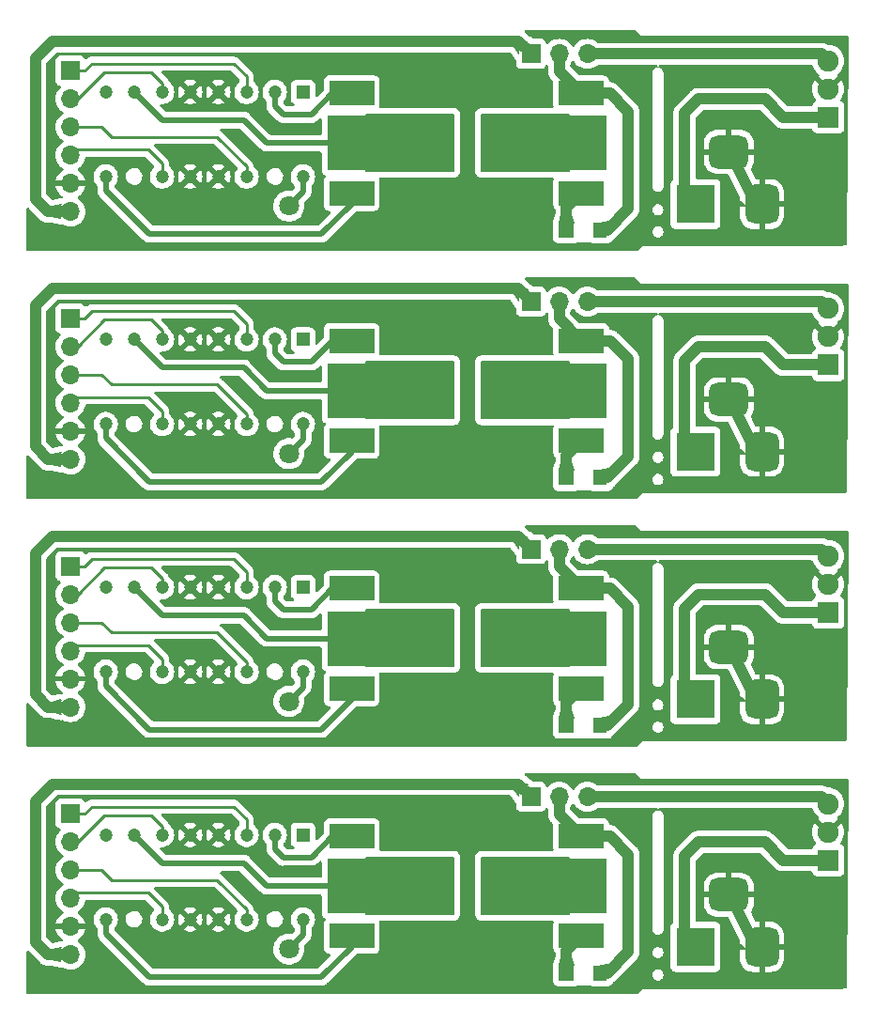
<source format=gbr>
%TF.GenerationSoftware,KiCad,Pcbnew,7.0.2*%
%TF.CreationDate,2023-06-01T19:50:00+09:00*%
%TF.ProjectId,PmodPLED_kikit,506d6f64-504c-4454-945f-6b696b69742e,rev?*%
%TF.SameCoordinates,Original*%
%TF.FileFunction,Copper,L1,Top*%
%TF.FilePolarity,Positive*%
%FSLAX46Y46*%
G04 Gerber Fmt 4.6, Leading zero omitted, Abs format (unit mm)*
G04 Created by KiCad (PCBNEW 7.0.2) date 2023-06-01 19:50:00*
%MOMM*%
%LPD*%
G01*
G04 APERTURE LIST*
G04 Aperture macros list*
%AMRoundRect*
0 Rectangle with rounded corners*
0 $1 Rounding radius*
0 $2 $3 $4 $5 $6 $7 $8 $9 X,Y pos of 4 corners*
0 Add a 4 corners polygon primitive as box body*
4,1,4,$2,$3,$4,$5,$6,$7,$8,$9,$2,$3,0*
0 Add four circle primitives for the rounded corners*
1,1,$1+$1,$2,$3*
1,1,$1+$1,$4,$5*
1,1,$1+$1,$6,$7*
1,1,$1+$1,$8,$9*
0 Add four rect primitives between the rounded corners*
20,1,$1+$1,$2,$3,$4,$5,0*
20,1,$1+$1,$4,$5,$6,$7,0*
20,1,$1+$1,$6,$7,$8,$9,0*
20,1,$1+$1,$8,$9,$2,$3,0*%
%AMFreePoly0*
4,1,5,2.000000,-1.100000,-2.000000,-1.100000,-2.000000,1.100000,2.000000,1.100000,2.000000,-1.100000,2.000000,-1.100000,$1*%
%AMFreePoly1*
4,1,5,2.200000,-2.420000,-2.200000,-2.420000,-2.200000,2.420000,2.200000,2.420000,2.200000,-2.420000,2.200000,-2.420000,$1*%
G04 Aperture macros list end*
%TA.AperFunction,NonConductor*%
%ADD10C,0.200000*%
%TD*%
%TA.AperFunction,NonConductor*%
%ADD11C,1.000000*%
%TD*%
%TA.AperFunction,SMDPad,CuDef*%
%ADD12FreePoly0,0.000000*%
%TD*%
%TA.AperFunction,SMDPad,CuDef*%
%ADD13FreePoly1,0.000000*%
%TD*%
%TA.AperFunction,WasherPad*%
%ADD14R,1.200000X1.200000*%
%TD*%
%TA.AperFunction,WasherPad*%
%ADD15C,1.200000*%
%TD*%
%TA.AperFunction,WasherPad*%
%ADD16RoundRect,0.750000X0.750000X1.000000X-0.750000X1.000000X-0.750000X-1.000000X0.750000X-1.000000X0*%
%TD*%
%TA.AperFunction,WasherPad*%
%ADD17RoundRect,0.750000X1.000000X0.750000X-1.000000X0.750000X-1.000000X-0.750000X1.000000X-0.750000X0*%
%TD*%
%TA.AperFunction,WasherPad*%
%ADD18R,3.500000X3.500000*%
%TD*%
%TA.AperFunction,WasherPad*%
%ADD19R,1.700000X1.700000*%
%TD*%
%TA.AperFunction,WasherPad*%
%ADD20O,1.700000X1.700000*%
%TD*%
%TA.AperFunction,WasherPad*%
%ADD21C,1.800000*%
%TD*%
%TA.AperFunction,SMDPad,CuDef*%
%ADD22R,1.400000X1.400000*%
%TD*%
%TA.AperFunction,SMDPad,CuDef*%
%ADD23R,1.300000X1.400000*%
%TD*%
%TA.AperFunction,WasherPad*%
%ADD24R,1.905000X1.905000*%
%TD*%
%TA.AperFunction,WasherPad*%
%ADD25C,1.905000*%
%TD*%
%TA.AperFunction,Conductor*%
%ADD26C,0.500000*%
%TD*%
%TA.AperFunction,Conductor*%
%ADD27C,1.000000*%
%TD*%
%TA.AperFunction,Conductor*%
%ADD28C,0.250000*%
%TD*%
G04 APERTURE END LIST*
D10*
X142084018Y-100709185D02*
X149958018Y-100709185D01*
X149958018Y-105789185D01*
X142084018Y-105789185D01*
X142084018Y-100709185D01*
%TA.AperFunction,NonConductor*%
G36*
X142084018Y-100709185D02*
G01*
X149958018Y-100709185D01*
X149958018Y-105789185D01*
X142084018Y-105789185D01*
X142084018Y-100709185D01*
G37*
%TD.AperFunction*%
X142084018Y-78391487D02*
X149958018Y-78391487D01*
X149958018Y-83471487D01*
X142084018Y-83471487D01*
X142084018Y-78391487D01*
%TA.AperFunction,NonConductor*%
G36*
X142084018Y-78391487D02*
G01*
X149958018Y-78391487D01*
X149958018Y-83471487D01*
X142084018Y-83471487D01*
X142084018Y-78391487D01*
G37*
%TD.AperFunction*%
X142084018Y-56073789D02*
X149958018Y-56073789D01*
X149958018Y-61153789D01*
X142084018Y-61153789D01*
X142084018Y-56073789D01*
%TA.AperFunction,NonConductor*%
G36*
X142084018Y-56073789D02*
G01*
X149958018Y-56073789D01*
X149958018Y-61153789D01*
X142084018Y-61153789D01*
X142084018Y-56073789D01*
G37*
%TD.AperFunction*%
D11*
X176755018Y-63312789D02*
X175358018Y-60391789D01*
D10*
X152498018Y-100709185D02*
X160372018Y-100709185D01*
X160372018Y-105789185D01*
X152498018Y-105789185D01*
X152498018Y-100709185D01*
%TA.AperFunction,NonConductor*%
G36*
X152498018Y-100709185D02*
G01*
X160372018Y-100709185D01*
X160372018Y-105789185D01*
X152498018Y-105789185D01*
X152498018Y-100709185D01*
G37*
%TD.AperFunction*%
D11*
X176755018Y-40995091D02*
X175358018Y-38074091D01*
X176755018Y-107948185D02*
X175358018Y-105027185D01*
D10*
X152498018Y-78391487D02*
X160372018Y-78391487D01*
X160372018Y-83471487D01*
X152498018Y-83471487D01*
X152498018Y-78391487D01*
%TA.AperFunction,NonConductor*%
G36*
X152498018Y-78391487D02*
G01*
X160372018Y-78391487D01*
X160372018Y-83471487D01*
X152498018Y-83471487D01*
X152498018Y-78391487D01*
G37*
%TD.AperFunction*%
X152498018Y-33756091D02*
X160372018Y-33756091D01*
X160372018Y-38836091D01*
X152498018Y-38836091D01*
X152498018Y-33756091D01*
%TA.AperFunction,NonConductor*%
G36*
X152498018Y-33756091D02*
G01*
X160372018Y-33756091D01*
X160372018Y-38836091D01*
X152498018Y-38836091D01*
X152498018Y-33756091D01*
G37*
%TD.AperFunction*%
X142084018Y-33756091D02*
X149958018Y-33756091D01*
X149958018Y-38836091D01*
X142084018Y-38836091D01*
X142084018Y-33756091D01*
%TA.AperFunction,NonConductor*%
G36*
X142084018Y-33756091D02*
G01*
X149958018Y-33756091D01*
X149958018Y-38836091D01*
X142084018Y-38836091D01*
X142084018Y-33756091D01*
G37*
%TD.AperFunction*%
D11*
X176755018Y-85630487D02*
X175358018Y-82709487D01*
D10*
X152498018Y-56073789D02*
X160372018Y-56073789D01*
X160372018Y-61153789D01*
X152498018Y-61153789D01*
X152498018Y-56073789D01*
%TA.AperFunction,NonConductor*%
G36*
X152498018Y-56073789D02*
G01*
X160372018Y-56073789D01*
X160372018Y-61153789D01*
X152498018Y-61153789D01*
X152498018Y-56073789D01*
G37*
%TD.AperFunction*%
D12*
%TO.P,D1,1,GK*%
%TO.N,Board_2-Net-(D1-GK)*%
X140765024Y-76479493D03*
D13*
%TO.P,D1,2,RK*%
%TO.N,Board_2-Net-(IC1-O2)*%
X140765024Y-80979493D03*
D12*
%TO.P,D1,3,BK*%
%TO.N,Board_2-Net-(D1-BK)*%
X140765024Y-85479493D03*
%TO.P,D1,4,RA*%
%TO.N,Board_2-Net-(D1-RA)*%
X161465024Y-85479493D03*
D13*
%TO.P,D1,5,RK*%
%TO.N,Board_2-unconnected-(D1-RK-Pad5)*%
X161565024Y-80979493D03*
D12*
%TO.P,D1,6,A*%
%TO.N,Board_2-/Anode*%
X161465024Y-76479493D03*
%TD*%
D14*
%TO.P,IC1,*%
%TO.N,*%
X136369018Y-31724091D03*
D15*
X133829018Y-31724091D03*
X131289018Y-31724091D03*
X128749018Y-31724091D03*
X126209018Y-31724091D03*
X123669018Y-31724091D03*
X121129018Y-31724091D03*
X118589018Y-31724091D03*
X136369018Y-39344091D03*
X131289018Y-39344091D03*
X128749018Y-39344091D03*
X126209018Y-39344091D03*
X123669018Y-39344091D03*
X118589018Y-39344091D03*
%TD*%
D16*
%TO.P,J1,*%
%TO.N,*%
X177771018Y-86460987D03*
D17*
X174771018Y-81760987D03*
D18*
X171771018Y-86460987D03*
%TD*%
D19*
%TO.P,J2,*%
%TO.N,*%
X115414018Y-74454487D03*
D20*
X115414018Y-76994487D03*
X115414018Y-79534487D03*
X115414018Y-82074487D03*
X115414018Y-84614487D03*
X115414018Y-87154487D03*
%TD*%
D21*
%TO.P,Reserve,*%
%TO.N,*%
X135099018Y-42011091D03*
%TD*%
D12*
%TO.P,D1,1,GK*%
%TO.N,Board_3-Net-(D1-GK)*%
X140765024Y-98797191D03*
D13*
%TO.P,D1,2,RK*%
%TO.N,Board_3-Net-(IC1-O2)*%
X140765024Y-103297191D03*
D12*
%TO.P,D1,3,BK*%
%TO.N,Board_3-Net-(D1-BK)*%
X140765024Y-107797191D03*
%TO.P,D1,4,RA*%
%TO.N,Board_3-Net-(D1-RA)*%
X161465024Y-107797191D03*
D13*
%TO.P,D1,5,RK*%
%TO.N,Board_3-unconnected-(D1-RK-Pad5)*%
X161565024Y-103297191D03*
D12*
%TO.P,D1,6,A*%
%TO.N,Board_3-/Anode*%
X161465024Y-98797191D03*
%TD*%
D22*
%TO.P,D3,1,K*%
%TO.N,Board_1-Net-(D1-RA)*%
X160142018Y-66487789D03*
D23*
%TO.P,D3,2,A*%
%TO.N,Board_1-/Anode*%
X163192018Y-66487789D03*
%TD*%
D24*
%TO.P,IC2,*%
%TO.N,*%
X183740018Y-56327789D03*
D25*
X183740018Y-53787789D03*
X183740018Y-51247789D03*
%TD*%
D22*
%TO.P,D3,1,K*%
%TO.N,Board_0-Net-(D1-RA)*%
X160142018Y-44170091D03*
D23*
%TO.P,D3,2,A*%
%TO.N,Board_0-/Anode*%
X163192018Y-44170091D03*
%TD*%
D21*
%TO.P,Reserve,*%
%TO.N,*%
X135099018Y-108964185D03*
%TD*%
D19*
%TO.P,J3,*%
%TO.N,*%
X156943018Y-50612789D03*
D20*
X159483018Y-50612789D03*
X162023018Y-50612789D03*
%TD*%
D16*
%TO.P,J1,*%
%TO.N,*%
X177771018Y-64143289D03*
D17*
X174771018Y-59443289D03*
D18*
X171771018Y-64143289D03*
%TD*%
D19*
%TO.P,J3,*%
%TO.N,*%
X156943018Y-95248185D03*
D20*
X159483018Y-95248185D03*
X162023018Y-95248185D03*
%TD*%
D14*
%TO.P,IC1,*%
%TO.N,*%
X136369018Y-76359487D03*
D15*
X133829018Y-76359487D03*
X131289018Y-76359487D03*
X128749018Y-76359487D03*
X126209018Y-76359487D03*
X123669018Y-76359487D03*
X121129018Y-76359487D03*
X118589018Y-76359487D03*
X136369018Y-83979487D03*
X131289018Y-83979487D03*
X128749018Y-83979487D03*
X126209018Y-83979487D03*
X123669018Y-83979487D03*
X118589018Y-83979487D03*
%TD*%
D24*
%TO.P,IC2,*%
%TO.N,*%
X183740018Y-100963185D03*
D25*
X183740018Y-98423185D03*
X183740018Y-95883185D03*
%TD*%
D24*
%TO.P,IC2,*%
%TO.N,*%
X183740018Y-78645487D03*
D25*
X183740018Y-76105487D03*
X183740018Y-73565487D03*
%TD*%
D14*
%TO.P,IC1,*%
%TO.N,*%
X136369018Y-98677185D03*
D15*
X133829018Y-98677185D03*
X131289018Y-98677185D03*
X128749018Y-98677185D03*
X126209018Y-98677185D03*
X123669018Y-98677185D03*
X121129018Y-98677185D03*
X118589018Y-98677185D03*
X136369018Y-106297185D03*
X131289018Y-106297185D03*
X128749018Y-106297185D03*
X126209018Y-106297185D03*
X123669018Y-106297185D03*
X118589018Y-106297185D03*
%TD*%
D24*
%TO.P,IC2,*%
%TO.N,*%
X183740018Y-34010091D03*
D25*
X183740018Y-31470091D03*
X183740018Y-28930091D03*
%TD*%
D21*
%TO.P,Reserve,*%
%TO.N,*%
X135099018Y-64328789D03*
%TD*%
D16*
%TO.P,J1,*%
%TO.N,*%
X177771018Y-41825591D03*
D17*
X174771018Y-37125591D03*
D18*
X171771018Y-41825591D03*
%TD*%
D12*
%TO.P,D1,1,GK*%
%TO.N,Board_1-Net-(D1-GK)*%
X140765024Y-54161795D03*
D13*
%TO.P,D1,2,RK*%
%TO.N,Board_1-Net-(IC1-O2)*%
X140765024Y-58661795D03*
D12*
%TO.P,D1,3,BK*%
%TO.N,Board_1-Net-(D1-BK)*%
X140765024Y-63161795D03*
%TO.P,D1,4,RA*%
%TO.N,Board_1-Net-(D1-RA)*%
X161465024Y-63161795D03*
D13*
%TO.P,D1,5,RK*%
%TO.N,Board_1-unconnected-(D1-RK-Pad5)*%
X161565024Y-58661795D03*
D12*
%TO.P,D1,6,A*%
%TO.N,Board_1-/Anode*%
X161465024Y-54161795D03*
%TD*%
D16*
%TO.P,J1,*%
%TO.N,*%
X177771018Y-108778685D03*
D17*
X174771018Y-104078685D03*
D18*
X171771018Y-108778685D03*
%TD*%
D19*
%TO.P,J3,*%
%TO.N,*%
X156943018Y-72930487D03*
D20*
X159483018Y-72930487D03*
X162023018Y-72930487D03*
%TD*%
D22*
%TO.P,D3,1,K*%
%TO.N,Board_3-Net-(D1-RA)*%
X160142018Y-111123185D03*
D23*
%TO.P,D3,2,A*%
%TO.N,Board_3-/Anode*%
X163192018Y-111123185D03*
%TD*%
D21*
%TO.P,Reserve,*%
%TO.N,*%
X135099018Y-86646487D03*
%TD*%
D19*
%TO.P,J3,*%
%TO.N,*%
X156943018Y-28295091D03*
D20*
X159483018Y-28295091D03*
X162023018Y-28295091D03*
%TD*%
D22*
%TO.P,D3,1,K*%
%TO.N,Board_2-Net-(D1-RA)*%
X160142018Y-88805487D03*
D23*
%TO.P,D3,2,A*%
%TO.N,Board_2-/Anode*%
X163192018Y-88805487D03*
%TD*%
D12*
%TO.P,D1,1,GK*%
%TO.N,Board_0-Net-(D1-GK)*%
X140765024Y-31844097D03*
D13*
%TO.P,D1,2,RK*%
%TO.N,Board_0-Net-(IC1-O2)*%
X140765024Y-36344097D03*
D12*
%TO.P,D1,3,BK*%
%TO.N,Board_0-Net-(D1-BK)*%
X140765024Y-40844097D03*
%TO.P,D1,4,RA*%
%TO.N,Board_0-Net-(D1-RA)*%
X161465024Y-40844097D03*
D13*
%TO.P,D1,5,RK*%
%TO.N,Board_0-unconnected-(D1-RK-Pad5)*%
X161565024Y-36344097D03*
D12*
%TO.P,D1,6,A*%
%TO.N,Board_0-/Anode*%
X161465024Y-31844097D03*
%TD*%
D14*
%TO.P,IC1,*%
%TO.N,*%
X136369018Y-54041789D03*
D15*
X133829018Y-54041789D03*
X131289018Y-54041789D03*
X128749018Y-54041789D03*
X126209018Y-54041789D03*
X123669018Y-54041789D03*
X121129018Y-54041789D03*
X118589018Y-54041789D03*
X136369018Y-61661789D03*
X131289018Y-61661789D03*
X128749018Y-61661789D03*
X126209018Y-61661789D03*
X123669018Y-61661789D03*
X118589018Y-61661789D03*
%TD*%
D19*
%TO.P,J2,*%
%TO.N,*%
X115414018Y-52136789D03*
D20*
X115414018Y-54676789D03*
X115414018Y-57216789D03*
X115414018Y-59756789D03*
X115414018Y-62296789D03*
X115414018Y-64836789D03*
%TD*%
D19*
%TO.P,J2,*%
%TO.N,*%
X115414018Y-29819091D03*
D20*
X115414018Y-32359091D03*
X115414018Y-34899091D03*
X115414018Y-37439091D03*
X115414018Y-39979091D03*
X115414018Y-42519091D03*
%TD*%
D19*
%TO.P,J2,*%
%TO.N,*%
X115414018Y-96772185D03*
D20*
X115414018Y-99312185D03*
X115414018Y-101852185D03*
X115414018Y-104392185D03*
X115414018Y-106932185D03*
X115414018Y-109472185D03*
%TD*%
D26*
%TO.N,Board_3-unconnected-(D1-RK-Pad5)*%
X159689012Y-103249185D02*
X159737018Y-103297191D01*
D27*
%TO.N,Board_3-VCC*%
X115414018Y-109472185D02*
X113382018Y-109472185D01*
X113763018Y-94105185D02*
X155800018Y-94105185D01*
X155800018Y-94105185D02*
X156943018Y-95248185D01*
X112239018Y-95629185D02*
X113763018Y-94105185D01*
X113382018Y-109472185D02*
X112239018Y-108329185D01*
X112239018Y-108329185D02*
X112239018Y-95629185D01*
%TO.N,Board_3-Net-(IC2-IN)*%
X170786018Y-107471185D02*
X170786018Y-100582185D01*
X170786018Y-100582185D02*
X172056018Y-99312185D01*
X171771018Y-108456185D02*
X170786018Y-107471185D01*
X179676018Y-100963185D02*
X183740018Y-100963185D01*
X178025018Y-99312185D02*
X179676018Y-100963185D01*
X172056018Y-99312185D02*
X178025018Y-99312185D01*
D26*
%TO.N,Board_3-Net-(IC1-O4)*%
X135099018Y-108964185D02*
X136369018Y-107694185D01*
X136369018Y-107694185D02*
X136369018Y-106297185D01*
%TO.N,Board_3-Net-(IC1-O2)*%
X121129018Y-98677185D02*
X123669018Y-101217185D01*
X140765024Y-103297191D02*
X140940030Y-103122185D01*
X131035018Y-101217185D02*
X133115024Y-103297191D01*
X133115024Y-103297191D02*
X140765024Y-103297191D01*
X123669018Y-101217185D02*
X131035018Y-101217185D01*
D28*
%TO.N,Board_3-Net-(IC1-I4)*%
X115414018Y-101852185D02*
X118208018Y-101852185D01*
X119097018Y-102741185D02*
X128622018Y-102741185D01*
X128622018Y-102741185D02*
X131289018Y-105408185D01*
X131289018Y-105408185D02*
X131289018Y-106297185D01*
X118208018Y-101852185D02*
X119097018Y-102741185D01*
%TO.N,Board_3-Net-(IC1-I3)*%
X115414018Y-104392185D02*
X115922018Y-103884185D01*
X115922018Y-103884185D02*
X122399018Y-103884185D01*
X123669018Y-105154185D02*
X123669018Y-106297185D01*
X122399018Y-103884185D02*
X123669018Y-105154185D01*
%TO.N,Board_3-Net-(IC1-I2)*%
X123669018Y-97915185D02*
X123669018Y-98677185D01*
X115414018Y-99312185D02*
X116049018Y-99312185D01*
X122653018Y-96899185D02*
X123669018Y-97915185D01*
X118462018Y-96899185D02*
X122653018Y-96899185D01*
X116049018Y-99312185D02*
X118462018Y-96899185D01*
%TO.N,Board_3-Net-(IC1-I1)*%
X117319018Y-96137185D02*
X130146018Y-96137185D01*
X131289018Y-97280185D02*
X131289018Y-98677185D01*
X115414018Y-96772185D02*
X116684018Y-96772185D01*
X116684018Y-96772185D02*
X117319018Y-96137185D01*
X130146018Y-96137185D02*
X131289018Y-97280185D01*
D27*
%TO.N,Board_3-Net-(D1-RA)*%
X160142018Y-109120197D02*
X161465024Y-107797191D01*
X160142018Y-111123185D02*
X160142018Y-109120197D01*
D26*
%TO.N,Board_3-Net-(D1-GK)*%
X133829018Y-99947185D02*
X134591018Y-100709185D01*
X134591018Y-100709185D02*
X137131018Y-100709185D01*
X137131018Y-100709185D02*
X139043012Y-98797191D01*
X133829018Y-98677185D02*
X133829018Y-99947185D01*
X139043012Y-98797191D02*
X140765024Y-98797191D01*
%TO.N,Board_3-Net-(D1-BK)*%
X138020018Y-111504185D02*
X122526018Y-111504185D01*
X140765024Y-107797191D02*
X140765024Y-108759179D01*
X122526018Y-111504185D02*
X118589018Y-107567185D01*
X118589018Y-107567185D02*
X118589018Y-106297185D01*
X140765024Y-108759179D02*
X138020018Y-111504185D01*
D27*
%TO.N,Board_3-/ExVcc*%
X183105018Y-95248185D02*
X183740018Y-95883185D01*
X162023018Y-95248185D02*
X183105018Y-95248185D01*
%TO.N,Board_3-/Anode*%
X161465024Y-98797191D02*
X164048024Y-98797191D01*
X159483018Y-95248185D02*
X159483018Y-96815185D01*
X165706018Y-109218185D02*
X163801018Y-111123185D01*
X164048024Y-98797191D02*
X165706018Y-100455185D01*
X165706018Y-100455185D02*
X165706018Y-109218185D01*
X163801018Y-111123185D02*
X163192018Y-111123185D01*
X159483018Y-96815185D02*
X161465024Y-98797191D01*
D26*
%TO.N,Board_2-unconnected-(D1-RK-Pad5)*%
X159689012Y-80931487D02*
X159737018Y-80979493D01*
D27*
%TO.N,Board_2-VCC*%
X115414018Y-87154487D02*
X113382018Y-87154487D01*
X113763018Y-71787487D02*
X155800018Y-71787487D01*
X155800018Y-71787487D02*
X156943018Y-72930487D01*
X112239018Y-86011487D02*
X112239018Y-73311487D01*
X113382018Y-87154487D02*
X112239018Y-86011487D01*
X112239018Y-73311487D02*
X113763018Y-71787487D01*
%TO.N,Board_2-Net-(IC2-IN)*%
X178025018Y-76994487D02*
X179676018Y-78645487D01*
X170786018Y-85153487D02*
X170786018Y-78264487D01*
X179676018Y-78645487D02*
X183740018Y-78645487D01*
X172056018Y-76994487D02*
X178025018Y-76994487D01*
X171771018Y-86138487D02*
X170786018Y-85153487D01*
X170786018Y-78264487D02*
X172056018Y-76994487D01*
D26*
%TO.N,Board_2-Net-(IC1-O4)*%
X136369018Y-85376487D02*
X136369018Y-83979487D01*
X135099018Y-86646487D02*
X136369018Y-85376487D01*
%TO.N,Board_2-Net-(IC1-O2)*%
X140765024Y-80979493D02*
X140940030Y-80804487D01*
X133115024Y-80979493D02*
X140765024Y-80979493D01*
X123669018Y-78899487D02*
X131035018Y-78899487D01*
X121129018Y-76359487D02*
X123669018Y-78899487D01*
X131035018Y-78899487D02*
X133115024Y-80979493D01*
D28*
%TO.N,Board_2-Net-(IC1-I4)*%
X131289018Y-83090487D02*
X131289018Y-83979487D01*
X119097018Y-80423487D02*
X128622018Y-80423487D01*
X115414018Y-79534487D02*
X118208018Y-79534487D01*
X128622018Y-80423487D02*
X131289018Y-83090487D01*
X118208018Y-79534487D02*
X119097018Y-80423487D01*
%TO.N,Board_2-Net-(IC1-I3)*%
X123669018Y-82836487D02*
X123669018Y-83979487D01*
X115922018Y-81566487D02*
X122399018Y-81566487D01*
X115414018Y-82074487D02*
X115922018Y-81566487D01*
X122399018Y-81566487D02*
X123669018Y-82836487D01*
%TO.N,Board_2-Net-(IC1-I2)*%
X116049018Y-76994487D02*
X118462018Y-74581487D01*
X122653018Y-74581487D02*
X123669018Y-75597487D01*
X115414018Y-76994487D02*
X116049018Y-76994487D01*
X123669018Y-75597487D02*
X123669018Y-76359487D01*
X118462018Y-74581487D02*
X122653018Y-74581487D01*
%TO.N,Board_2-Net-(IC1-I1)*%
X115414018Y-74454487D02*
X116684018Y-74454487D01*
X117319018Y-73819487D02*
X130146018Y-73819487D01*
X130146018Y-73819487D02*
X131289018Y-74962487D01*
X131289018Y-74962487D02*
X131289018Y-76359487D01*
X116684018Y-74454487D02*
X117319018Y-73819487D01*
D27*
%TO.N,Board_2-Net-(D1-RA)*%
X160142018Y-86802499D02*
X161465024Y-85479493D01*
X160142018Y-88805487D02*
X160142018Y-86802499D01*
D26*
%TO.N,Board_2-Net-(D1-GK)*%
X133829018Y-76359487D02*
X133829018Y-77629487D01*
X133829018Y-77629487D02*
X134591018Y-78391487D01*
X137131018Y-78391487D02*
X139043012Y-76479493D01*
X139043012Y-76479493D02*
X140765024Y-76479493D01*
X134591018Y-78391487D02*
X137131018Y-78391487D01*
%TO.N,Board_2-Net-(D1-BK)*%
X140765024Y-86441481D02*
X138020018Y-89186487D01*
X138020018Y-89186487D02*
X122526018Y-89186487D01*
X122526018Y-89186487D02*
X118589018Y-85249487D01*
X118589018Y-85249487D02*
X118589018Y-83979487D01*
X140765024Y-85479493D02*
X140765024Y-86441481D01*
D27*
%TO.N,Board_2-/ExVcc*%
X162023018Y-72930487D02*
X183105018Y-72930487D01*
X183105018Y-72930487D02*
X183740018Y-73565487D01*
%TO.N,Board_2-/Anode*%
X161465024Y-76479493D02*
X164048024Y-76479493D01*
X165706018Y-86900487D02*
X163801018Y-88805487D01*
X159483018Y-72930487D02*
X159483018Y-74497487D01*
X164048024Y-76479493D02*
X165706018Y-78137487D01*
X165706018Y-78137487D02*
X165706018Y-86900487D01*
X163801018Y-88805487D02*
X163192018Y-88805487D01*
X159483018Y-74497487D02*
X161465024Y-76479493D01*
D26*
%TO.N,Board_1-unconnected-(D1-RK-Pad5)*%
X159689012Y-58613789D02*
X159737018Y-58661795D01*
D27*
%TO.N,Board_1-VCC*%
X155800018Y-49469789D02*
X156943018Y-50612789D01*
X113763018Y-49469789D02*
X155800018Y-49469789D01*
X112239018Y-50993789D02*
X113763018Y-49469789D01*
X113382018Y-64836789D02*
X112239018Y-63693789D01*
X115414018Y-64836789D02*
X113382018Y-64836789D01*
X112239018Y-63693789D02*
X112239018Y-50993789D01*
%TO.N,Board_1-Net-(IC2-IN)*%
X170786018Y-55946789D02*
X172056018Y-54676789D01*
X170786018Y-62835789D02*
X170786018Y-55946789D01*
X171771018Y-63820789D02*
X170786018Y-62835789D01*
X172056018Y-54676789D02*
X178025018Y-54676789D01*
X178025018Y-54676789D02*
X179676018Y-56327789D01*
X179676018Y-56327789D02*
X183740018Y-56327789D01*
D26*
%TO.N,Board_1-Net-(IC1-O4)*%
X136369018Y-63058789D02*
X136369018Y-61661789D01*
X135099018Y-64328789D02*
X136369018Y-63058789D01*
%TO.N,Board_1-Net-(IC1-O2)*%
X121129018Y-54041789D02*
X123669018Y-56581789D01*
X133115024Y-58661795D02*
X140765024Y-58661795D01*
X131035018Y-56581789D02*
X133115024Y-58661795D01*
X140765024Y-58661795D02*
X140940030Y-58486789D01*
X123669018Y-56581789D02*
X131035018Y-56581789D01*
D28*
%TO.N,Board_1-Net-(IC1-I4)*%
X131289018Y-60772789D02*
X131289018Y-61661789D01*
X128622018Y-58105789D02*
X131289018Y-60772789D01*
X118208018Y-57216789D02*
X119097018Y-58105789D01*
X119097018Y-58105789D02*
X128622018Y-58105789D01*
X115414018Y-57216789D02*
X118208018Y-57216789D01*
%TO.N,Board_1-Net-(IC1-I3)*%
X115414018Y-59756789D02*
X115922018Y-59248789D01*
X115922018Y-59248789D02*
X122399018Y-59248789D01*
X123669018Y-60518789D02*
X123669018Y-61661789D01*
X122399018Y-59248789D02*
X123669018Y-60518789D01*
%TO.N,Board_1-Net-(IC1-I2)*%
X122653018Y-52263789D02*
X123669018Y-53279789D01*
X118462018Y-52263789D02*
X122653018Y-52263789D01*
X123669018Y-53279789D02*
X123669018Y-54041789D01*
X116049018Y-54676789D02*
X118462018Y-52263789D01*
X115414018Y-54676789D02*
X116049018Y-54676789D01*
%TO.N,Board_1-Net-(IC1-I1)*%
X130146018Y-51501789D02*
X131289018Y-52644789D01*
X131289018Y-52644789D02*
X131289018Y-54041789D01*
X116684018Y-52136789D02*
X117319018Y-51501789D01*
X117319018Y-51501789D02*
X130146018Y-51501789D01*
X115414018Y-52136789D02*
X116684018Y-52136789D01*
D27*
%TO.N,Board_1-Net-(D1-RA)*%
X160142018Y-66487789D02*
X160142018Y-64484801D01*
X160142018Y-64484801D02*
X161465024Y-63161795D01*
D26*
%TO.N,Board_1-Net-(D1-GK)*%
X133829018Y-55311789D02*
X134591018Y-56073789D01*
X137131018Y-56073789D02*
X139043012Y-54161795D01*
X133829018Y-54041789D02*
X133829018Y-55311789D01*
X139043012Y-54161795D02*
X140765024Y-54161795D01*
X134591018Y-56073789D02*
X137131018Y-56073789D01*
%TO.N,Board_1-Net-(D1-BK)*%
X118589018Y-62931789D02*
X118589018Y-61661789D01*
X140765024Y-63161795D02*
X140765024Y-64123783D01*
X138020018Y-66868789D02*
X122526018Y-66868789D01*
X140765024Y-64123783D02*
X138020018Y-66868789D01*
X122526018Y-66868789D02*
X118589018Y-62931789D01*
D27*
%TO.N,Board_1-/ExVcc*%
X183105018Y-50612789D02*
X183740018Y-51247789D01*
X162023018Y-50612789D02*
X183105018Y-50612789D01*
%TO.N,Board_1-/Anode*%
X159483018Y-52179789D02*
X161465024Y-54161795D01*
X165706018Y-64582789D02*
X163801018Y-66487789D01*
X161465024Y-54161795D02*
X164048024Y-54161795D01*
X159483018Y-50612789D02*
X159483018Y-52179789D01*
X165706018Y-55819789D02*
X165706018Y-64582789D01*
X163801018Y-66487789D02*
X163192018Y-66487789D01*
X164048024Y-54161795D02*
X165706018Y-55819789D01*
D26*
%TO.N,Board_0-unconnected-(D1-RK-Pad5)*%
X159689012Y-36296091D02*
X159737018Y-36344097D01*
D27*
%TO.N,Board_0-VCC*%
X115414018Y-42519091D02*
X113382018Y-42519091D01*
X112239018Y-41376091D02*
X112239018Y-28676091D01*
X155800018Y-27152091D02*
X156943018Y-28295091D01*
X113382018Y-42519091D02*
X112239018Y-41376091D01*
X113763018Y-27152091D02*
X155800018Y-27152091D01*
X112239018Y-28676091D02*
X113763018Y-27152091D01*
%TO.N,Board_0-Net-(IC2-IN)*%
X170786018Y-33629091D02*
X172056018Y-32359091D01*
X179676018Y-34010091D02*
X183740018Y-34010091D01*
X172056018Y-32359091D02*
X178025018Y-32359091D01*
X178025018Y-32359091D02*
X179676018Y-34010091D01*
X170786018Y-40518091D02*
X170786018Y-33629091D01*
X171771018Y-41503091D02*
X170786018Y-40518091D01*
D26*
%TO.N,Board_0-Net-(IC1-O4)*%
X135099018Y-42011091D02*
X136369018Y-40741091D01*
X136369018Y-40741091D02*
X136369018Y-39344091D01*
%TO.N,Board_0-Net-(IC1-O2)*%
X123669018Y-34264091D02*
X131035018Y-34264091D01*
X131035018Y-34264091D02*
X133115024Y-36344097D01*
X140765024Y-36344097D02*
X140940030Y-36169091D01*
X121129018Y-31724091D02*
X123669018Y-34264091D01*
X133115024Y-36344097D02*
X140765024Y-36344097D01*
D28*
%TO.N,Board_0-Net-(IC1-I4)*%
X119097018Y-35788091D02*
X128622018Y-35788091D01*
X118208018Y-34899091D02*
X119097018Y-35788091D01*
X115414018Y-34899091D02*
X118208018Y-34899091D01*
X131289018Y-38455091D02*
X131289018Y-39344091D01*
X128622018Y-35788091D02*
X131289018Y-38455091D01*
%TO.N,Board_0-Net-(IC1-I3)*%
X115414018Y-37439091D02*
X115922018Y-36931091D01*
X123669018Y-38201091D02*
X123669018Y-39344091D01*
X122399018Y-36931091D02*
X123669018Y-38201091D01*
X115922018Y-36931091D02*
X122399018Y-36931091D01*
%TO.N,Board_0-Net-(IC1-I2)*%
X116049018Y-32359091D02*
X118462018Y-29946091D01*
X115414018Y-32359091D02*
X116049018Y-32359091D01*
X123669018Y-30962091D02*
X123669018Y-31724091D01*
X122653018Y-29946091D02*
X123669018Y-30962091D01*
X118462018Y-29946091D02*
X122653018Y-29946091D01*
%TO.N,Board_0-Net-(IC1-I1)*%
X116684018Y-29819091D02*
X117319018Y-29184091D01*
X117319018Y-29184091D02*
X130146018Y-29184091D01*
X130146018Y-29184091D02*
X131289018Y-30327091D01*
X131289018Y-30327091D02*
X131289018Y-31724091D01*
X115414018Y-29819091D02*
X116684018Y-29819091D01*
D27*
%TO.N,Board_0-Net-(D1-RA)*%
X160142018Y-44170091D02*
X160142018Y-42167103D01*
X160142018Y-42167103D02*
X161465024Y-40844097D01*
D26*
%TO.N,Board_0-Net-(D1-GK)*%
X133829018Y-32994091D02*
X134591018Y-33756091D01*
X133829018Y-31724091D02*
X133829018Y-32994091D01*
X137131018Y-33756091D02*
X139043012Y-31844097D01*
X139043012Y-31844097D02*
X140765024Y-31844097D01*
X134591018Y-33756091D02*
X137131018Y-33756091D01*
%TO.N,Board_0-Net-(D1-BK)*%
X140765024Y-41806085D02*
X138020018Y-44551091D01*
X118589018Y-40614091D02*
X118589018Y-39344091D01*
X138020018Y-44551091D02*
X122526018Y-44551091D01*
X122526018Y-44551091D02*
X118589018Y-40614091D01*
X140765024Y-40844097D02*
X140765024Y-41806085D01*
D27*
%TO.N,Board_0-/ExVcc*%
X183105018Y-28295091D02*
X183740018Y-28930091D01*
X162023018Y-28295091D02*
X183105018Y-28295091D01*
%TO.N,Board_0-/Anode*%
X159483018Y-29862091D02*
X161465024Y-31844097D01*
X161465024Y-31844097D02*
X164048024Y-31844097D01*
X165706018Y-42265091D02*
X163801018Y-44170091D01*
X165706018Y-33502091D02*
X165706018Y-42265091D01*
X164048024Y-31844097D02*
X165706018Y-33502091D01*
X163801018Y-44170091D02*
X163192018Y-44170091D01*
X159483018Y-28295091D02*
X159483018Y-29862091D01*
%TD*%
%TA.AperFunction,Conductor*%
%TO.N,Board_3-/Anode*%
G36*
X163950742Y-110271982D02*
G01*
X163952493Y-110273422D01*
X164645312Y-110966241D01*
X164648739Y-110974514D01*
X164645312Y-110982787D01*
X164643732Y-110984110D01*
X163848453Y-111538785D01*
X163839707Y-111540707D01*
X163835422Y-111539023D01*
X163196424Y-111127187D01*
X163191326Y-111119825D01*
X163191071Y-111117814D01*
X163185420Y-110974514D01*
X163164071Y-110433192D01*
X163167169Y-110424792D01*
X163173505Y-110421253D01*
X163941966Y-110270215D01*
X163950742Y-110271982D01*
G37*
%TD.AperFunction*%
%TD*%
%TA.AperFunction,Conductor*%
%TO.N,Board_1-VCC*%
G36*
X155380681Y-48976757D02*
G01*
X156697767Y-49539831D01*
X156704027Y-49546234D01*
X156703926Y-49555188D01*
X156697523Y-49561448D01*
X156693168Y-49562289D01*
X156073270Y-49562289D01*
X156014786Y-49573922D01*
X155948466Y-49618237D01*
X155904151Y-49684557D01*
X155892517Y-49743040D01*
X155892518Y-50711845D01*
X155889091Y-50720118D01*
X155880818Y-50723545D01*
X155872545Y-50720118D01*
X155871129Y-50718404D01*
X155366392Y-49972759D01*
X155364382Y-49966203D01*
X155364382Y-48987515D01*
X155367809Y-48979242D01*
X155376082Y-48975815D01*
X155380681Y-48976757D01*
G37*
%TD.AperFunction*%
%TD*%
%TA.AperFunction,Conductor*%
%TO.N,Board_3-GND*%
G36*
X177271018Y-108997218D02*
G01*
X177235472Y-108956196D01*
X177225528Y-108887038D01*
X177254553Y-108823482D01*
X177271018Y-108808822D01*
X177271018Y-108997218D01*
G37*
%TD.AperFunction*%
%TA.AperFunction,Conductor*%
G36*
X166355825Y-93108870D02*
G01*
X166377508Y-93126557D01*
X166440457Y-93191027D01*
X166849018Y-93609461D01*
X185438923Y-93616140D01*
X185505955Y-93635849D01*
X185551691Y-93688669D01*
X185562873Y-93741275D01*
X185392059Y-112406431D01*
X185371762Y-112473287D01*
X185318541Y-112518557D01*
X185277595Y-112528929D01*
X184941749Y-112554820D01*
X184932277Y-112555187D01*
X166976018Y-112563727D01*
X166976016Y-112563728D01*
X166503547Y-112995701D01*
X166440788Y-113026409D01*
X166419876Y-113028185D01*
X111555018Y-113028185D01*
X111487979Y-113008500D01*
X111442224Y-112955696D01*
X111431018Y-112904185D01*
X111431018Y-110653239D01*
X114511745Y-110653239D01*
X114512399Y-110653344D01*
X114512040Y-110653279D01*
X114511745Y-110653239D01*
X111431018Y-110653239D01*
X111431018Y-109235467D01*
X111450703Y-109168428D01*
X111503507Y-109122673D01*
X111572665Y-109112729D01*
X111636221Y-109141754D01*
X111642685Y-109147773D01*
X112127947Y-109633034D01*
X112664450Y-110169537D01*
X112666643Y-110171786D01*
X112726960Y-110235239D01*
X112775380Y-110268940D01*
X112782889Y-110274601D01*
X112828611Y-110311883D01*
X112855580Y-110325970D01*
X112869000Y-110334101D01*
X112893967Y-110351479D01*
X112893968Y-110351479D01*
X112893969Y-110351480D01*
X112941772Y-110371994D01*
X112948181Y-110374744D01*
X112956691Y-110378786D01*
X113008969Y-110406094D01*
X113038218Y-110414462D01*
X113052988Y-110419720D01*
X113080960Y-110431725D01*
X113080963Y-110431725D01*
X113080964Y-110431726D01*
X113138744Y-110443599D01*
X113147887Y-110445842D01*
X113204600Y-110462071D01*
X113234938Y-110464381D01*
X113250466Y-110466558D01*
X113280277Y-110472685D01*
X113339262Y-110472685D01*
X113348677Y-110473043D01*
X113352824Y-110473358D01*
X113407494Y-110477522D01*
X113434296Y-110474108D01*
X113437670Y-110473679D01*
X113453335Y-110472685D01*
X113625297Y-110472685D01*
X113650493Y-110475271D01*
X114154412Y-110579851D01*
X114484468Y-110648348D01*
X114486094Y-110648652D01*
X114509557Y-110652865D01*
X114510810Y-110653091D01*
X114512040Y-110653279D01*
X114592961Y-110659062D01*
X114684425Y-110645070D01*
X114753668Y-110654390D01*
X114755559Y-110655252D01*
X114950355Y-110746088D01*
X115178610Y-110807248D01*
X115414018Y-110827844D01*
X115649426Y-110807248D01*
X115877681Y-110746088D01*
X116091848Y-110646220D01*
X116285419Y-110510680D01*
X116452513Y-110343586D01*
X116588053Y-110150015D01*
X116687921Y-109935848D01*
X116749081Y-109707593D01*
X116769677Y-109472185D01*
X116749081Y-109236777D01*
X116687921Y-109008522D01*
X116588053Y-108794356D01*
X116452513Y-108600784D01*
X116285419Y-108433690D01*
X116099420Y-108303452D01*
X116055798Y-108248877D01*
X116048605Y-108179378D01*
X116080127Y-108117024D01*
X116099423Y-108100304D01*
X116285096Y-107970294D01*
X116452124Y-107803266D01*
X116587618Y-107609761D01*
X116687448Y-107395677D01*
X116744654Y-107182185D01*
X115847704Y-107182185D01*
X115873511Y-107142029D01*
X115914018Y-107004074D01*
X115914018Y-106860296D01*
X115873511Y-106722341D01*
X115847704Y-106682185D01*
X116744654Y-106682185D01*
X116744653Y-106682184D01*
X116687448Y-106468692D01*
X116587617Y-106254606D01*
X116452127Y-106061106D01*
X116285099Y-105894078D01*
X116099422Y-105764065D01*
X116055798Y-105709488D01*
X116048605Y-105639989D01*
X116080127Y-105577635D01*
X116099417Y-105560919D01*
X116285419Y-105430680D01*
X116452513Y-105263586D01*
X116588053Y-105070015D01*
X116687921Y-104855848D01*
X116749081Y-104627593D01*
X116749494Y-104622878D01*
X116774946Y-104557809D01*
X116831537Y-104516831D01*
X116873022Y-104509685D01*
X122088566Y-104509685D01*
X122155605Y-104529370D01*
X122176247Y-104546004D01*
X122933364Y-105303122D01*
X122966849Y-105364445D01*
X122961865Y-105434137D01*
X122929222Y-105482440D01*
X122852252Y-105552607D01*
X122729342Y-105715366D01*
X122638436Y-105897933D01*
X122582620Y-106094101D01*
X122563803Y-106297185D01*
X122582620Y-106500268D01*
X122638436Y-106696436D01*
X122729342Y-106879003D01*
X122852254Y-107041765D01*
X123002976Y-107179166D01*
X123176379Y-107286532D01*
X123176381Y-107286533D01*
X123366562Y-107360209D01*
X123567042Y-107397685D01*
X123567044Y-107397685D01*
X123770992Y-107397685D01*
X123770994Y-107397685D01*
X123971474Y-107360209D01*
X124161655Y-107286533D01*
X124335059Y-107179166D01*
X124432997Y-107089884D01*
X124485781Y-107041765D01*
X124485782Y-107041764D01*
X124608691Y-106879006D01*
X124608691Y-106879004D01*
X124608693Y-106879003D01*
X124654826Y-106786353D01*
X124699600Y-106696435D01*
X124755415Y-106500268D01*
X124774233Y-106297185D01*
X125104305Y-106297185D01*
X125123114Y-106500177D01*
X125178903Y-106696253D01*
X125269769Y-106878737D01*
X125271550Y-106881097D01*
X125271551Y-106881098D01*
X125811064Y-106341585D01*
X125823853Y-106422333D01*
X125881377Y-106535230D01*
X125970973Y-106624826D01*
X126083870Y-106682350D01*
X126164617Y-106695138D01*
X125628328Y-107231425D01*
X125716606Y-107286084D01*
X125906697Y-107359725D01*
X126107090Y-107397185D01*
X126310946Y-107397185D01*
X126511338Y-107359725D01*
X126701429Y-107286084D01*
X126789706Y-107231425D01*
X126253419Y-106695138D01*
X126334166Y-106682350D01*
X126447063Y-106624826D01*
X126536659Y-106535230D01*
X126594183Y-106422333D01*
X126606971Y-106341585D01*
X127146483Y-106881097D01*
X127148265Y-106878738D01*
X127239133Y-106696251D01*
X127294921Y-106500177D01*
X127313730Y-106297185D01*
X127644305Y-106297185D01*
X127663114Y-106500177D01*
X127718903Y-106696253D01*
X127809769Y-106878737D01*
X127811550Y-106881097D01*
X127811551Y-106881098D01*
X128351064Y-106341585D01*
X128363853Y-106422333D01*
X128421377Y-106535230D01*
X128510973Y-106624826D01*
X128623870Y-106682350D01*
X128704617Y-106695138D01*
X128168328Y-107231425D01*
X128256606Y-107286084D01*
X128446697Y-107359725D01*
X128647090Y-107397185D01*
X128850946Y-107397185D01*
X129051338Y-107359725D01*
X129241429Y-107286084D01*
X129329706Y-107231425D01*
X128793419Y-106695138D01*
X128874166Y-106682350D01*
X128987063Y-106624826D01*
X129076659Y-106535230D01*
X129134183Y-106422333D01*
X129146971Y-106341585D01*
X129686483Y-106881097D01*
X129688265Y-106878738D01*
X129779133Y-106696251D01*
X129834921Y-106500177D01*
X129853730Y-106297185D01*
X129834921Y-106094192D01*
X129779132Y-105898116D01*
X129688266Y-105715633D01*
X129686483Y-105713271D01*
X129686483Y-105713270D01*
X129146971Y-106252783D01*
X129134183Y-106172037D01*
X129076659Y-106059140D01*
X128987063Y-105969544D01*
X128874166Y-105912020D01*
X128793418Y-105899231D01*
X129329706Y-105362943D01*
X129329705Y-105362942D01*
X129241432Y-105308286D01*
X129051338Y-105234644D01*
X128850946Y-105197185D01*
X128647090Y-105197185D01*
X128446697Y-105234644D01*
X128256607Y-105308285D01*
X128168328Y-105362943D01*
X128704617Y-105899231D01*
X128623870Y-105912020D01*
X128510973Y-105969544D01*
X128421377Y-106059140D01*
X128363853Y-106172037D01*
X128351064Y-106252783D01*
X127811551Y-105713270D01*
X127809771Y-105715629D01*
X127718902Y-105898118D01*
X127663114Y-106094192D01*
X127644305Y-106297185D01*
X127313730Y-106297185D01*
X127294921Y-106094192D01*
X127239132Y-105898116D01*
X127148266Y-105715633D01*
X127146483Y-105713271D01*
X127146483Y-105713270D01*
X126606971Y-106252783D01*
X126594183Y-106172037D01*
X126536659Y-106059140D01*
X126447063Y-105969544D01*
X126334166Y-105912020D01*
X126253419Y-105899231D01*
X126789706Y-105362943D01*
X126789705Y-105362942D01*
X126701432Y-105308286D01*
X126511338Y-105234644D01*
X126310946Y-105197185D01*
X126107090Y-105197185D01*
X125906697Y-105234644D01*
X125716607Y-105308285D01*
X125628328Y-105362943D01*
X126164617Y-105899231D01*
X126083870Y-105912020D01*
X125970973Y-105969544D01*
X125881377Y-106059140D01*
X125823853Y-106172037D01*
X125811064Y-106252783D01*
X125271551Y-105713270D01*
X125269771Y-105715629D01*
X125178902Y-105898118D01*
X125123114Y-106094192D01*
X125104305Y-106297185D01*
X124774233Y-106297185D01*
X124755415Y-106094102D01*
X124754824Y-106092026D01*
X124725956Y-105990565D01*
X124699600Y-105897935D01*
X124697679Y-105894077D01*
X124608693Y-105715366D01*
X124485781Y-105552604D01*
X124334980Y-105415131D01*
X124298698Y-105355420D01*
X124294518Y-105323495D01*
X124294518Y-105280946D01*
X124294518Y-105236915D01*
X124296781Y-105216427D01*
X124296256Y-105199730D01*
X124294579Y-105146329D01*
X124294518Y-105142435D01*
X124294518Y-105118729D01*
X124294518Y-105114835D01*
X124294016Y-105110866D01*
X124293098Y-105099209D01*
X124291727Y-105055558D01*
X124286138Y-105036325D01*
X124282192Y-105017267D01*
X124279682Y-104997393D01*
X124277864Y-104992802D01*
X124263603Y-104956782D01*
X124259822Y-104945737D01*
X124247637Y-104903798D01*
X124247636Y-104903797D01*
X124247636Y-104903795D01*
X124237435Y-104886546D01*
X124228878Y-104869080D01*
X124221504Y-104850453D01*
X124195831Y-104815117D01*
X124189420Y-104805357D01*
X124167187Y-104767763D01*
X124153024Y-104753600D01*
X124140387Y-104738805D01*
X124128613Y-104722599D01*
X124128612Y-104722598D01*
X124094953Y-104694753D01*
X124086323Y-104686899D01*
X122977790Y-103578366D01*
X122944305Y-103517043D01*
X122949289Y-103447351D01*
X122991161Y-103391418D01*
X123056625Y-103367001D01*
X123065471Y-103366685D01*
X128311566Y-103366685D01*
X128378605Y-103386370D01*
X128399247Y-103403004D01*
X130428909Y-105432666D01*
X130462394Y-105493989D01*
X130457410Y-105563681D01*
X130440183Y-105595073D01*
X130349342Y-105715367D01*
X130258436Y-105897933D01*
X130202620Y-106094101D01*
X130183803Y-106297185D01*
X130202620Y-106500268D01*
X130258436Y-106696436D01*
X130349342Y-106879003D01*
X130472254Y-107041765D01*
X130622976Y-107179166D01*
X130796379Y-107286532D01*
X130796381Y-107286533D01*
X130986562Y-107360209D01*
X131187042Y-107397685D01*
X131187044Y-107397685D01*
X131390992Y-107397685D01*
X131390994Y-107397685D01*
X131591474Y-107360209D01*
X131781655Y-107286533D01*
X131955059Y-107179166D01*
X132052997Y-107089884D01*
X132105781Y-107041765D01*
X132105782Y-107041764D01*
X132228691Y-106879006D01*
X132228691Y-106879004D01*
X132228693Y-106879003D01*
X132274826Y-106786353D01*
X132319600Y-106696435D01*
X132375415Y-106500268D01*
X132390162Y-106341119D01*
X133074686Y-106341119D01*
X133088591Y-106419972D01*
X133105153Y-106513896D01*
X133164180Y-106650738D01*
X133174641Y-106674989D01*
X133279408Y-106815715D01*
X133413801Y-106928485D01*
X133413802Y-106928485D01*
X133413804Y-106928487D01*
X133570585Y-107007225D01*
X133570586Y-107007225D01*
X133570588Y-107007226D01*
X133741295Y-107047685D01*
X133741297Y-107047685D01*
X133869129Y-107047685D01*
X133872727Y-107047685D01*
X133876310Y-107047266D01*
X133876313Y-107047266D01*
X133926575Y-107041390D01*
X134003273Y-107032426D01*
X134168135Y-106972422D01*
X134314714Y-106876015D01*
X134435110Y-106748403D01*
X134522830Y-106596466D01*
X134573148Y-106428395D01*
X134583349Y-106253250D01*
X134552883Y-106080474D01*
X134483395Y-105919381D01*
X134378628Y-105778655D01*
X134378627Y-105778654D01*
X134244234Y-105665884D01*
X134087447Y-105587143D01*
X133916741Y-105546685D01*
X133916739Y-105546685D01*
X133785309Y-105546685D01*
X133781743Y-105547101D01*
X133781722Y-105547103D01*
X133654764Y-105561943D01*
X133489901Y-105621947D01*
X133343321Y-105718355D01*
X133222926Y-105845965D01*
X133135206Y-105997903D01*
X133120112Y-106048319D01*
X133084888Y-106165975D01*
X133083876Y-106183344D01*
X133074686Y-106341119D01*
X132390162Y-106341119D01*
X132394233Y-106297185D01*
X132375415Y-106094102D01*
X132374824Y-106092026D01*
X132345956Y-105990565D01*
X132319600Y-105897935D01*
X132317679Y-105894077D01*
X132228693Y-105715366D01*
X132105781Y-105552604D01*
X131952621Y-105412981D01*
X131916339Y-105353270D01*
X131912220Y-105325236D01*
X131911728Y-105309558D01*
X131906136Y-105290311D01*
X131902192Y-105271270D01*
X131899682Y-105251393D01*
X131883597Y-105210768D01*
X131879826Y-105199753D01*
X131867636Y-105157795D01*
X131857432Y-105140540D01*
X131848879Y-105123080D01*
X131847156Y-105118729D01*
X131841504Y-105104453D01*
X131815826Y-105069110D01*
X131809419Y-105059356D01*
X131790255Y-105026951D01*
X131787188Y-105021765D01*
X131773024Y-105007601D01*
X131760385Y-104992802D01*
X131748613Y-104976598D01*
X131714959Y-104948758D01*
X131706317Y-104940894D01*
X129122820Y-102357396D01*
X129109924Y-102341298D01*
X129058793Y-102293283D01*
X129055996Y-102290572D01*
X129039245Y-102273821D01*
X129036489Y-102271065D01*
X129033308Y-102268597D01*
X129024440Y-102261022D01*
X128992600Y-102231123D01*
X128975042Y-102221470D01*
X128958781Y-102210789D01*
X128931547Y-102189664D01*
X128890641Y-102133021D01*
X128886851Y-102063254D01*
X128921382Y-102002514D01*
X128983270Y-101970085D01*
X129007548Y-101967685D01*
X130672788Y-101967685D01*
X130739827Y-101987370D01*
X130760469Y-102004004D01*
X132539291Y-103782825D01*
X132551072Y-103796457D01*
X132565413Y-103815720D01*
X132603363Y-103847564D01*
X132611338Y-103854872D01*
X132615248Y-103858782D01*
X132618080Y-103861021D01*
X132639565Y-103878009D01*
X132642328Y-103880260D01*
X132699810Y-103928493D01*
X132699812Y-103928494D01*
X132700774Y-103929301D01*
X132717208Y-103939771D01*
X132786344Y-103972010D01*
X132789591Y-103973582D01*
X132857723Y-104007800D01*
X132876111Y-104014191D01*
X132877347Y-104014446D01*
X132877351Y-104014448D01*
X132950880Y-104029629D01*
X132954314Y-104030391D01*
X133000440Y-104041324D01*
X133028530Y-104047982D01*
X133047903Y-104049961D01*
X133049165Y-104049924D01*
X133049169Y-104049925D01*
X133121558Y-104047818D01*
X133124156Y-104047743D01*
X133127762Y-104047691D01*
X137935377Y-104047691D01*
X138002416Y-104067376D01*
X138048171Y-104120180D01*
X138059377Y-104171690D01*
X138059377Y-105717191D01*
X138059534Y-105719399D01*
X138059535Y-105719401D01*
X138064523Y-105789151D01*
X138081206Y-105845967D01*
X138105071Y-105927244D01*
X138182881Y-106048319D01*
X138182882Y-106048320D01*
X138291649Y-106142567D01*
X138349971Y-106169202D01*
X138402775Y-106214957D01*
X138422459Y-106281996D01*
X138402774Y-106349036D01*
X138392173Y-106363197D01*
X138339647Y-106423816D01*
X138279858Y-106554733D01*
X138261511Y-106682350D01*
X138259377Y-106697191D01*
X138259377Y-108897191D01*
X138259534Y-108899399D01*
X138259535Y-108899401D01*
X138264523Y-108969151D01*
X138278224Y-109015812D01*
X138305071Y-109107244D01*
X138382880Y-109228317D01*
X138382882Y-109228320D01*
X138491649Y-109322567D01*
X138622566Y-109382356D01*
X138714682Y-109395600D01*
X138763918Y-109402679D01*
X138773802Y-109404100D01*
X138773442Y-109406598D01*
X138827675Y-109422523D01*
X138873430Y-109475327D01*
X138883374Y-109544485D01*
X138854349Y-109608041D01*
X138848319Y-109614516D01*
X138293298Y-110169537D01*
X137745469Y-110717366D01*
X137684146Y-110750851D01*
X137657788Y-110753685D01*
X122888247Y-110753685D01*
X122821208Y-110734000D01*
X122800566Y-110717366D01*
X121047385Y-108964184D01*
X133693717Y-108964184D01*
X133712883Y-109195484D01*
X133712883Y-109195486D01*
X133712884Y-109195490D01*
X133769861Y-109420485D01*
X133769862Y-109420488D01*
X133832180Y-109562558D01*
X133863094Y-109633034D01*
X133990039Y-109827338D01*
X134147234Y-109998098D01*
X134330392Y-110140655D01*
X134534515Y-110251121D01*
X134644275Y-110288801D01*
X134754033Y-110326482D01*
X134754035Y-110326482D01*
X134754037Y-110326483D01*
X134982969Y-110364685D01*
X134982970Y-110364685D01*
X135215066Y-110364685D01*
X135215067Y-110364685D01*
X135443999Y-110326483D01*
X135663521Y-110251121D01*
X135867644Y-110140655D01*
X136050802Y-109998098D01*
X136207997Y-109827338D01*
X136334942Y-109633034D01*
X136428175Y-109420485D01*
X136485152Y-109195490D01*
X136504318Y-108964185D01*
X136485152Y-108732880D01*
X136483562Y-108726601D01*
X136486187Y-108656782D01*
X136516085Y-108608483D01*
X136854656Y-108269912D01*
X136868274Y-108258142D01*
X136887548Y-108243795D01*
X136919390Y-108205846D01*
X136926704Y-108197866D01*
X136927285Y-108197284D01*
X136930608Y-108193962D01*
X136949855Y-108169618D01*
X136952049Y-108166923D01*
X137000320Y-108109399D01*
X137000321Y-108109395D01*
X137001137Y-108108424D01*
X137011593Y-108092010D01*
X137012127Y-108090864D01*
X137012129Y-108090862D01*
X137043834Y-108022867D01*
X137045387Y-108019660D01*
X137079058Y-107952618D01*
X137079058Y-107952614D01*
X137079628Y-107951481D01*
X137086017Y-107933102D01*
X137089803Y-107914764D01*
X137101449Y-107858356D01*
X137102204Y-107854952D01*
X137119518Y-107781906D01*
X137119518Y-107781902D01*
X137119808Y-107780679D01*
X137121787Y-107761308D01*
X137121750Y-107760044D01*
X137121751Y-107760041D01*
X137119570Y-107685073D01*
X137119518Y-107681468D01*
X137119518Y-107156923D01*
X137139203Y-107089884D01*
X137159980Y-107065286D01*
X137185781Y-107041765D01*
X137185782Y-107041764D01*
X137308691Y-106879006D01*
X137308691Y-106879004D01*
X137308693Y-106879003D01*
X137354826Y-106786353D01*
X137399600Y-106696435D01*
X137455415Y-106500268D01*
X137474233Y-106297185D01*
X137455415Y-106094102D01*
X137454824Y-106092026D01*
X137425956Y-105990565D01*
X137399600Y-105897935D01*
X137397679Y-105894077D01*
X137308693Y-105715366D01*
X137185781Y-105552604D01*
X137035059Y-105415203D01*
X136861656Y-105307837D01*
X136671475Y-105234161D01*
X136576605Y-105216427D01*
X136470994Y-105196685D01*
X136267042Y-105196685D01*
X136176998Y-105213517D01*
X136066560Y-105234161D01*
X135876379Y-105307837D01*
X135702976Y-105415203D01*
X135552254Y-105552604D01*
X135429342Y-105715366D01*
X135338436Y-105897933D01*
X135282620Y-106094101D01*
X135263803Y-106297185D01*
X135282620Y-106500268D01*
X135338436Y-106696436D01*
X135429342Y-106879003D01*
X135552255Y-107041766D01*
X135578056Y-107065287D01*
X135614337Y-107124999D01*
X135618517Y-107156922D01*
X135618518Y-107331953D01*
X135598834Y-107398993D01*
X135582199Y-107419636D01*
X135451380Y-107550454D01*
X135390057Y-107583938D01*
X135343290Y-107585081D01*
X135215067Y-107563685D01*
X134982969Y-107563685D01*
X134937182Y-107571325D01*
X134754033Y-107601887D01*
X134534519Y-107677247D01*
X134534515Y-107677248D01*
X134534515Y-107677249D01*
X134418088Y-107740256D01*
X134330390Y-107787716D01*
X134147233Y-107930272D01*
X133990038Y-108101033D01*
X133863094Y-108295335D01*
X133769862Y-108507881D01*
X133769860Y-108507885D01*
X133769861Y-108507885D01*
X133744387Y-108608481D01*
X133712883Y-108732885D01*
X133693717Y-108964184D01*
X121047385Y-108964184D01*
X119375837Y-107292636D01*
X119342352Y-107231313D01*
X119339518Y-107204955D01*
X119339518Y-107156923D01*
X119359203Y-107089884D01*
X119379980Y-107065286D01*
X119405781Y-107041765D01*
X119405782Y-107041764D01*
X119528691Y-106879006D01*
X119528691Y-106879004D01*
X119528693Y-106879003D01*
X119574826Y-106786353D01*
X119619600Y-106696435D01*
X119675415Y-106500268D01*
X119690162Y-106341119D01*
X120374686Y-106341119D01*
X120388591Y-106419972D01*
X120405153Y-106513896D01*
X120464180Y-106650738D01*
X120474641Y-106674989D01*
X120579408Y-106815715D01*
X120713801Y-106928485D01*
X120713802Y-106928485D01*
X120713804Y-106928487D01*
X120870585Y-107007225D01*
X120870586Y-107007225D01*
X120870588Y-107007226D01*
X121041295Y-107047685D01*
X121041297Y-107047685D01*
X121169129Y-107047685D01*
X121172727Y-107047685D01*
X121176310Y-107047266D01*
X121176313Y-107047266D01*
X121226575Y-107041390D01*
X121303273Y-107032426D01*
X121468135Y-106972422D01*
X121614714Y-106876015D01*
X121735110Y-106748403D01*
X121822830Y-106596466D01*
X121873148Y-106428395D01*
X121883349Y-106253250D01*
X121852883Y-106080474D01*
X121783395Y-105919381D01*
X121678628Y-105778655D01*
X121678627Y-105778654D01*
X121544234Y-105665884D01*
X121387447Y-105587143D01*
X121216741Y-105546685D01*
X121216739Y-105546685D01*
X121085309Y-105546685D01*
X121081743Y-105547101D01*
X121081722Y-105547103D01*
X120954764Y-105561943D01*
X120789901Y-105621947D01*
X120643321Y-105718355D01*
X120522926Y-105845965D01*
X120435206Y-105997903D01*
X120420112Y-106048319D01*
X120384888Y-106165975D01*
X120383876Y-106183344D01*
X120374686Y-106341119D01*
X119690162Y-106341119D01*
X119694233Y-106297185D01*
X119675415Y-106094102D01*
X119674824Y-106092026D01*
X119645956Y-105990565D01*
X119619600Y-105897935D01*
X119617679Y-105894077D01*
X119528693Y-105715366D01*
X119405781Y-105552604D01*
X119255059Y-105415203D01*
X119081656Y-105307837D01*
X118891475Y-105234161D01*
X118796605Y-105216427D01*
X118690994Y-105196685D01*
X118487042Y-105196685D01*
X118396998Y-105213517D01*
X118286560Y-105234161D01*
X118096379Y-105307837D01*
X117922976Y-105415203D01*
X117772254Y-105552604D01*
X117649342Y-105715366D01*
X117558436Y-105897933D01*
X117502620Y-106094101D01*
X117483803Y-106297185D01*
X117502620Y-106500268D01*
X117558436Y-106696436D01*
X117649342Y-106879003D01*
X117772254Y-107041765D01*
X117798056Y-107065286D01*
X117834338Y-107124997D01*
X117838518Y-107156923D01*
X117838518Y-107503479D01*
X117837209Y-107521449D01*
X117833729Y-107545208D01*
X117838046Y-107594553D01*
X117838518Y-107605360D01*
X117838518Y-107610894D01*
X117838934Y-107614457D01*
X117838935Y-107614467D01*
X117842116Y-107641681D01*
X117842482Y-107645267D01*
X117849127Y-107721226D01*
X117853347Y-107740256D01*
X117853776Y-107741436D01*
X117853777Y-107741440D01*
X117879431Y-107811927D01*
X117880600Y-107815292D01*
X117904598Y-107887709D01*
X117913093Y-107905257D01*
X117954997Y-107968969D01*
X117956907Y-107971967D01*
X117996306Y-108035841D01*
X117996970Y-108036917D01*
X118009271Y-108052015D01*
X118010186Y-108052878D01*
X118010188Y-108052881D01*
X118051662Y-108092010D01*
X118064726Y-108104335D01*
X118067313Y-108106848D01*
X121950287Y-111989822D01*
X121962069Y-112003455D01*
X121976408Y-112022716D01*
X122014356Y-112054558D01*
X122022331Y-112061866D01*
X122026241Y-112065776D01*
X122050574Y-112085015D01*
X122053353Y-112087280D01*
X122111770Y-112136298D01*
X122128197Y-112146763D01*
X122197338Y-112179004D01*
X122200578Y-112180573D01*
X122205812Y-112183201D01*
X122268717Y-112214794D01*
X122287105Y-112221185D01*
X122288341Y-112221440D01*
X122288345Y-112221442D01*
X122361913Y-112236632D01*
X122365260Y-112237374D01*
X122438297Y-112254685D01*
X122438299Y-112254685D01*
X122439527Y-112254976D01*
X122458896Y-112256955D01*
X122460158Y-112256918D01*
X122460162Y-112256919D01*
X122532551Y-112254812D01*
X122535149Y-112254737D01*
X122538755Y-112254685D01*
X137956312Y-112254685D01*
X137974282Y-112255994D01*
X137978338Y-112256587D01*
X137998041Y-112259474D01*
X138047386Y-112255157D01*
X138058194Y-112254685D01*
X138060118Y-112254685D01*
X138063727Y-112254685D01*
X138094568Y-112251079D01*
X138098049Y-112250724D01*
X138172815Y-112244184D01*
X138172815Y-112244183D01*
X138174070Y-112244074D01*
X138193080Y-112239859D01*
X138194268Y-112239426D01*
X138194273Y-112239426D01*
X138264838Y-112213742D01*
X138268113Y-112212604D01*
X138339352Y-112188999D01*
X138339354Y-112188997D01*
X138340554Y-112188600D01*
X138358081Y-112180114D01*
X138359130Y-112179423D01*
X138359135Y-112179422D01*
X138421824Y-112138190D01*
X138424816Y-112136284D01*
X138488674Y-112096897D01*
X138488674Y-112096896D01*
X138489747Y-112096235D01*
X138504842Y-112083938D01*
X138505710Y-112083017D01*
X138505714Y-112083015D01*
X138557202Y-112028439D01*
X138559648Y-112025921D01*
X141146413Y-109439157D01*
X141207737Y-109405672D01*
X141234095Y-109402838D01*
X142762809Y-109402838D01*
X142765024Y-109402838D01*
X142836985Y-109397691D01*
X142975077Y-109357144D01*
X143096152Y-109279334D01*
X143190401Y-109170564D01*
X143250189Y-109039648D01*
X143270671Y-108897191D01*
X143270671Y-106697191D01*
X143265524Y-106625230D01*
X143243029Y-106548618D01*
X143243029Y-106478750D01*
X143280803Y-106419972D01*
X143344359Y-106390947D01*
X143362006Y-106389685D01*
X149910531Y-106389685D01*
X149926715Y-106390745D01*
X149958018Y-106394867D01*
X150114780Y-106374229D01*
X150260859Y-106313721D01*
X150386300Y-106217467D01*
X150482554Y-106092026D01*
X150543062Y-105945947D01*
X150558518Y-105828546D01*
X150563700Y-105789185D01*
X150559579Y-105757881D01*
X150558518Y-105741696D01*
X150558518Y-100756672D01*
X150559579Y-100740486D01*
X150563700Y-100709184D01*
X150559614Y-100678150D01*
X150543062Y-100552423D01*
X150482554Y-100406344D01*
X150481342Y-100404765D01*
X150386300Y-100280902D01*
X150260858Y-100184648D01*
X150114780Y-100124141D01*
X149997379Y-100108685D01*
X149958018Y-100103502D01*
X149930181Y-100107167D01*
X149926715Y-100107624D01*
X149910531Y-100108685D01*
X143383367Y-100108685D01*
X143316328Y-100089000D01*
X143270573Y-100036196D01*
X143260629Y-99967039D01*
X143270671Y-99897191D01*
X143270671Y-97699406D01*
X143270671Y-97697191D01*
X143265524Y-97625230D01*
X143224977Y-97487138D01*
X143147167Y-97366063D01*
X143147165Y-97366061D01*
X143038398Y-97271814D01*
X142907481Y-97212025D01*
X142765024Y-97191544D01*
X138765024Y-97191544D01*
X138762816Y-97191701D01*
X138762813Y-97191702D01*
X138693063Y-97196690D01*
X138554971Y-97237238D01*
X138433894Y-97315049D01*
X138339647Y-97423816D01*
X138279858Y-97554733D01*
X138259377Y-97697191D01*
X138259377Y-98468095D01*
X138239692Y-98535134D01*
X138223058Y-98555776D01*
X137681198Y-99097636D01*
X137619875Y-99131121D01*
X137550183Y-99126137D01*
X137494250Y-99084265D01*
X137469833Y-99018801D01*
X137469517Y-99009955D01*
X137469517Y-98032624D01*
X137469517Y-98029313D01*
X137463109Y-97969702D01*
X137412814Y-97834854D01*
X137326564Y-97719639D01*
X137211349Y-97633389D01*
X137076501Y-97583094D01*
X137076501Y-97583093D01*
X137020184Y-97577039D01*
X137020183Y-97577038D01*
X137016891Y-97576685D01*
X137013568Y-97576685D01*
X135724457Y-97576685D01*
X135724438Y-97576685D01*
X135721146Y-97576686D01*
X135717866Y-97577038D01*
X135717858Y-97577039D01*
X135661533Y-97583094D01*
X135526687Y-97633389D01*
X135411472Y-97719639D01*
X135325222Y-97834853D01*
X135274928Y-97969700D01*
X135274927Y-97969702D01*
X135268518Y-98029312D01*
X135268518Y-98032633D01*
X135268518Y-98032634D01*
X135268518Y-99321745D01*
X135268518Y-99321763D01*
X135268519Y-99325057D01*
X135274927Y-99384668D01*
X135325222Y-99519516D01*
X135411472Y-99634731D01*
X135526687Y-99720981D01*
X135526689Y-99720981D01*
X135540960Y-99731665D01*
X135539763Y-99733263D01*
X135575979Y-99760375D01*
X135600395Y-99825840D01*
X135585543Y-99894113D01*
X135536137Y-99943518D01*
X135476711Y-99958685D01*
X134953247Y-99958685D01*
X134886208Y-99939000D01*
X134865566Y-99922366D01*
X134615837Y-99672636D01*
X134582352Y-99611313D01*
X134579518Y-99584955D01*
X134579518Y-99536923D01*
X134599203Y-99469884D01*
X134619980Y-99445286D01*
X134645781Y-99421765D01*
X134673795Y-99384669D01*
X134768691Y-99259006D01*
X134768691Y-99259004D01*
X134768693Y-99259003D01*
X134855701Y-99084265D01*
X134859600Y-99076435D01*
X134915415Y-98880268D01*
X134934233Y-98677185D01*
X134915415Y-98474102D01*
X134914955Y-98472487D01*
X134877248Y-98339960D01*
X134859600Y-98277935D01*
X134857486Y-98273690D01*
X134768693Y-98095366D01*
X134645781Y-97932604D01*
X134495059Y-97795203D01*
X134321656Y-97687837D01*
X134131475Y-97614161D01*
X134040601Y-97597174D01*
X133930994Y-97576685D01*
X133727042Y-97576685D01*
X133668545Y-97587620D01*
X133526560Y-97614161D01*
X133336379Y-97687837D01*
X133162976Y-97795203D01*
X133012254Y-97932604D01*
X132889342Y-98095366D01*
X132798436Y-98277933D01*
X132742620Y-98474101D01*
X132723803Y-98677184D01*
X132742620Y-98880268D01*
X132798436Y-99076436D01*
X132889342Y-99259003D01*
X133012254Y-99421765D01*
X133038055Y-99445285D01*
X133074337Y-99504996D01*
X133078517Y-99536922D01*
X133078517Y-99883479D01*
X133077208Y-99901446D01*
X133073728Y-99925206D01*
X133078045Y-99974559D01*
X133078517Y-99985341D01*
X133078517Y-99987286D01*
X133078517Y-99987297D01*
X133078518Y-99990894D01*
X133078934Y-99994455D01*
X133078935Y-99994469D01*
X133082116Y-100021681D01*
X133082482Y-100025267D01*
X133089127Y-100101226D01*
X133093347Y-100120256D01*
X133093776Y-100121436D01*
X133093777Y-100121440D01*
X133119431Y-100191927D01*
X133120600Y-100195292D01*
X133144598Y-100267709D01*
X133153093Y-100285257D01*
X133194997Y-100348969D01*
X133196907Y-100351967D01*
X133236306Y-100415841D01*
X133236970Y-100416917D01*
X133249271Y-100432015D01*
X133250186Y-100432878D01*
X133250188Y-100432881D01*
X133285709Y-100466393D01*
X133304726Y-100484335D01*
X133307313Y-100486848D01*
X134015287Y-101194822D01*
X134027069Y-101208455D01*
X134041408Y-101227716D01*
X134079356Y-101259558D01*
X134087331Y-101266866D01*
X134091241Y-101270776D01*
X134115574Y-101290015D01*
X134118353Y-101292280D01*
X134176770Y-101341298D01*
X134193197Y-101351763D01*
X134262338Y-101384004D01*
X134265585Y-101385576D01*
X134333717Y-101419794D01*
X134352105Y-101426185D01*
X134353341Y-101426440D01*
X134353345Y-101426442D01*
X134426874Y-101441623D01*
X134430308Y-101442385D01*
X134458528Y-101449074D01*
X134504524Y-101459976D01*
X134523897Y-101461955D01*
X134525159Y-101461918D01*
X134525163Y-101461919D01*
X134597552Y-101459812D01*
X134600150Y-101459737D01*
X134603756Y-101459685D01*
X137067312Y-101459685D01*
X137085282Y-101460994D01*
X137089338Y-101461587D01*
X137109041Y-101464474D01*
X137158386Y-101460157D01*
X137169194Y-101459685D01*
X137171118Y-101459685D01*
X137174727Y-101459685D01*
X137205568Y-101456079D01*
X137209049Y-101455724D01*
X137283815Y-101449184D01*
X137283815Y-101449183D01*
X137285070Y-101449074D01*
X137304080Y-101444859D01*
X137305268Y-101444426D01*
X137305273Y-101444426D01*
X137375838Y-101418742D01*
X137379113Y-101417604D01*
X137450352Y-101393999D01*
X137450354Y-101393997D01*
X137451554Y-101393600D01*
X137469081Y-101385114D01*
X137470130Y-101384423D01*
X137470135Y-101384422D01*
X137532824Y-101343190D01*
X137535816Y-101341284D01*
X137599674Y-101301897D01*
X137599674Y-101301896D01*
X137600747Y-101301235D01*
X137615842Y-101288938D01*
X137616710Y-101288017D01*
X137616714Y-101288015D01*
X137668202Y-101233439D01*
X137670648Y-101230921D01*
X137847695Y-101053873D01*
X137909019Y-101020389D01*
X137978711Y-101025373D01*
X138034644Y-101067245D01*
X138059061Y-101132709D01*
X138059377Y-101141555D01*
X138059377Y-102422691D01*
X138039692Y-102489730D01*
X137986888Y-102535485D01*
X137935377Y-102546691D01*
X133477253Y-102546691D01*
X133410214Y-102527006D01*
X133389572Y-102510372D01*
X131610746Y-100731545D01*
X131598964Y-100717912D01*
X131592466Y-100709184D01*
X131584628Y-100698655D01*
X131546685Y-100666816D01*
X131538709Y-100659508D01*
X131537347Y-100658146D01*
X131534795Y-100655594D01*
X131510462Y-100636354D01*
X131507665Y-100634075D01*
X131449269Y-100585075D01*
X131432839Y-100574607D01*
X131363709Y-100542371D01*
X131360465Y-100540800D01*
X131292324Y-100506579D01*
X131273921Y-100500182D01*
X131209346Y-100486848D01*
X131199224Y-100484757D01*
X131195710Y-100483979D01*
X131121508Y-100466393D01*
X131102139Y-100464414D01*
X131025887Y-100466633D01*
X131022281Y-100466685D01*
X124031247Y-100466685D01*
X123964208Y-100447000D01*
X123943566Y-100430366D01*
X123502566Y-99989366D01*
X123469081Y-99928043D01*
X123474065Y-99858351D01*
X123515937Y-99802418D01*
X123581401Y-99778001D01*
X123590247Y-99777685D01*
X123770992Y-99777685D01*
X123770994Y-99777685D01*
X123971474Y-99740209D01*
X124161655Y-99666533D01*
X124335059Y-99559166D01*
X124485782Y-99421764D01*
X124608691Y-99259006D01*
X124608691Y-99259004D01*
X124608693Y-99259003D01*
X124695701Y-99084265D01*
X124699600Y-99076435D01*
X124755415Y-98880268D01*
X124774233Y-98677185D01*
X124774233Y-98677184D01*
X125104305Y-98677184D01*
X125123114Y-98880177D01*
X125178903Y-99076253D01*
X125269769Y-99258737D01*
X125271550Y-99261097D01*
X125271550Y-99261098D01*
X125811064Y-98721584D01*
X125823853Y-98802333D01*
X125881377Y-98915230D01*
X125970973Y-99004826D01*
X126083870Y-99062350D01*
X126164617Y-99075138D01*
X125628328Y-99611425D01*
X125716606Y-99666084D01*
X125906697Y-99739725D01*
X126107090Y-99777185D01*
X126310946Y-99777185D01*
X126511338Y-99739725D01*
X126701429Y-99666084D01*
X126789706Y-99611425D01*
X126253419Y-99075138D01*
X126334166Y-99062350D01*
X126447063Y-99004826D01*
X126536659Y-98915230D01*
X126594183Y-98802333D01*
X126606971Y-98721585D01*
X127146483Y-99261097D01*
X127148265Y-99258738D01*
X127239133Y-99076251D01*
X127294921Y-98880177D01*
X127313730Y-98677185D01*
X127644305Y-98677185D01*
X127663114Y-98880177D01*
X127718903Y-99076253D01*
X127809769Y-99258737D01*
X127811550Y-99261097D01*
X127811551Y-99261098D01*
X128351064Y-98721585D01*
X128363853Y-98802333D01*
X128421377Y-98915230D01*
X128510973Y-99004826D01*
X128623870Y-99062350D01*
X128704617Y-99075138D01*
X128168328Y-99611425D01*
X128256606Y-99666084D01*
X128446697Y-99739725D01*
X128647090Y-99777185D01*
X128850946Y-99777185D01*
X129051338Y-99739725D01*
X129241429Y-99666084D01*
X129329706Y-99611425D01*
X128793419Y-99075138D01*
X128874166Y-99062350D01*
X128987063Y-99004826D01*
X129076659Y-98915230D01*
X129134183Y-98802333D01*
X129146971Y-98721584D01*
X129686483Y-99261097D01*
X129688265Y-99258738D01*
X129779133Y-99076251D01*
X129834921Y-98880177D01*
X129853730Y-98677184D01*
X129834921Y-98474192D01*
X129779132Y-98278116D01*
X129688266Y-98095633D01*
X129686483Y-98093271D01*
X129686483Y-98093270D01*
X129146971Y-98632782D01*
X129134183Y-98552037D01*
X129076659Y-98439140D01*
X128987063Y-98349544D01*
X128874166Y-98292020D01*
X128793419Y-98279231D01*
X129329706Y-97742943D01*
X129329705Y-97742942D01*
X129241432Y-97688286D01*
X129051338Y-97614644D01*
X128850946Y-97577185D01*
X128647090Y-97577185D01*
X128446697Y-97614644D01*
X128256607Y-97688285D01*
X128168328Y-97742943D01*
X128704617Y-98279231D01*
X128623870Y-98292020D01*
X128510973Y-98349544D01*
X128421377Y-98439140D01*
X128363853Y-98552037D01*
X128351064Y-98632783D01*
X127811551Y-98093270D01*
X127809771Y-98095629D01*
X127718902Y-98278118D01*
X127663114Y-98474192D01*
X127644305Y-98677185D01*
X127313730Y-98677185D01*
X127313730Y-98677184D01*
X127294921Y-98474192D01*
X127239132Y-98278116D01*
X127148266Y-98095633D01*
X127146483Y-98093271D01*
X127146483Y-98093270D01*
X126606971Y-98632783D01*
X126594183Y-98552037D01*
X126536659Y-98439140D01*
X126447063Y-98349544D01*
X126334166Y-98292020D01*
X126253417Y-98279231D01*
X126789706Y-97742943D01*
X126789705Y-97742942D01*
X126701432Y-97688286D01*
X126511338Y-97614644D01*
X126310946Y-97577185D01*
X126107090Y-97577185D01*
X125906697Y-97614644D01*
X125716607Y-97688285D01*
X125628328Y-97742943D01*
X126164615Y-98279231D01*
X126083870Y-98292020D01*
X125970973Y-98349544D01*
X125881377Y-98439140D01*
X125823853Y-98552037D01*
X125811064Y-98632782D01*
X125271551Y-98093270D01*
X125271550Y-98093270D01*
X125269773Y-98095626D01*
X125178902Y-98278118D01*
X125123114Y-98474192D01*
X125104305Y-98677184D01*
X124774233Y-98677184D01*
X124755415Y-98474102D01*
X124754955Y-98472487D01*
X124717248Y-98339960D01*
X124699600Y-98277935D01*
X124697486Y-98273690D01*
X124608693Y-98095366D01*
X124485781Y-97932604D01*
X124335059Y-97795204D01*
X124315908Y-97783346D01*
X124269272Y-97731318D01*
X124265891Y-97723562D01*
X124263604Y-97717785D01*
X124259822Y-97706738D01*
X124247637Y-97664798D01*
X124247636Y-97664797D01*
X124247636Y-97664795D01*
X124237432Y-97647540D01*
X124228879Y-97630080D01*
X124221504Y-97611454D01*
X124221504Y-97611453D01*
X124195826Y-97576110D01*
X124189419Y-97566356D01*
X124182545Y-97554733D01*
X124167188Y-97528765D01*
X124153024Y-97514601D01*
X124140385Y-97499802D01*
X124128613Y-97483598D01*
X124094959Y-97455758D01*
X124086317Y-97447894D01*
X123612790Y-96974366D01*
X123579305Y-96913043D01*
X123584289Y-96843351D01*
X123626161Y-96787418D01*
X123691625Y-96763001D01*
X123700471Y-96762685D01*
X129835566Y-96762685D01*
X129902605Y-96782370D01*
X129923247Y-96799004D01*
X130627199Y-97502956D01*
X130660684Y-97564279D01*
X130663518Y-97590637D01*
X130663518Y-97703494D01*
X130643833Y-97770533D01*
X130623056Y-97795131D01*
X130472254Y-97932604D01*
X130349342Y-98095366D01*
X130258436Y-98277933D01*
X130202620Y-98474101D01*
X130183803Y-98677184D01*
X130202620Y-98880268D01*
X130258436Y-99076436D01*
X130349342Y-99259003D01*
X130472254Y-99421765D01*
X130622976Y-99559166D01*
X130796379Y-99666532D01*
X130796381Y-99666533D01*
X130986562Y-99740209D01*
X131187042Y-99777685D01*
X131187044Y-99777685D01*
X131390992Y-99777685D01*
X131390994Y-99777685D01*
X131591474Y-99740209D01*
X131781655Y-99666533D01*
X131955059Y-99559166D01*
X132105782Y-99421764D01*
X132228691Y-99259006D01*
X132228691Y-99259004D01*
X132228693Y-99259003D01*
X132315701Y-99084265D01*
X132319600Y-99076435D01*
X132375415Y-98880268D01*
X132394233Y-98677185D01*
X132375415Y-98474102D01*
X132374955Y-98472487D01*
X132337248Y-98339960D01*
X132319600Y-98277935D01*
X132317486Y-98273690D01*
X132228693Y-98095366D01*
X132105781Y-97932604D01*
X131954980Y-97795131D01*
X131918698Y-97735420D01*
X131914518Y-97703494D01*
X131914518Y-97362925D01*
X131916781Y-97342424D01*
X131916645Y-97338108D01*
X131914579Y-97272329D01*
X131914518Y-97268435D01*
X131914518Y-97244729D01*
X131914518Y-97240835D01*
X131914016Y-97236866D01*
X131913098Y-97225209D01*
X131912202Y-97196690D01*
X131911727Y-97181558D01*
X131906138Y-97162325D01*
X131902192Y-97143267D01*
X131899682Y-97123391D01*
X131883606Y-97082789D01*
X131879822Y-97071738D01*
X131869038Y-97034622D01*
X131867636Y-97029795D01*
X131857432Y-97012540D01*
X131848879Y-96995080D01*
X131841504Y-96976454D01*
X131841504Y-96976453D01*
X131815826Y-96941110D01*
X131809419Y-96931356D01*
X131804650Y-96923292D01*
X131787188Y-96893765D01*
X131773024Y-96879601D01*
X131760385Y-96864802D01*
X131748613Y-96848598D01*
X131714959Y-96820758D01*
X131706317Y-96812894D01*
X130646820Y-95753396D01*
X130633924Y-95737298D01*
X130582793Y-95689283D01*
X130579996Y-95686572D01*
X130563245Y-95669821D01*
X130560489Y-95667065D01*
X130557308Y-95664597D01*
X130548440Y-95657022D01*
X130516600Y-95627123D01*
X130499042Y-95617470D01*
X130482782Y-95606789D01*
X130466954Y-95594512D01*
X130426869Y-95577165D01*
X130416379Y-95572026D01*
X130378109Y-95550987D01*
X130358709Y-95546006D01*
X130340302Y-95539704D01*
X130321915Y-95531747D01*
X130278776Y-95524914D01*
X130267342Y-95522546D01*
X130225037Y-95511685D01*
X130205002Y-95511685D01*
X130185604Y-95510158D01*
X130178180Y-95508982D01*
X130165823Y-95507025D01*
X130165822Y-95507025D01*
X130140486Y-95509420D01*
X130122343Y-95511135D01*
X130110674Y-95511685D01*
X117401762Y-95511685D01*
X117381254Y-95509420D01*
X117311131Y-95511624D01*
X117307237Y-95511685D01*
X117279668Y-95511685D01*
X117275812Y-95512171D01*
X117275809Y-95512172D01*
X117275753Y-95512179D01*
X117275680Y-95512188D01*
X117264061Y-95513102D01*
X117220390Y-95514474D01*
X117201146Y-95520065D01*
X117182102Y-95524009D01*
X117162226Y-95526520D01*
X117121618Y-95542598D01*
X117110572Y-95546379D01*
X117068628Y-95558567D01*
X117068625Y-95558568D01*
X117051383Y-95568764D01*
X117033922Y-95577318D01*
X117015285Y-95584697D01*
X116979949Y-95610370D01*
X116970192Y-95616780D01*
X116932598Y-95639014D01*
X116918431Y-95653181D01*
X116903642Y-95665811D01*
X116874761Y-95686796D01*
X116873086Y-95684491D01*
X116834757Y-95710380D01*
X116764905Y-95711975D01*
X116705280Y-95675552D01*
X116697854Y-95666550D01*
X116621564Y-95564639D01*
X116506349Y-95478389D01*
X116371501Y-95428094D01*
X116311891Y-95421685D01*
X116308568Y-95421685D01*
X114519457Y-95421685D01*
X114519438Y-95421685D01*
X114516146Y-95421686D01*
X114512866Y-95422038D01*
X114512858Y-95422039D01*
X114456533Y-95428094D01*
X114321687Y-95478389D01*
X114206472Y-95564639D01*
X114120222Y-95679853D01*
X114070253Y-95813829D01*
X114069927Y-95814702D01*
X114063518Y-95874312D01*
X114063518Y-95877633D01*
X114063518Y-95877634D01*
X114063518Y-97666745D01*
X114063518Y-97666763D01*
X114063519Y-97670057D01*
X114063871Y-97673337D01*
X114063872Y-97673344D01*
X114069927Y-97729669D01*
X114087583Y-97777006D01*
X114120222Y-97864516D01*
X114206472Y-97979731D01*
X114321687Y-98065981D01*
X114433925Y-98107843D01*
X114453100Y-98114995D01*
X114509034Y-98156866D01*
X114533451Y-98222331D01*
X114518599Y-98290604D01*
X114497449Y-98318858D01*
X114375521Y-98440786D01*
X114239983Y-98634355D01*
X114140115Y-98848521D01*
X114078954Y-99076777D01*
X114058358Y-99312185D01*
X114078954Y-99547592D01*
X114112460Y-99672636D01*
X114140115Y-99775848D01*
X114239983Y-99990015D01*
X114375523Y-100183586D01*
X114542617Y-100350680D01*
X114728178Y-100480611D01*
X114771801Y-100535187D01*
X114778994Y-100604686D01*
X114747472Y-100667040D01*
X114728176Y-100683760D01*
X114624048Y-100756672D01*
X114542613Y-100813693D01*
X114375523Y-100980783D01*
X114239983Y-101174355D01*
X114140115Y-101388521D01*
X114078954Y-101616777D01*
X114058358Y-101852185D01*
X114078954Y-102087592D01*
X114117413Y-102231123D01*
X114140115Y-102315848D01*
X114239983Y-102530015D01*
X114375523Y-102723586D01*
X114542617Y-102890680D01*
X114728178Y-103020611D01*
X114771801Y-103075187D01*
X114778994Y-103144686D01*
X114747472Y-103207040D01*
X114728177Y-103223760D01*
X114542613Y-103353693D01*
X114375523Y-103520783D01*
X114239983Y-103714355D01*
X114140115Y-103928521D01*
X114078954Y-104156777D01*
X114058358Y-104392184D01*
X114078954Y-104627592D01*
X114104411Y-104722598D01*
X114140115Y-104855848D01*
X114239983Y-105070015D01*
X114375523Y-105263586D01*
X114542617Y-105430680D01*
X114728614Y-105560917D01*
X114772237Y-105615492D01*
X114779430Y-105684991D01*
X114747908Y-105747345D01*
X114728613Y-105764065D01*
X114542937Y-105894077D01*
X114375908Y-106061106D01*
X114240418Y-106254606D01*
X114140587Y-106468692D01*
X114083382Y-106682184D01*
X114083382Y-106682185D01*
X114980332Y-106682185D01*
X114954525Y-106722341D01*
X114914018Y-106860296D01*
X114914018Y-107004074D01*
X114954525Y-107142029D01*
X114980332Y-107182185D01*
X114083382Y-107182185D01*
X114140587Y-107395677D01*
X114240417Y-107609761D01*
X114375911Y-107803266D01*
X114542936Y-107970291D01*
X114675067Y-108062811D01*
X114718692Y-108117388D01*
X114725884Y-108186887D01*
X114694362Y-108249241D01*
X114634132Y-108284655D01*
X114611605Y-108288149D01*
X114484470Y-108296019D01*
X113834755Y-108430855D01*
X113765114Y-108425204D01*
X113721877Y-108397123D01*
X113275837Y-107951083D01*
X113242352Y-107889760D01*
X113239518Y-107863402D01*
X113239518Y-96094968D01*
X113259203Y-96027929D01*
X113275837Y-96007287D01*
X114141120Y-95142004D01*
X114202443Y-95108519D01*
X114228801Y-95105685D01*
X155026952Y-95105685D01*
X155093991Y-95125370D01*
X155129638Y-95160175D01*
X155451695Y-95635949D01*
X155451705Y-95635964D01*
X155452518Y-95637164D01*
X155481418Y-95675755D01*
X155482834Y-95677469D01*
X155555351Y-95749110D01*
X155555354Y-95749111D01*
X155555665Y-95749419D01*
X155589522Y-95810538D01*
X155592518Y-95837632D01*
X155592518Y-96142745D01*
X155592518Y-96142763D01*
X155592519Y-96146057D01*
X155592871Y-96149337D01*
X155592872Y-96149344D01*
X155598927Y-96205668D01*
X155649222Y-96340516D01*
X155735472Y-96455731D01*
X155850687Y-96541981D01*
X155985535Y-96592276D01*
X156045145Y-96598685D01*
X157840890Y-96598684D01*
X157900501Y-96592276D01*
X158035349Y-96541981D01*
X158150564Y-96455731D01*
X158236814Y-96340516D01*
X158242337Y-96325707D01*
X158284208Y-96269776D01*
X158349672Y-96245359D01*
X158417945Y-96260211D01*
X158467350Y-96309616D01*
X158482518Y-96369043D01*
X158482518Y-96800906D01*
X158482478Y-96804048D01*
X158480260Y-96891547D01*
X158490666Y-96949605D01*
X158491975Y-96958934D01*
X158497944Y-97017623D01*
X158507051Y-97046652D01*
X158510790Y-97061887D01*
X158516159Y-97091837D01*
X158538038Y-97146610D01*
X158541198Y-97155485D01*
X158554126Y-97196690D01*
X158558859Y-97211773D01*
X158573625Y-97238376D01*
X158580355Y-97252549D01*
X158591640Y-97280802D01*
X158624098Y-97330052D01*
X158628979Y-97338108D01*
X158657608Y-97389686D01*
X158677422Y-97412766D01*
X158686874Y-97425301D01*
X158703617Y-97450705D01*
X158745318Y-97492406D01*
X158751723Y-97499317D01*
X158790148Y-97544076D01*
X158790149Y-97544077D01*
X158790152Y-97544080D01*
X158814216Y-97562707D01*
X158825986Y-97573074D01*
X158923058Y-97670146D01*
X158956543Y-97731469D01*
X158959377Y-97757826D01*
X158959377Y-99897191D01*
X158959534Y-99899399D01*
X158959535Y-99899401D01*
X158965002Y-99975839D01*
X158950150Y-100044112D01*
X158900745Y-100093517D01*
X158841318Y-100108685D01*
X152545505Y-100108685D01*
X152529320Y-100107624D01*
X152525394Y-100107107D01*
X152498017Y-100103502D01*
X152462759Y-100108144D01*
X152458657Y-100108685D01*
X152411669Y-100114871D01*
X152341255Y-100124141D01*
X152195177Y-100184648D01*
X152069735Y-100280902D01*
X151973481Y-100406344D01*
X151912974Y-100552422D01*
X151892335Y-100709184D01*
X151896457Y-100740486D01*
X151897518Y-100756672D01*
X151897518Y-105741696D01*
X151896457Y-105757881D01*
X151892335Y-105789184D01*
X151896835Y-105823362D01*
X151897518Y-105828546D01*
X151910512Y-105927243D01*
X151912974Y-105945947D01*
X151973481Y-106092025D01*
X152069735Y-106217467D01*
X152173627Y-106297185D01*
X152195177Y-106313721D01*
X152341256Y-106374229D01*
X152477379Y-106392149D01*
X152498017Y-106394867D01*
X152498017Y-106394866D01*
X152498018Y-106394867D01*
X152529320Y-106390745D01*
X152545505Y-106389685D01*
X158862286Y-106389685D01*
X158929325Y-106409370D01*
X158975080Y-106462174D01*
X158985024Y-106531332D01*
X158981495Y-106543348D01*
X158961511Y-106682350D01*
X158959377Y-106697191D01*
X158959377Y-108897191D01*
X158959534Y-108899399D01*
X158959535Y-108899401D01*
X158964523Y-108969151D01*
X159005071Y-109107245D01*
X159031559Y-109148460D01*
X159082881Y-109228319D01*
X159098719Y-109242042D01*
X159136495Y-109300819D01*
X159141518Y-109335756D01*
X159141518Y-109617519D01*
X159136747Y-109651584D01*
X158958445Y-110275639D01*
X158958438Y-110275665D01*
X158957856Y-110277704D01*
X158957415Y-110279784D01*
X158957406Y-110279821D01*
X158954176Y-110295060D01*
X158949059Y-110312664D01*
X158947927Y-110315698D01*
X158946667Y-110327415D01*
X158944689Y-110339833D01*
X158943755Y-110344244D01*
X158943749Y-110344274D01*
X158943304Y-110346378D01*
X158942855Y-110349580D01*
X158942792Y-110353383D01*
X158942792Y-110353387D01*
X158942688Y-110359664D01*
X158941998Y-110370832D01*
X158941873Y-110371994D01*
X158941871Y-110372021D01*
X158941518Y-110375312D01*
X158941518Y-110378632D01*
X158941518Y-110378633D01*
X158941518Y-110430853D01*
X158940632Y-110484689D01*
X158941518Y-110491757D01*
X158941518Y-111867745D01*
X158941518Y-111867763D01*
X158941519Y-111871057D01*
X158941871Y-111874337D01*
X158941872Y-111874344D01*
X158947927Y-111930669D01*
X158954613Y-111948594D01*
X158998222Y-112065516D01*
X159084472Y-112180731D01*
X159199687Y-112266981D01*
X159334535Y-112317276D01*
X159394145Y-112323685D01*
X160889890Y-112323684D01*
X160949501Y-112317276D01*
X161065522Y-112274002D01*
X161108855Y-112266185D01*
X162275181Y-112266185D01*
X162318513Y-112274002D01*
X162434535Y-112317276D01*
X162494145Y-112323685D01*
X163889890Y-112323684D01*
X163949501Y-112317276D01*
X164084349Y-112266981D01*
X164199564Y-112180731D01*
X164285814Y-112065516D01*
X164301396Y-112023734D01*
X164343262Y-111967805D01*
X164357388Y-111958657D01*
X164375520Y-111948594D01*
X164398605Y-111928774D01*
X164411132Y-111919329D01*
X164436537Y-111902587D01*
X164478269Y-111860853D01*
X164485141Y-111854485D01*
X164529913Y-111816051D01*
X164548542Y-111791983D01*
X164558901Y-111780221D01*
X164959511Y-111379611D01*
X164969622Y-111370567D01*
X164969341Y-111370797D01*
X164965292Y-111374361D01*
X164967859Y-111371988D01*
X164968261Y-111371681D01*
X164969841Y-111370358D01*
X165026533Y-111312590D01*
X165049938Y-111289185D01*
X167876019Y-111289185D01*
X167896500Y-111431642D01*
X167956289Y-111562559D01*
X168046512Y-111666682D01*
X168050538Y-111671328D01*
X168171613Y-111749138D01*
X168309705Y-111789685D01*
X168453627Y-111789685D01*
X168591719Y-111749138D01*
X168712794Y-111671328D01*
X168807043Y-111562558D01*
X168866831Y-111431642D01*
X168887313Y-111289185D01*
X168866831Y-111146728D01*
X168807043Y-111015812D01*
X168807042Y-111015811D01*
X168807042Y-111015810D01*
X168712795Y-110907043D01*
X168712794Y-110907042D01*
X168591719Y-110829232D01*
X168453627Y-110788685D01*
X168309705Y-110788685D01*
X168171613Y-110829232D01*
X168050536Y-110907043D01*
X167956289Y-111015810D01*
X167896500Y-111146727D01*
X167876019Y-111289185D01*
X165049938Y-111289185D01*
X166403408Y-109935713D01*
X166405578Y-109933597D01*
X166469071Y-109873244D01*
X166502777Y-109824815D01*
X166508446Y-109817298D01*
X166515824Y-109808250D01*
X166545716Y-109771592D01*
X166559801Y-109744624D01*
X166567936Y-109731200D01*
X166584367Y-109707593D01*
X166585313Y-109706234D01*
X166608586Y-109652000D01*
X166612616Y-109643516D01*
X166617125Y-109634886D01*
X166639927Y-109591234D01*
X166648296Y-109561982D01*
X166653552Y-109547217D01*
X166665558Y-109519243D01*
X166677436Y-109461441D01*
X166679669Y-109452341D01*
X166695905Y-109395603D01*
X166698215Y-109365262D01*
X166700394Y-109349720D01*
X166706518Y-109319926D01*
X166706518Y-109289185D01*
X167876019Y-109289185D01*
X167896500Y-109431642D01*
X167956289Y-109562559D01*
X168033818Y-109652032D01*
X168050538Y-109671328D01*
X168171613Y-109749138D01*
X168309705Y-109789685D01*
X168453627Y-109789685D01*
X168591719Y-109749138D01*
X168712794Y-109671328D01*
X168807043Y-109562558D01*
X168866831Y-109431642D01*
X168887313Y-109289185D01*
X168866831Y-109146728D01*
X168864559Y-109141754D01*
X168807042Y-109015810D01*
X168712795Y-108907043D01*
X168712794Y-108907042D01*
X168591719Y-108829232D01*
X168453627Y-108788685D01*
X168309705Y-108788685D01*
X168171613Y-108829232D01*
X168050536Y-108907043D01*
X167956289Y-109015810D01*
X167896500Y-109146727D01*
X167876019Y-109289185D01*
X166706518Y-109289185D01*
X166706518Y-109260942D01*
X166706876Y-109251527D01*
X166708643Y-109228317D01*
X166711355Y-109192709D01*
X166707511Y-109162524D01*
X166706518Y-109146861D01*
X166706518Y-100469462D01*
X166706558Y-100466320D01*
X166708775Y-100378825D01*
X166708774Y-100378824D01*
X166708775Y-100378822D01*
X166698362Y-100320730D01*
X166697060Y-100311445D01*
X166691092Y-100252747D01*
X166681980Y-100223709D01*
X166678242Y-100208476D01*
X166672876Y-100178533D01*
X166664217Y-100156856D01*
X166650993Y-100123748D01*
X166647833Y-100114871D01*
X166646452Y-100110471D01*
X166630177Y-100058597D01*
X166622137Y-100044112D01*
X166615416Y-100032002D01*
X166608681Y-100017821D01*
X166597396Y-99989568D01*
X166564919Y-99940291D01*
X166560058Y-99932267D01*
X166531427Y-99880683D01*
X166531426Y-99880681D01*
X166511611Y-99857600D01*
X166502162Y-99845068D01*
X166485420Y-99819666D01*
X166443717Y-99777964D01*
X166437310Y-99771051D01*
X166398883Y-99726288D01*
X166374820Y-99707662D01*
X166363040Y-99697287D01*
X164765591Y-98099838D01*
X164763436Y-98097629D01*
X164703083Y-98034138D01*
X164654664Y-98000437D01*
X164647142Y-97994766D01*
X164601429Y-97957491D01*
X164574464Y-97943406D01*
X164561043Y-97935275D01*
X164536073Y-97917896D01*
X164536072Y-97917895D01*
X164536070Y-97917894D01*
X164481869Y-97894634D01*
X164473360Y-97890593D01*
X164421077Y-97863283D01*
X164415150Y-97861587D01*
X164391822Y-97854912D01*
X164377044Y-97849650D01*
X164349082Y-97837651D01*
X164291296Y-97825774D01*
X164282152Y-97823529D01*
X164225445Y-97807304D01*
X164195099Y-97804993D01*
X164179558Y-97802813D01*
X164149766Y-97796691D01*
X164149765Y-97796691D01*
X164093235Y-97796691D01*
X164026196Y-97777006D01*
X163980441Y-97724202D01*
X163969551Y-97681537D01*
X163968965Y-97673344D01*
X163965524Y-97625230D01*
X163924977Y-97487138D01*
X163847167Y-97366063D01*
X163847165Y-97366061D01*
X163738398Y-97271814D01*
X163607481Y-97212025D01*
X163465024Y-97191544D01*
X161325659Y-97191544D01*
X161258620Y-97171859D01*
X161237978Y-97155225D01*
X160519837Y-96437084D01*
X160486352Y-96375761D01*
X160483518Y-96349403D01*
X160483518Y-96208943D01*
X160503203Y-96141904D01*
X160519837Y-96121262D01*
X160519836Y-96121262D01*
X160521513Y-96119586D01*
X160651444Y-95934024D01*
X160706020Y-95890401D01*
X160775518Y-95883207D01*
X160837873Y-95914730D01*
X160854589Y-95934022D01*
X160984523Y-96119586D01*
X161151617Y-96286680D01*
X161345188Y-96422220D01*
X161559355Y-96522088D01*
X161787610Y-96583248D01*
X162023018Y-96603844D01*
X162258426Y-96583248D01*
X162486681Y-96522088D01*
X162700848Y-96422220D01*
X162894419Y-96286680D01*
X162896095Y-96285004D01*
X162899348Y-96283227D01*
X162903305Y-96280457D01*
X162903614Y-96280898D01*
X162957418Y-96251519D01*
X162983776Y-96248685D01*
X168211925Y-96248685D01*
X168278964Y-96268370D01*
X168324719Y-96321174D01*
X168335660Y-96364580D01*
X168336609Y-96379067D01*
X168321349Y-96447249D01*
X168271648Y-96496358D01*
X168244968Y-96506947D01*
X168185828Y-96522793D01*
X168172899Y-96530258D01*
X168145837Y-96541846D01*
X168142550Y-96542811D01*
X168141930Y-96543900D01*
X168117833Y-96562050D01*
X168071703Y-96588683D01*
X168053993Y-96606394D01*
X168033353Y-96623026D01*
X168029085Y-96625768D01*
X168010344Y-96650042D01*
X167978516Y-96681869D01*
X167960618Y-96712870D01*
X167946946Y-96732069D01*
X167941516Y-96738335D01*
X167930668Y-96764745D01*
X167912624Y-96795999D01*
X167900340Y-96841842D01*
X167893361Y-96861257D01*
X167888287Y-96872367D01*
X167885021Y-96899017D01*
X167878517Y-96923291D01*
X167878517Y-96983786D01*
X167877255Y-97001434D01*
X167873975Y-97024240D01*
X167878517Y-97055172D01*
X167878517Y-107110196D01*
X167872482Y-107130745D01*
X167877255Y-107163934D01*
X167878517Y-107181582D01*
X167878517Y-107242078D01*
X167885020Y-107266350D01*
X167884578Y-107284881D01*
X167893360Y-107304110D01*
X167900341Y-107323527D01*
X167912624Y-107369371D01*
X167930668Y-107400623D01*
X167935347Y-107419911D01*
X167946944Y-107433295D01*
X167960618Y-107452498D01*
X167978517Y-107483500D01*
X168010342Y-107515325D01*
X168020629Y-107534164D01*
X168033349Y-107542339D01*
X168053991Y-107558974D01*
X168071703Y-107576686D01*
X168117828Y-107603316D01*
X168133696Y-107619958D01*
X168145834Y-107623522D01*
X168172899Y-107635111D01*
X168185831Y-107642577D01*
X168244966Y-107658422D01*
X168265760Y-107671096D01*
X168275941Y-107671096D01*
X168308034Y-107675321D01*
X168313125Y-107676685D01*
X168444909Y-107676685D01*
X168450000Y-107675321D01*
X168482093Y-107671096D01*
X168484271Y-107671096D01*
X168486378Y-107669014D01*
X168513064Y-107658422D01*
X168572203Y-107642577D01*
X168585134Y-107635110D01*
X168612202Y-107623520D01*
X168615483Y-107622556D01*
X168616101Y-107621472D01*
X168640201Y-107603318D01*
X168686331Y-107576685D01*
X168704047Y-107558968D01*
X168724687Y-107542337D01*
X168728950Y-107539597D01*
X168747692Y-107515324D01*
X168759537Y-107503479D01*
X168779517Y-107483499D01*
X168797419Y-107452491D01*
X168811092Y-107433291D01*
X168816521Y-107427025D01*
X168827364Y-107400624D01*
X168845409Y-107369371D01*
X168857694Y-107323521D01*
X168864675Y-107304102D01*
X168869745Y-107292999D01*
X168873013Y-107266350D01*
X168879517Y-107242077D01*
X168879517Y-107181579D01*
X168880779Y-107163930D01*
X168884057Y-107141129D01*
X168879517Y-107110195D01*
X168879517Y-97055172D01*
X168885550Y-97034622D01*
X168880779Y-97001436D01*
X168879517Y-96983788D01*
X168879517Y-96923292D01*
X168873013Y-96899019D01*
X168873454Y-96880488D01*
X168864674Y-96861263D01*
X168857693Y-96841844D01*
X168852043Y-96820758D01*
X168845409Y-96795999D01*
X168827366Y-96764747D01*
X168822686Y-96745457D01*
X168811089Y-96732074D01*
X168797414Y-96712870D01*
X168779515Y-96681868D01*
X168747690Y-96650043D01*
X168737402Y-96631203D01*
X168724683Y-96623029D01*
X168704042Y-96606395D01*
X168686332Y-96588685D01*
X168640201Y-96562051D01*
X168624334Y-96545410D01*
X168612196Y-96541846D01*
X168585133Y-96530257D01*
X168572205Y-96522793D01*
X168513065Y-96506947D01*
X168453405Y-96470582D01*
X168422876Y-96407735D01*
X168421425Y-96379058D01*
X168422375Y-96364571D01*
X168446404Y-96298963D01*
X168502089Y-96256762D01*
X168546109Y-96248685D01*
X182237197Y-96248685D01*
X182304236Y-96268370D01*
X182349991Y-96321174D01*
X182357400Y-96342238D01*
X182361035Y-96356590D01*
X182457763Y-96577107D01*
X182589467Y-96778695D01*
X182752555Y-96955856D01*
X182880769Y-97055648D01*
X182921581Y-97112358D01*
X182925256Y-97182131D01*
X182904764Y-97218037D01*
X182903809Y-97233422D01*
X183504041Y-97833654D01*
X183431673Y-97862308D01*
X183301876Y-97956611D01*
X183199608Y-98080231D01*
X183149658Y-98186379D01*
X182550899Y-97587620D01*
X182458203Y-97729502D01*
X182361511Y-97949940D01*
X182302417Y-98183296D01*
X182282539Y-98423185D01*
X182302417Y-98663073D01*
X182361511Y-98896429D01*
X182458202Y-99116865D01*
X182589864Y-99318388D01*
X182623809Y-99355262D01*
X182654732Y-99417917D01*
X182646872Y-99487343D01*
X182602726Y-99541499D01*
X182575916Y-99555427D01*
X182545188Y-99566888D01*
X182429972Y-99653139D01*
X182343722Y-99768354D01*
X182301328Y-99882018D01*
X182259457Y-99937952D01*
X182193992Y-99962369D01*
X182185146Y-99962685D01*
X180141800Y-99962685D01*
X180074761Y-99943000D01*
X180054119Y-99926366D01*
X178742585Y-98614832D01*
X178740430Y-98612623D01*
X178680077Y-98549132D01*
X178631658Y-98515431D01*
X178624136Y-98509760D01*
X178578423Y-98472485D01*
X178551458Y-98458400D01*
X178538037Y-98450269D01*
X178513067Y-98432890D01*
X178513066Y-98432889D01*
X178513064Y-98432888D01*
X178458863Y-98409628D01*
X178450354Y-98405587D01*
X178398071Y-98378277D01*
X178392144Y-98376581D01*
X178368816Y-98369906D01*
X178354038Y-98364644D01*
X178326076Y-98352645D01*
X178268290Y-98340768D01*
X178259146Y-98338523D01*
X178202439Y-98322298D01*
X178172093Y-98319987D01*
X178156552Y-98317807D01*
X178126760Y-98311685D01*
X178126759Y-98311685D01*
X178067776Y-98311685D01*
X178058362Y-98311327D01*
X178049216Y-98310630D01*
X177999542Y-98306848D01*
X177999541Y-98306848D01*
X177999540Y-98306848D01*
X177969367Y-98310691D01*
X177953701Y-98311685D01*
X172070257Y-98311685D01*
X172067115Y-98311645D01*
X171979653Y-98309428D01*
X171921607Y-98319831D01*
X171912282Y-98321139D01*
X171853580Y-98327110D01*
X171824546Y-98336219D01*
X171809306Y-98339960D01*
X171779363Y-98345327D01*
X171724586Y-98367206D01*
X171715716Y-98370364D01*
X171659428Y-98388026D01*
X171632827Y-98402790D01*
X171618657Y-98409520D01*
X171590403Y-98420807D01*
X171590402Y-98420807D01*
X171590401Y-98420808D01*
X171580686Y-98427210D01*
X171541139Y-98453272D01*
X171533088Y-98458149D01*
X171481516Y-98486775D01*
X171458432Y-98506592D01*
X171445905Y-98516038D01*
X171420499Y-98532783D01*
X171378793Y-98574488D01*
X171371886Y-98580889D01*
X171327121Y-98619320D01*
X171308498Y-98643378D01*
X171298126Y-98655154D01*
X170088663Y-99864618D01*
X170086416Y-99866809D01*
X170022966Y-99927125D01*
X169989262Y-99975547D01*
X169983591Y-99983067D01*
X169946319Y-100028778D01*
X169932228Y-100055751D01*
X169924100Y-100069168D01*
X169906723Y-100094135D01*
X169883457Y-100148350D01*
X169879417Y-100156856D01*
X169852108Y-100209137D01*
X169843738Y-100238386D01*
X169838477Y-100253163D01*
X169826478Y-100281127D01*
X169814605Y-100338898D01*
X169812360Y-100348045D01*
X169796131Y-100404765D01*
X169793820Y-100435110D01*
X169791640Y-100450651D01*
X169785518Y-100480443D01*
X169785518Y-100539426D01*
X169785160Y-100548840D01*
X169780681Y-100607662D01*
X169784524Y-100637836D01*
X169785518Y-100653502D01*
X169785518Y-106517706D01*
X169765833Y-106584745D01*
X169735830Y-106616971D01*
X169690724Y-106650738D01*
X169663472Y-106671139D01*
X169577222Y-106786353D01*
X169526927Y-106921201D01*
X169521213Y-106974352D01*
X169520518Y-106980812D01*
X169520518Y-106984133D01*
X169520518Y-106984134D01*
X169520518Y-110573245D01*
X169520518Y-110573263D01*
X169520519Y-110576557D01*
X169520871Y-110579837D01*
X169520872Y-110579844D01*
X169526927Y-110636169D01*
X169535466Y-110659062D01*
X169577222Y-110771016D01*
X169663472Y-110886231D01*
X169778687Y-110972481D01*
X169913535Y-111022776D01*
X169973145Y-111029185D01*
X173568890Y-111029184D01*
X173628501Y-111022776D01*
X173763349Y-110972481D01*
X173878564Y-110886231D01*
X173964814Y-110771016D01*
X174015109Y-110636168D01*
X174021518Y-110576558D01*
X174021517Y-106980813D01*
X174015109Y-106921202D01*
X173964814Y-106786354D01*
X173878564Y-106671139D01*
X173763349Y-106584889D01*
X173628501Y-106534594D01*
X173575318Y-106528876D01*
X173572184Y-106528539D01*
X173572183Y-106528538D01*
X173568891Y-106528185D01*
X173565569Y-106528185D01*
X171910518Y-106528185D01*
X171843479Y-106508500D01*
X171797724Y-106455696D01*
X171786518Y-106404185D01*
X171786518Y-103828685D01*
X172521018Y-103828685D01*
X173337332Y-103828685D01*
X173311525Y-103868841D01*
X173271018Y-104006796D01*
X173271018Y-104150574D01*
X173311525Y-104288529D01*
X173337332Y-104328685D01*
X172521019Y-104328685D01*
X172521019Y-104890429D01*
X172521210Y-104895310D01*
X172531418Y-105025016D01*
X172586395Y-105243203D01*
X172679448Y-105448064D01*
X172807583Y-105633017D01*
X172966685Y-105792119D01*
X173151638Y-105920254D01*
X173356499Y-106013307D01*
X173574686Y-106068284D01*
X173704392Y-106078493D01*
X173709272Y-106078684D01*
X174673724Y-106078684D01*
X174740763Y-106098368D01*
X174785588Y-106149182D01*
X175758883Y-108184255D01*
X175771018Y-108237752D01*
X175771018Y-108528685D01*
X175874457Y-108528685D01*
X175941496Y-108548370D01*
X175965175Y-108568149D01*
X176092412Y-108704694D01*
X176219170Y-108794802D01*
X176231573Y-108803619D01*
X176274808Y-108858505D01*
X176281506Y-108928053D01*
X176249541Y-108990182D01*
X176189060Y-109025166D01*
X176159728Y-109028685D01*
X175771019Y-109028685D01*
X175771019Y-109840429D01*
X175771210Y-109845310D01*
X175781418Y-109975016D01*
X175836395Y-110193203D01*
X175929448Y-110398064D01*
X176057583Y-110583017D01*
X176216685Y-110742119D01*
X176401638Y-110870254D01*
X176606499Y-110963307D01*
X176824686Y-111018284D01*
X176954392Y-111028493D01*
X176959272Y-111028684D01*
X177521017Y-111028684D01*
X177521018Y-111028683D01*
X177521018Y-110212371D01*
X177561174Y-110238178D01*
X177699129Y-110278685D01*
X177842907Y-110278685D01*
X177980862Y-110238178D01*
X178021018Y-110212371D01*
X178021018Y-111028684D01*
X178582762Y-111028684D01*
X178587643Y-111028492D01*
X178717349Y-111018284D01*
X178935536Y-110963307D01*
X179140397Y-110870254D01*
X179325350Y-110742119D01*
X179484452Y-110583017D01*
X179612587Y-110398064D01*
X179705640Y-110193203D01*
X179760617Y-109975016D01*
X179770826Y-109845310D01*
X179771018Y-109840430D01*
X179771018Y-109028685D01*
X178271018Y-109028685D01*
X178271018Y-108528685D01*
X179771017Y-108528685D01*
X179771017Y-107716940D01*
X179770825Y-107712059D01*
X179760617Y-107582353D01*
X179705640Y-107364166D01*
X179612587Y-107159305D01*
X179484452Y-106974352D01*
X179325350Y-106815250D01*
X179140397Y-106687115D01*
X178935536Y-106594062D01*
X178717349Y-106539085D01*
X178587643Y-106528876D01*
X178582764Y-106528685D01*
X178021018Y-106528685D01*
X178021018Y-107344998D01*
X177980862Y-107319192D01*
X177842907Y-107278685D01*
X177699129Y-107278685D01*
X177562979Y-107318661D01*
X177533153Y-107256298D01*
X177521018Y-107202798D01*
X177521018Y-106528685D01*
X177263311Y-106528685D01*
X177196272Y-106509000D01*
X177151446Y-106458185D01*
X177121163Y-106394867D01*
X176970802Y-106080474D01*
X176778732Y-105678874D01*
X176767566Y-105609903D01*
X176788669Y-105554757D01*
X176862590Y-105448060D01*
X176955639Y-105243205D01*
X177010617Y-105025016D01*
X177020826Y-104895310D01*
X177021018Y-104890430D01*
X177021018Y-104328685D01*
X176204704Y-104328685D01*
X176230511Y-104288529D01*
X176271018Y-104150574D01*
X176271018Y-104006796D01*
X176230511Y-103868841D01*
X176204704Y-103828685D01*
X177021017Y-103828685D01*
X177021017Y-103266940D01*
X177020825Y-103262059D01*
X177010617Y-103132353D01*
X176955640Y-102914166D01*
X176862587Y-102709305D01*
X176734452Y-102524352D01*
X176575350Y-102365250D01*
X176390397Y-102237115D01*
X176185536Y-102144062D01*
X175967349Y-102089085D01*
X175837643Y-102078876D01*
X175832764Y-102078685D01*
X175021018Y-102078685D01*
X175021018Y-103578685D01*
X174521018Y-103578685D01*
X174521018Y-102078685D01*
X173709273Y-102078685D01*
X173704392Y-102078877D01*
X173574686Y-102089085D01*
X173356499Y-102144062D01*
X173151638Y-102237115D01*
X172966685Y-102365250D01*
X172807583Y-102524352D01*
X172679448Y-102709305D01*
X172586395Y-102914166D01*
X172531418Y-103132353D01*
X172521209Y-103262059D01*
X172521018Y-103266939D01*
X172521018Y-103828685D01*
X171786518Y-103828685D01*
X171786518Y-101047966D01*
X171806203Y-100980927D01*
X171822832Y-100960290D01*
X172434118Y-100349003D01*
X172495442Y-100315519D01*
X172521800Y-100312685D01*
X177559235Y-100312685D01*
X177626274Y-100332370D01*
X177646916Y-100349004D01*
X178958467Y-101660555D01*
X178960660Y-101662804D01*
X179020959Y-101726238D01*
X179069376Y-101759937D01*
X179076883Y-101765598D01*
X179122611Y-101802883D01*
X179149574Y-101816967D01*
X179162998Y-101825100D01*
X179187969Y-101842480D01*
X179242181Y-101865744D01*
X179250681Y-101869780D01*
X179294645Y-101892746D01*
X179302969Y-101897094D01*
X179332214Y-101905462D01*
X179347004Y-101910728D01*
X179354482Y-101913937D01*
X179374960Y-101922725D01*
X179432755Y-101934601D01*
X179441872Y-101936839D01*
X179498600Y-101953072D01*
X179528934Y-101955381D01*
X179544471Y-101957559D01*
X179574277Y-101963685D01*
X179633261Y-101963685D01*
X179642675Y-101964043D01*
X179701495Y-101968522D01*
X179731670Y-101964678D01*
X179747336Y-101963685D01*
X182185146Y-101963685D01*
X182252185Y-101983370D01*
X182297940Y-102036174D01*
X182301328Y-102044352D01*
X182343722Y-102158016D01*
X182429972Y-102273231D01*
X182545187Y-102359481D01*
X182680035Y-102409776D01*
X182739645Y-102416185D01*
X184740390Y-102416184D01*
X184800001Y-102409776D01*
X184934849Y-102359481D01*
X185050064Y-102273231D01*
X185136314Y-102158016D01*
X185186609Y-102023168D01*
X185193018Y-101963558D01*
X185193017Y-99962813D01*
X185186609Y-99903202D01*
X185136314Y-99768354D01*
X185050064Y-99653139D01*
X184934849Y-99566889D01*
X184934848Y-99566888D01*
X184934846Y-99566887D01*
X184904120Y-99555427D01*
X184848187Y-99513555D01*
X184823771Y-99448090D01*
X184838624Y-99379818D01*
X184856227Y-99355261D01*
X184890172Y-99318388D01*
X185021833Y-99116865D01*
X185118524Y-98896429D01*
X185177618Y-98663073D01*
X185197496Y-98423185D01*
X185177618Y-98183296D01*
X185118524Y-97949940D01*
X185021833Y-97729504D01*
X184929135Y-97587619D01*
X184330661Y-98186093D01*
X184319150Y-98150666D01*
X184233183Y-98015204D01*
X184116228Y-97905376D01*
X183979461Y-97830187D01*
X184576226Y-97233422D01*
X184575269Y-97218010D01*
X184558454Y-97194645D01*
X184554779Y-97124872D01*
X184589410Y-97064189D01*
X184599260Y-97055653D01*
X184727481Y-96955856D01*
X184890569Y-96778695D01*
X185022273Y-96577107D01*
X185119001Y-96356590D01*
X185178113Y-96123161D01*
X185197998Y-95883185D01*
X185178113Y-95643209D01*
X185119001Y-95409780D01*
X185022273Y-95189263D01*
X184890569Y-94987675D01*
X184727481Y-94810514D01*
X184537457Y-94662613D01*
X184325682Y-94548006D01*
X184325678Y-94548004D01*
X184325677Y-94548004D01*
X184097933Y-94469819D01*
X183860417Y-94430185D01*
X183729182Y-94430185D01*
X183670342Y-94412907D01*
X183669602Y-94414325D01*
X183662454Y-94410591D01*
X183662143Y-94410500D01*
X183661791Y-94410245D01*
X183631458Y-94394400D01*
X183618037Y-94386269D01*
X183593067Y-94368890D01*
X183593066Y-94368889D01*
X183593064Y-94368888D01*
X183538863Y-94345628D01*
X183530354Y-94341587D01*
X183478071Y-94314277D01*
X183472144Y-94312581D01*
X183448816Y-94305906D01*
X183434038Y-94300644D01*
X183406076Y-94288645D01*
X183348290Y-94276768D01*
X183339146Y-94274523D01*
X183282439Y-94258298D01*
X183252093Y-94255987D01*
X183236552Y-94253807D01*
X183206760Y-94247685D01*
X183206759Y-94247685D01*
X183147776Y-94247685D01*
X183138362Y-94247327D01*
X183129216Y-94246630D01*
X183079542Y-94242848D01*
X183079541Y-94242848D01*
X183079540Y-94242848D01*
X183049367Y-94246691D01*
X183033701Y-94247685D01*
X162983776Y-94247685D01*
X162916737Y-94228000D01*
X162896095Y-94211366D01*
X162894422Y-94209693D01*
X162894421Y-94209693D01*
X162894419Y-94209690D01*
X162700848Y-94074150D01*
X162486681Y-93974282D01*
X162425520Y-93957894D01*
X162258425Y-93913121D01*
X162023018Y-93892525D01*
X161787610Y-93913121D01*
X161559354Y-93974282D01*
X161345188Y-94074150D01*
X161151616Y-94209690D01*
X160984523Y-94376783D01*
X160854593Y-94562344D01*
X160800016Y-94605969D01*
X160730518Y-94613163D01*
X160668163Y-94581640D01*
X160651443Y-94562344D01*
X160636467Y-94540956D01*
X160521513Y-94376784D01*
X160354419Y-94209690D01*
X160160848Y-94074150D01*
X159946681Y-93974282D01*
X159885520Y-93957894D01*
X159718425Y-93913121D01*
X159483017Y-93892525D01*
X159247610Y-93913121D01*
X159019354Y-93974282D01*
X158805188Y-94074150D01*
X158611619Y-94209688D01*
X158489691Y-94331616D01*
X158428368Y-94365100D01*
X158358676Y-94360116D01*
X158302743Y-94318244D01*
X158285828Y-94287267D01*
X158270694Y-94246691D01*
X158236814Y-94155854D01*
X158150564Y-94040639D01*
X158035349Y-93954389D01*
X157900501Y-93904094D01*
X157840891Y-93897685D01*
X157837569Y-93897685D01*
X157179198Y-93897685D01*
X157112159Y-93878000D01*
X157079097Y-93846868D01*
X157065482Y-93828245D01*
X157060386Y-93823032D01*
X157060356Y-93823003D01*
X157059223Y-93821844D01*
X157058018Y-93820737D01*
X157058009Y-93820728D01*
X157019379Y-93785232D01*
X156896478Y-93710422D01*
X156785202Y-93662849D01*
X156746266Y-93636513D01*
X156517585Y-93407832D01*
X156515392Y-93405583D01*
X156455077Y-93342132D01*
X156416037Y-93314959D01*
X156372259Y-93260505D01*
X156364871Y-93191027D01*
X156396218Y-93128584D01*
X156456348Y-93093001D01*
X156486875Y-93089185D01*
X166288786Y-93089185D01*
X166355825Y-93108870D01*
G37*
%TD.AperFunction*%
%TD*%
%TA.AperFunction,Conductor*%
%TO.N,Board_2-VCC*%
G36*
X155380681Y-71294455D02*
G01*
X156697767Y-71857529D01*
X156704027Y-71863932D01*
X156703926Y-71872886D01*
X156697523Y-71879146D01*
X156693168Y-71879987D01*
X156073270Y-71879987D01*
X156014786Y-71891620D01*
X155948466Y-71935935D01*
X155904151Y-72002255D01*
X155892517Y-72060738D01*
X155892518Y-73029543D01*
X155889091Y-73037816D01*
X155880818Y-73041243D01*
X155872545Y-73037816D01*
X155871129Y-73036102D01*
X155366392Y-72290457D01*
X155364382Y-72283901D01*
X155364382Y-71305213D01*
X155367809Y-71296940D01*
X155376082Y-71293513D01*
X155380681Y-71294455D01*
G37*
%TD.AperFunction*%
%TD*%
%TA.AperFunction,Conductor*%
%TO.N,Board_2-VCC*%
G36*
X114595982Y-86474950D02*
G01*
X114601019Y-86482355D01*
X114599345Y-86491151D01*
X114598607Y-86492154D01*
X114536332Y-86568036D01*
X114438785Y-86750531D01*
X114378718Y-86948549D01*
X114358434Y-87154487D01*
X114378718Y-87360424D01*
X114438785Y-87558442D01*
X114536332Y-87740936D01*
X114598607Y-87816818D01*
X114601207Y-87825387D01*
X114596985Y-87833284D01*
X114588416Y-87835884D01*
X114587186Y-87835696D01*
X113723341Y-87656421D01*
X113715936Y-87651384D01*
X113714018Y-87644965D01*
X113714018Y-86664008D01*
X113717445Y-86655735D01*
X113723340Y-86652552D01*
X114587188Y-86473276D01*
X114595982Y-86474950D01*
G37*
%TD.AperFunction*%
%TD*%
%TA.AperFunction,Conductor*%
%TO.N,Board_0-VCC*%
G36*
X155380681Y-26659059D02*
G01*
X156697767Y-27222133D01*
X156704027Y-27228536D01*
X156703926Y-27237490D01*
X156697523Y-27243750D01*
X156693168Y-27244591D01*
X156073270Y-27244591D01*
X156014786Y-27256224D01*
X155948466Y-27300539D01*
X155904151Y-27366859D01*
X155892517Y-27425342D01*
X155892518Y-28394147D01*
X155889091Y-28402420D01*
X155880818Y-28405847D01*
X155872545Y-28402420D01*
X155871129Y-28400706D01*
X155366392Y-27655061D01*
X155364382Y-27648505D01*
X155364382Y-26669817D01*
X155367809Y-26661544D01*
X155376082Y-26658117D01*
X155380681Y-26659059D01*
G37*
%TD.AperFunction*%
%TD*%
%TA.AperFunction,Conductor*%
%TO.N,Board_0-Net-(D1-RA)*%
G36*
X160641466Y-42773518D02*
G01*
X160644443Y-42778577D01*
X160840128Y-43463477D01*
X160839106Y-43472373D01*
X160837157Y-43474958D01*
X160150297Y-44162800D01*
X160142026Y-44166233D01*
X160133751Y-44162812D01*
X160133739Y-44162800D01*
X159446878Y-43474958D01*
X159443457Y-43466683D01*
X159443906Y-43463481D01*
X159639593Y-42778576D01*
X159645161Y-42771563D01*
X159650843Y-42770091D01*
X160633193Y-42770091D01*
X160641466Y-42773518D01*
G37*
%TD.AperFunction*%
%TD*%
%TA.AperFunction,Conductor*%
%TO.N,Board_3-VCC*%
G36*
X114595982Y-108792648D02*
G01*
X114601019Y-108800053D01*
X114599345Y-108808849D01*
X114598607Y-108809852D01*
X114536332Y-108885734D01*
X114438785Y-109068229D01*
X114378718Y-109266247D01*
X114358434Y-109472185D01*
X114378718Y-109678122D01*
X114438785Y-109876140D01*
X114536332Y-110058634D01*
X114598607Y-110134516D01*
X114601207Y-110143085D01*
X114596985Y-110150982D01*
X114588416Y-110153582D01*
X114587186Y-110153394D01*
X113723341Y-109974119D01*
X113715936Y-109969082D01*
X113714018Y-109962663D01*
X113714018Y-108981706D01*
X113717445Y-108973433D01*
X113723340Y-108970250D01*
X114587188Y-108790974D01*
X114595982Y-108792648D01*
G37*
%TD.AperFunction*%
%TD*%
%TA.AperFunction,Conductor*%
%TO.N,Board_0-GND*%
G36*
X177271018Y-42044124D02*
G01*
X177235472Y-42003102D01*
X177225528Y-41933944D01*
X177254553Y-41870388D01*
X177271018Y-41855728D01*
X177271018Y-42044124D01*
G37*
%TD.AperFunction*%
%TA.AperFunction,Conductor*%
G36*
X166355825Y-26155776D02*
G01*
X166377508Y-26173463D01*
X166440457Y-26237933D01*
X166849018Y-26656367D01*
X185438923Y-26663046D01*
X185505955Y-26682755D01*
X185551691Y-26735575D01*
X185562873Y-26788181D01*
X185392059Y-45453337D01*
X185371762Y-45520193D01*
X185318541Y-45565463D01*
X185277595Y-45575835D01*
X184941749Y-45601726D01*
X184932277Y-45602093D01*
X166976018Y-45610633D01*
X166976016Y-45610634D01*
X166503547Y-46042607D01*
X166440788Y-46073315D01*
X166419876Y-46075091D01*
X111555018Y-46075091D01*
X111487979Y-46055406D01*
X111442224Y-46002602D01*
X111431018Y-45951091D01*
X111431018Y-43700145D01*
X114511745Y-43700145D01*
X114512399Y-43700250D01*
X114512040Y-43700185D01*
X114511745Y-43700145D01*
X111431018Y-43700145D01*
X111431018Y-42282373D01*
X111450703Y-42215334D01*
X111503507Y-42169579D01*
X111572665Y-42159635D01*
X111636221Y-42188660D01*
X111642685Y-42194679D01*
X112127947Y-42679940D01*
X112664450Y-43216443D01*
X112666643Y-43218692D01*
X112726960Y-43282145D01*
X112775380Y-43315846D01*
X112782889Y-43321507D01*
X112828611Y-43358789D01*
X112855580Y-43372876D01*
X112869000Y-43381007D01*
X112893967Y-43398385D01*
X112893968Y-43398385D01*
X112893969Y-43398386D01*
X112941772Y-43418900D01*
X112948181Y-43421650D01*
X112956691Y-43425692D01*
X113008969Y-43453000D01*
X113038218Y-43461368D01*
X113052988Y-43466626D01*
X113080960Y-43478631D01*
X113080963Y-43478631D01*
X113080964Y-43478632D01*
X113138744Y-43490505D01*
X113147887Y-43492748D01*
X113204600Y-43508977D01*
X113234938Y-43511287D01*
X113250466Y-43513464D01*
X113280277Y-43519591D01*
X113339262Y-43519591D01*
X113348677Y-43519949D01*
X113352824Y-43520264D01*
X113407494Y-43524428D01*
X113434296Y-43521014D01*
X113437670Y-43520585D01*
X113453335Y-43519591D01*
X113625297Y-43519591D01*
X113650493Y-43522177D01*
X114154412Y-43626757D01*
X114484468Y-43695254D01*
X114486094Y-43695558D01*
X114509557Y-43699771D01*
X114510810Y-43699997D01*
X114512040Y-43700185D01*
X114592961Y-43705968D01*
X114684425Y-43691976D01*
X114753668Y-43701296D01*
X114755559Y-43702158D01*
X114950355Y-43792994D01*
X115178610Y-43854154D01*
X115414018Y-43874750D01*
X115649426Y-43854154D01*
X115877681Y-43792994D01*
X116091848Y-43693126D01*
X116285419Y-43557586D01*
X116452513Y-43390492D01*
X116588053Y-43196921D01*
X116687921Y-42982754D01*
X116749081Y-42754499D01*
X116769677Y-42519091D01*
X116749081Y-42283683D01*
X116687921Y-42055428D01*
X116588053Y-41841262D01*
X116452513Y-41647690D01*
X116285419Y-41480596D01*
X116099420Y-41350358D01*
X116055798Y-41295783D01*
X116048605Y-41226284D01*
X116080127Y-41163930D01*
X116099423Y-41147210D01*
X116285096Y-41017200D01*
X116452124Y-40850172D01*
X116587618Y-40656667D01*
X116687448Y-40442583D01*
X116744654Y-40229091D01*
X115847704Y-40229091D01*
X115873511Y-40188935D01*
X115914018Y-40050980D01*
X115914018Y-39907202D01*
X115873511Y-39769247D01*
X115847704Y-39729091D01*
X116744654Y-39729091D01*
X116744653Y-39729090D01*
X116687448Y-39515598D01*
X116587617Y-39301512D01*
X116452127Y-39108012D01*
X116285099Y-38940984D01*
X116099422Y-38810971D01*
X116055798Y-38756394D01*
X116048605Y-38686895D01*
X116080127Y-38624541D01*
X116099417Y-38607825D01*
X116285419Y-38477586D01*
X116452513Y-38310492D01*
X116588053Y-38116921D01*
X116687921Y-37902754D01*
X116749081Y-37674499D01*
X116749494Y-37669784D01*
X116774946Y-37604715D01*
X116831537Y-37563737D01*
X116873022Y-37556591D01*
X122088566Y-37556591D01*
X122155605Y-37576276D01*
X122176247Y-37592910D01*
X122933364Y-38350028D01*
X122966849Y-38411351D01*
X122961865Y-38481043D01*
X122929222Y-38529346D01*
X122852252Y-38599513D01*
X122729342Y-38762272D01*
X122638436Y-38944839D01*
X122582620Y-39141007D01*
X122563803Y-39344091D01*
X122582620Y-39547174D01*
X122638436Y-39743342D01*
X122729342Y-39925909D01*
X122852254Y-40088671D01*
X123002976Y-40226072D01*
X123176379Y-40333438D01*
X123176381Y-40333439D01*
X123366562Y-40407115D01*
X123567042Y-40444591D01*
X123567044Y-40444591D01*
X123770992Y-40444591D01*
X123770994Y-40444591D01*
X123971474Y-40407115D01*
X124161655Y-40333439D01*
X124335059Y-40226072D01*
X124432997Y-40136790D01*
X124485781Y-40088671D01*
X124485782Y-40088670D01*
X124608691Y-39925912D01*
X124608691Y-39925910D01*
X124608693Y-39925909D01*
X124654826Y-39833259D01*
X124699600Y-39743341D01*
X124755415Y-39547174D01*
X124774233Y-39344091D01*
X125104305Y-39344091D01*
X125123114Y-39547083D01*
X125178903Y-39743159D01*
X125269769Y-39925643D01*
X125271550Y-39928003D01*
X125271551Y-39928004D01*
X125811064Y-39388491D01*
X125823853Y-39469239D01*
X125881377Y-39582136D01*
X125970973Y-39671732D01*
X126083870Y-39729256D01*
X126164617Y-39742044D01*
X125628328Y-40278331D01*
X125716606Y-40332990D01*
X125906697Y-40406631D01*
X126107090Y-40444091D01*
X126310946Y-40444091D01*
X126511338Y-40406631D01*
X126701429Y-40332990D01*
X126789706Y-40278331D01*
X126253419Y-39742044D01*
X126334166Y-39729256D01*
X126447063Y-39671732D01*
X126536659Y-39582136D01*
X126594183Y-39469239D01*
X126606971Y-39388491D01*
X127146483Y-39928003D01*
X127148265Y-39925644D01*
X127239133Y-39743157D01*
X127294921Y-39547083D01*
X127313730Y-39344091D01*
X127644305Y-39344091D01*
X127663114Y-39547083D01*
X127718903Y-39743159D01*
X127809769Y-39925643D01*
X127811550Y-39928003D01*
X127811551Y-39928004D01*
X128351064Y-39388491D01*
X128363853Y-39469239D01*
X128421377Y-39582136D01*
X128510973Y-39671732D01*
X128623870Y-39729256D01*
X128704617Y-39742044D01*
X128168328Y-40278331D01*
X128256606Y-40332990D01*
X128446697Y-40406631D01*
X128647090Y-40444091D01*
X128850946Y-40444091D01*
X129051338Y-40406631D01*
X129241429Y-40332990D01*
X129329706Y-40278331D01*
X128793419Y-39742044D01*
X128874166Y-39729256D01*
X128987063Y-39671732D01*
X129076659Y-39582136D01*
X129134183Y-39469239D01*
X129146971Y-39388491D01*
X129686483Y-39928003D01*
X129688265Y-39925644D01*
X129779133Y-39743157D01*
X129834921Y-39547083D01*
X129853730Y-39344091D01*
X129834921Y-39141098D01*
X129779132Y-38945022D01*
X129688266Y-38762539D01*
X129686483Y-38760177D01*
X129686483Y-38760176D01*
X129146971Y-39299689D01*
X129134183Y-39218943D01*
X129076659Y-39106046D01*
X128987063Y-39016450D01*
X128874166Y-38958926D01*
X128793418Y-38946137D01*
X129329706Y-38409849D01*
X129329705Y-38409848D01*
X129241432Y-38355192D01*
X129051338Y-38281550D01*
X128850946Y-38244091D01*
X128647090Y-38244091D01*
X128446697Y-38281550D01*
X128256607Y-38355191D01*
X128168328Y-38409849D01*
X128704617Y-38946137D01*
X128623870Y-38958926D01*
X128510973Y-39016450D01*
X128421377Y-39106046D01*
X128363853Y-39218943D01*
X128351064Y-39299689D01*
X127811551Y-38760176D01*
X127809771Y-38762535D01*
X127718902Y-38945024D01*
X127663114Y-39141098D01*
X127644305Y-39344091D01*
X127313730Y-39344091D01*
X127294921Y-39141098D01*
X127239132Y-38945022D01*
X127148266Y-38762539D01*
X127146483Y-38760177D01*
X127146483Y-38760176D01*
X126606971Y-39299689D01*
X126594183Y-39218943D01*
X126536659Y-39106046D01*
X126447063Y-39016450D01*
X126334166Y-38958926D01*
X126253419Y-38946137D01*
X126789706Y-38409849D01*
X126789705Y-38409848D01*
X126701432Y-38355192D01*
X126511338Y-38281550D01*
X126310946Y-38244091D01*
X126107090Y-38244091D01*
X125906697Y-38281550D01*
X125716607Y-38355191D01*
X125628328Y-38409849D01*
X126164617Y-38946137D01*
X126083870Y-38958926D01*
X125970973Y-39016450D01*
X125881377Y-39106046D01*
X125823853Y-39218943D01*
X125811064Y-39299689D01*
X125271551Y-38760176D01*
X125269771Y-38762535D01*
X125178902Y-38945024D01*
X125123114Y-39141098D01*
X125104305Y-39344091D01*
X124774233Y-39344091D01*
X124755415Y-39141008D01*
X124754824Y-39138932D01*
X124725956Y-39037471D01*
X124699600Y-38944841D01*
X124697679Y-38940983D01*
X124608693Y-38762272D01*
X124485781Y-38599510D01*
X124334980Y-38462037D01*
X124298698Y-38402326D01*
X124294518Y-38370401D01*
X124294518Y-38327852D01*
X124294518Y-38283821D01*
X124296781Y-38263333D01*
X124296256Y-38246636D01*
X124294579Y-38193235D01*
X124294518Y-38189341D01*
X124294518Y-38165635D01*
X124294518Y-38161741D01*
X124294016Y-38157772D01*
X124293098Y-38146115D01*
X124291727Y-38102464D01*
X124286138Y-38083231D01*
X124282192Y-38064173D01*
X124279682Y-38044299D01*
X124277864Y-38039708D01*
X124263603Y-38003688D01*
X124259822Y-37992643D01*
X124247637Y-37950704D01*
X124247636Y-37950703D01*
X124247636Y-37950701D01*
X124237435Y-37933452D01*
X124228878Y-37915986D01*
X124221504Y-37897359D01*
X124195831Y-37862023D01*
X124189420Y-37852263D01*
X124167187Y-37814669D01*
X124153024Y-37800506D01*
X124140387Y-37785711D01*
X124128613Y-37769505D01*
X124128612Y-37769504D01*
X124094953Y-37741659D01*
X124086323Y-37733805D01*
X122977790Y-36625272D01*
X122944305Y-36563949D01*
X122949289Y-36494257D01*
X122991161Y-36438324D01*
X123056625Y-36413907D01*
X123065471Y-36413591D01*
X128311566Y-36413591D01*
X128378605Y-36433276D01*
X128399247Y-36449910D01*
X130428909Y-38479572D01*
X130462394Y-38540895D01*
X130457410Y-38610587D01*
X130440183Y-38641979D01*
X130349342Y-38762273D01*
X130258436Y-38944839D01*
X130202620Y-39141007D01*
X130183803Y-39344091D01*
X130202620Y-39547174D01*
X130258436Y-39743342D01*
X130349342Y-39925909D01*
X130472254Y-40088671D01*
X130622976Y-40226072D01*
X130796379Y-40333438D01*
X130796381Y-40333439D01*
X130986562Y-40407115D01*
X131187042Y-40444591D01*
X131187044Y-40444591D01*
X131390992Y-40444591D01*
X131390994Y-40444591D01*
X131591474Y-40407115D01*
X131781655Y-40333439D01*
X131955059Y-40226072D01*
X132052997Y-40136790D01*
X132105781Y-40088671D01*
X132105782Y-40088670D01*
X132228691Y-39925912D01*
X132228691Y-39925910D01*
X132228693Y-39925909D01*
X132274826Y-39833259D01*
X132319600Y-39743341D01*
X132375415Y-39547174D01*
X132390162Y-39388025D01*
X133074686Y-39388025D01*
X133088591Y-39466878D01*
X133105153Y-39560802D01*
X133164180Y-39697644D01*
X133174641Y-39721895D01*
X133279408Y-39862621D01*
X133413801Y-39975391D01*
X133413802Y-39975391D01*
X133413804Y-39975393D01*
X133570585Y-40054131D01*
X133570586Y-40054131D01*
X133570588Y-40054132D01*
X133741295Y-40094591D01*
X133741297Y-40094591D01*
X133869129Y-40094591D01*
X133872727Y-40094591D01*
X133876310Y-40094172D01*
X133876313Y-40094172D01*
X133926575Y-40088296D01*
X134003273Y-40079332D01*
X134168135Y-40019328D01*
X134314714Y-39922921D01*
X134435110Y-39795309D01*
X134522830Y-39643372D01*
X134573148Y-39475301D01*
X134583349Y-39300156D01*
X134552883Y-39127380D01*
X134483395Y-38966287D01*
X134378628Y-38825561D01*
X134378627Y-38825560D01*
X134244234Y-38712790D01*
X134087447Y-38634049D01*
X133916741Y-38593591D01*
X133916739Y-38593591D01*
X133785309Y-38593591D01*
X133781743Y-38594007D01*
X133781722Y-38594009D01*
X133654764Y-38608849D01*
X133489901Y-38668853D01*
X133343321Y-38765261D01*
X133222926Y-38892871D01*
X133135206Y-39044809D01*
X133120112Y-39095225D01*
X133084888Y-39212881D01*
X133083876Y-39230250D01*
X133074686Y-39388025D01*
X132390162Y-39388025D01*
X132394233Y-39344091D01*
X132375415Y-39141008D01*
X132374824Y-39138932D01*
X132345956Y-39037471D01*
X132319600Y-38944841D01*
X132317679Y-38940983D01*
X132228693Y-38762272D01*
X132105781Y-38599510D01*
X131952621Y-38459887D01*
X131916339Y-38400176D01*
X131912220Y-38372142D01*
X131911728Y-38356464D01*
X131906136Y-38337217D01*
X131902192Y-38318176D01*
X131899682Y-38298299D01*
X131883597Y-38257674D01*
X131879826Y-38246659D01*
X131867636Y-38204701D01*
X131857432Y-38187446D01*
X131848879Y-38169986D01*
X131847156Y-38165635D01*
X131841504Y-38151359D01*
X131815826Y-38116016D01*
X131809419Y-38106262D01*
X131790255Y-38073857D01*
X131787188Y-38068671D01*
X131773024Y-38054507D01*
X131760385Y-38039708D01*
X131748613Y-38023504D01*
X131714959Y-37995664D01*
X131706317Y-37987800D01*
X129122820Y-35404302D01*
X129109924Y-35388204D01*
X129058793Y-35340189D01*
X129055996Y-35337478D01*
X129039245Y-35320727D01*
X129036489Y-35317971D01*
X129033308Y-35315503D01*
X129024440Y-35307928D01*
X128992600Y-35278029D01*
X128975042Y-35268376D01*
X128958781Y-35257695D01*
X128931547Y-35236570D01*
X128890641Y-35179927D01*
X128886851Y-35110160D01*
X128921382Y-35049420D01*
X128983270Y-35016991D01*
X129007548Y-35014591D01*
X130672788Y-35014591D01*
X130739827Y-35034276D01*
X130760469Y-35050910D01*
X132539291Y-36829731D01*
X132551072Y-36843363D01*
X132565413Y-36862626D01*
X132603363Y-36894470D01*
X132611338Y-36901778D01*
X132615248Y-36905688D01*
X132618080Y-36907927D01*
X132639565Y-36924915D01*
X132642328Y-36927166D01*
X132699810Y-36975399D01*
X132699812Y-36975400D01*
X132700774Y-36976207D01*
X132717208Y-36986677D01*
X132786344Y-37018916D01*
X132789591Y-37020488D01*
X132857723Y-37054706D01*
X132876111Y-37061097D01*
X132877347Y-37061352D01*
X132877351Y-37061354D01*
X132950880Y-37076535D01*
X132954314Y-37077297D01*
X133000440Y-37088230D01*
X133028530Y-37094888D01*
X133047903Y-37096867D01*
X133049165Y-37096830D01*
X133049169Y-37096831D01*
X133121558Y-37094724D01*
X133124156Y-37094649D01*
X133127762Y-37094597D01*
X137935377Y-37094597D01*
X138002416Y-37114282D01*
X138048171Y-37167086D01*
X138059377Y-37218596D01*
X138059377Y-38764097D01*
X138059534Y-38766305D01*
X138059535Y-38766307D01*
X138064523Y-38836057D01*
X138081206Y-38892873D01*
X138105071Y-38974150D01*
X138182881Y-39095225D01*
X138182882Y-39095226D01*
X138291649Y-39189473D01*
X138349971Y-39216108D01*
X138402775Y-39261863D01*
X138422459Y-39328902D01*
X138402774Y-39395942D01*
X138392173Y-39410103D01*
X138339647Y-39470722D01*
X138279858Y-39601639D01*
X138261511Y-39729256D01*
X138259377Y-39744097D01*
X138259377Y-41944097D01*
X138259534Y-41946305D01*
X138259535Y-41946307D01*
X138264523Y-42016057D01*
X138278224Y-42062718D01*
X138305071Y-42154150D01*
X138382880Y-42275223D01*
X138382882Y-42275226D01*
X138491649Y-42369473D01*
X138622566Y-42429262D01*
X138714682Y-42442506D01*
X138763918Y-42449585D01*
X138773802Y-42451006D01*
X138773442Y-42453504D01*
X138827675Y-42469429D01*
X138873430Y-42522233D01*
X138883374Y-42591391D01*
X138854349Y-42654947D01*
X138848319Y-42661422D01*
X138293298Y-43216443D01*
X137745469Y-43764272D01*
X137684146Y-43797757D01*
X137657788Y-43800591D01*
X122888247Y-43800591D01*
X122821208Y-43780906D01*
X122800566Y-43764272D01*
X121047385Y-42011090D01*
X133693717Y-42011090D01*
X133712883Y-42242390D01*
X133712883Y-42242392D01*
X133712884Y-42242396D01*
X133769861Y-42467391D01*
X133769862Y-42467394D01*
X133832180Y-42609464D01*
X133863094Y-42679940D01*
X133990039Y-42874244D01*
X134147234Y-43045004D01*
X134330392Y-43187561D01*
X134534515Y-43298027D01*
X134644275Y-43335707D01*
X134754033Y-43373388D01*
X134754035Y-43373388D01*
X134754037Y-43373389D01*
X134982969Y-43411591D01*
X134982970Y-43411591D01*
X135215066Y-43411591D01*
X135215067Y-43411591D01*
X135443999Y-43373389D01*
X135663521Y-43298027D01*
X135867644Y-43187561D01*
X136050802Y-43045004D01*
X136207997Y-42874244D01*
X136334942Y-42679940D01*
X136428175Y-42467391D01*
X136485152Y-42242396D01*
X136504318Y-42011091D01*
X136485152Y-41779786D01*
X136483562Y-41773507D01*
X136486187Y-41703688D01*
X136516085Y-41655389D01*
X136854656Y-41316818D01*
X136868274Y-41305048D01*
X136887548Y-41290701D01*
X136919390Y-41252752D01*
X136926704Y-41244772D01*
X136927285Y-41244190D01*
X136930608Y-41240868D01*
X136949855Y-41216524D01*
X136952049Y-41213829D01*
X137000320Y-41156305D01*
X137000321Y-41156301D01*
X137001137Y-41155330D01*
X137011593Y-41138916D01*
X137012127Y-41137770D01*
X137012129Y-41137768D01*
X137043834Y-41069773D01*
X137045387Y-41066566D01*
X137079058Y-40999524D01*
X137079058Y-40999520D01*
X137079628Y-40998387D01*
X137086017Y-40980008D01*
X137089803Y-40961670D01*
X137101449Y-40905262D01*
X137102204Y-40901858D01*
X137119518Y-40828812D01*
X137119518Y-40828808D01*
X137119808Y-40827585D01*
X137121787Y-40808214D01*
X137121750Y-40806950D01*
X137121751Y-40806947D01*
X137119570Y-40731979D01*
X137119518Y-40728374D01*
X137119518Y-40203829D01*
X137139203Y-40136790D01*
X137159980Y-40112192D01*
X137185781Y-40088671D01*
X137185782Y-40088670D01*
X137308691Y-39925912D01*
X137308691Y-39925910D01*
X137308693Y-39925909D01*
X137354826Y-39833259D01*
X137399600Y-39743341D01*
X137455415Y-39547174D01*
X137474233Y-39344091D01*
X137455415Y-39141008D01*
X137454824Y-39138932D01*
X137425956Y-39037471D01*
X137399600Y-38944841D01*
X137397679Y-38940983D01*
X137308693Y-38762272D01*
X137185781Y-38599510D01*
X137035059Y-38462109D01*
X136861656Y-38354743D01*
X136671475Y-38281067D01*
X136576605Y-38263333D01*
X136470994Y-38243591D01*
X136267042Y-38243591D01*
X136176998Y-38260423D01*
X136066560Y-38281067D01*
X135876379Y-38354743D01*
X135702976Y-38462109D01*
X135552254Y-38599510D01*
X135429342Y-38762272D01*
X135338436Y-38944839D01*
X135282620Y-39141007D01*
X135263803Y-39344091D01*
X135282620Y-39547174D01*
X135338436Y-39743342D01*
X135429342Y-39925909D01*
X135552255Y-40088672D01*
X135578056Y-40112193D01*
X135614337Y-40171905D01*
X135618517Y-40203828D01*
X135618518Y-40378859D01*
X135598834Y-40445899D01*
X135582199Y-40466542D01*
X135451380Y-40597360D01*
X135390057Y-40630844D01*
X135343290Y-40631987D01*
X135215067Y-40610591D01*
X134982969Y-40610591D01*
X134937182Y-40618231D01*
X134754033Y-40648793D01*
X134534519Y-40724153D01*
X134534515Y-40724154D01*
X134534515Y-40724155D01*
X134418088Y-40787162D01*
X134330390Y-40834622D01*
X134147233Y-40977178D01*
X133990038Y-41147939D01*
X133863094Y-41342241D01*
X133769862Y-41554787D01*
X133769860Y-41554791D01*
X133769861Y-41554791D01*
X133744387Y-41655387D01*
X133712883Y-41779791D01*
X133693717Y-42011090D01*
X121047385Y-42011090D01*
X119375837Y-40339542D01*
X119342352Y-40278219D01*
X119339518Y-40251861D01*
X119339518Y-40203829D01*
X119359203Y-40136790D01*
X119379980Y-40112192D01*
X119405781Y-40088671D01*
X119405782Y-40088670D01*
X119528691Y-39925912D01*
X119528691Y-39925910D01*
X119528693Y-39925909D01*
X119574826Y-39833259D01*
X119619600Y-39743341D01*
X119675415Y-39547174D01*
X119690162Y-39388025D01*
X120374686Y-39388025D01*
X120388591Y-39466878D01*
X120405153Y-39560802D01*
X120464180Y-39697644D01*
X120474641Y-39721895D01*
X120579408Y-39862621D01*
X120713801Y-39975391D01*
X120713802Y-39975391D01*
X120713804Y-39975393D01*
X120870585Y-40054131D01*
X120870586Y-40054131D01*
X120870588Y-40054132D01*
X121041295Y-40094591D01*
X121041297Y-40094591D01*
X121169129Y-40094591D01*
X121172727Y-40094591D01*
X121176310Y-40094172D01*
X121176313Y-40094172D01*
X121226575Y-40088296D01*
X121303273Y-40079332D01*
X121468135Y-40019328D01*
X121614714Y-39922921D01*
X121735110Y-39795309D01*
X121822830Y-39643372D01*
X121873148Y-39475301D01*
X121883349Y-39300156D01*
X121852883Y-39127380D01*
X121783395Y-38966287D01*
X121678628Y-38825561D01*
X121678627Y-38825560D01*
X121544234Y-38712790D01*
X121387447Y-38634049D01*
X121216741Y-38593591D01*
X121216739Y-38593591D01*
X121085309Y-38593591D01*
X121081743Y-38594007D01*
X121081722Y-38594009D01*
X120954764Y-38608849D01*
X120789901Y-38668853D01*
X120643321Y-38765261D01*
X120522926Y-38892871D01*
X120435206Y-39044809D01*
X120420112Y-39095225D01*
X120384888Y-39212881D01*
X120383876Y-39230250D01*
X120374686Y-39388025D01*
X119690162Y-39388025D01*
X119694233Y-39344091D01*
X119675415Y-39141008D01*
X119674824Y-39138932D01*
X119645956Y-39037471D01*
X119619600Y-38944841D01*
X119617679Y-38940983D01*
X119528693Y-38762272D01*
X119405781Y-38599510D01*
X119255059Y-38462109D01*
X119081656Y-38354743D01*
X118891475Y-38281067D01*
X118796605Y-38263333D01*
X118690994Y-38243591D01*
X118487042Y-38243591D01*
X118396998Y-38260423D01*
X118286560Y-38281067D01*
X118096379Y-38354743D01*
X117922976Y-38462109D01*
X117772254Y-38599510D01*
X117649342Y-38762272D01*
X117558436Y-38944839D01*
X117502620Y-39141007D01*
X117483803Y-39344091D01*
X117502620Y-39547174D01*
X117558436Y-39743342D01*
X117649342Y-39925909D01*
X117772254Y-40088671D01*
X117798056Y-40112192D01*
X117834338Y-40171903D01*
X117838518Y-40203829D01*
X117838518Y-40550385D01*
X117837209Y-40568355D01*
X117833729Y-40592114D01*
X117838046Y-40641459D01*
X117838518Y-40652266D01*
X117838518Y-40657800D01*
X117838934Y-40661363D01*
X117838935Y-40661373D01*
X117842116Y-40688587D01*
X117842482Y-40692173D01*
X117849127Y-40768132D01*
X117853347Y-40787162D01*
X117853776Y-40788342D01*
X117853777Y-40788346D01*
X117879431Y-40858833D01*
X117880600Y-40862198D01*
X117904598Y-40934615D01*
X117913093Y-40952163D01*
X117954997Y-41015875D01*
X117956907Y-41018873D01*
X117996306Y-41082747D01*
X117996970Y-41083823D01*
X118009271Y-41098921D01*
X118010186Y-41099784D01*
X118010188Y-41099787D01*
X118051662Y-41138916D01*
X118064726Y-41151241D01*
X118067313Y-41153754D01*
X121950287Y-45036728D01*
X121962069Y-45050361D01*
X121976408Y-45069622D01*
X122014356Y-45101464D01*
X122022331Y-45108772D01*
X122026241Y-45112682D01*
X122050574Y-45131921D01*
X122053353Y-45134186D01*
X122111770Y-45183204D01*
X122128197Y-45193669D01*
X122197338Y-45225910D01*
X122200578Y-45227479D01*
X122205812Y-45230107D01*
X122268717Y-45261700D01*
X122287105Y-45268091D01*
X122288341Y-45268346D01*
X122288345Y-45268348D01*
X122361913Y-45283538D01*
X122365260Y-45284280D01*
X122438297Y-45301591D01*
X122438299Y-45301591D01*
X122439527Y-45301882D01*
X122458896Y-45303861D01*
X122460158Y-45303824D01*
X122460162Y-45303825D01*
X122532551Y-45301718D01*
X122535149Y-45301643D01*
X122538755Y-45301591D01*
X137956312Y-45301591D01*
X137974282Y-45302900D01*
X137978338Y-45303493D01*
X137998041Y-45306380D01*
X138047386Y-45302063D01*
X138058194Y-45301591D01*
X138060118Y-45301591D01*
X138063727Y-45301591D01*
X138094568Y-45297985D01*
X138098049Y-45297630D01*
X138172815Y-45291090D01*
X138172815Y-45291089D01*
X138174070Y-45290980D01*
X138193080Y-45286765D01*
X138194268Y-45286332D01*
X138194273Y-45286332D01*
X138264838Y-45260648D01*
X138268113Y-45259510D01*
X138339352Y-45235905D01*
X138339354Y-45235903D01*
X138340554Y-45235506D01*
X138358081Y-45227020D01*
X138359130Y-45226329D01*
X138359135Y-45226328D01*
X138421824Y-45185096D01*
X138424816Y-45183190D01*
X138488674Y-45143803D01*
X138488674Y-45143802D01*
X138489747Y-45143141D01*
X138504842Y-45130844D01*
X138505710Y-45129923D01*
X138505714Y-45129921D01*
X138557202Y-45075345D01*
X138559648Y-45072827D01*
X141146413Y-42486063D01*
X141207737Y-42452578D01*
X141234095Y-42449744D01*
X142762809Y-42449744D01*
X142765024Y-42449744D01*
X142836985Y-42444597D01*
X142975077Y-42404050D01*
X143096152Y-42326240D01*
X143190401Y-42217470D01*
X143250189Y-42086554D01*
X143270671Y-41944097D01*
X143270671Y-39744097D01*
X143265524Y-39672136D01*
X143243029Y-39595524D01*
X143243029Y-39525656D01*
X143280803Y-39466878D01*
X143344359Y-39437853D01*
X143362006Y-39436591D01*
X149910531Y-39436591D01*
X149926715Y-39437651D01*
X149958018Y-39441773D01*
X150114780Y-39421135D01*
X150260859Y-39360627D01*
X150386300Y-39264373D01*
X150482554Y-39138932D01*
X150543062Y-38992853D01*
X150558518Y-38875452D01*
X150563700Y-38836091D01*
X150559579Y-38804787D01*
X150558518Y-38788602D01*
X150558518Y-33803578D01*
X150559579Y-33787392D01*
X150563700Y-33756090D01*
X150559614Y-33725056D01*
X150543062Y-33599329D01*
X150482554Y-33453250D01*
X150481342Y-33451671D01*
X150386300Y-33327808D01*
X150260858Y-33231554D01*
X150114780Y-33171047D01*
X149997379Y-33155591D01*
X149958018Y-33150408D01*
X149930181Y-33154073D01*
X149926715Y-33154530D01*
X149910531Y-33155591D01*
X143383367Y-33155591D01*
X143316328Y-33135906D01*
X143270573Y-33083102D01*
X143260629Y-33013945D01*
X143270671Y-32944097D01*
X143270671Y-30746312D01*
X143270671Y-30744097D01*
X143265524Y-30672136D01*
X143224977Y-30534044D01*
X143147167Y-30412969D01*
X143147165Y-30412967D01*
X143038398Y-30318720D01*
X142907481Y-30258931D01*
X142765024Y-30238450D01*
X138765024Y-30238450D01*
X138762816Y-30238607D01*
X138762813Y-30238608D01*
X138693063Y-30243596D01*
X138554971Y-30284144D01*
X138433894Y-30361955D01*
X138339647Y-30470722D01*
X138279858Y-30601639D01*
X138259377Y-30744097D01*
X138259377Y-31515001D01*
X138239692Y-31582040D01*
X138223058Y-31602682D01*
X137681198Y-32144542D01*
X137619875Y-32178027D01*
X137550183Y-32173043D01*
X137494250Y-32131171D01*
X137469833Y-32065707D01*
X137469517Y-32056861D01*
X137469517Y-31079530D01*
X137469517Y-31076219D01*
X137463109Y-31016608D01*
X137412814Y-30881760D01*
X137326564Y-30766545D01*
X137211349Y-30680295D01*
X137076501Y-30630000D01*
X137076501Y-30629999D01*
X137020184Y-30623945D01*
X137020183Y-30623944D01*
X137016891Y-30623591D01*
X137013568Y-30623591D01*
X135724457Y-30623591D01*
X135724438Y-30623591D01*
X135721146Y-30623592D01*
X135717866Y-30623944D01*
X135717858Y-30623945D01*
X135661533Y-30630000D01*
X135526687Y-30680295D01*
X135411472Y-30766545D01*
X135325222Y-30881759D01*
X135274928Y-31016606D01*
X135274927Y-31016608D01*
X135268518Y-31076218D01*
X135268518Y-31079539D01*
X135268518Y-31079540D01*
X135268518Y-32368651D01*
X135268518Y-32368669D01*
X135268519Y-32371963D01*
X135274927Y-32431574D01*
X135325222Y-32566422D01*
X135411472Y-32681637D01*
X135526687Y-32767887D01*
X135526689Y-32767887D01*
X135540960Y-32778571D01*
X135539763Y-32780169D01*
X135575979Y-32807281D01*
X135600395Y-32872746D01*
X135585543Y-32941019D01*
X135536137Y-32990424D01*
X135476711Y-33005591D01*
X134953247Y-33005591D01*
X134886208Y-32985906D01*
X134865566Y-32969272D01*
X134615837Y-32719542D01*
X134582352Y-32658219D01*
X134579518Y-32631861D01*
X134579518Y-32583829D01*
X134599203Y-32516790D01*
X134619980Y-32492192D01*
X134645781Y-32468671D01*
X134673795Y-32431575D01*
X134768691Y-32305912D01*
X134768691Y-32305910D01*
X134768693Y-32305909D01*
X134855701Y-32131171D01*
X134859600Y-32123341D01*
X134915415Y-31927174D01*
X134934233Y-31724091D01*
X134915415Y-31521008D01*
X134914955Y-31519393D01*
X134877248Y-31386866D01*
X134859600Y-31324841D01*
X134857486Y-31320596D01*
X134768693Y-31142272D01*
X134645781Y-30979510D01*
X134495059Y-30842109D01*
X134321656Y-30734743D01*
X134131475Y-30661067D01*
X134040601Y-30644080D01*
X133930994Y-30623591D01*
X133727042Y-30623591D01*
X133668545Y-30634526D01*
X133526560Y-30661067D01*
X133336379Y-30734743D01*
X133162976Y-30842109D01*
X133012254Y-30979510D01*
X132889342Y-31142272D01*
X132798436Y-31324839D01*
X132742620Y-31521007D01*
X132723803Y-31724090D01*
X132742620Y-31927174D01*
X132798436Y-32123342D01*
X132889342Y-32305909D01*
X133012254Y-32468671D01*
X133038055Y-32492191D01*
X133074337Y-32551902D01*
X133078517Y-32583828D01*
X133078517Y-32930385D01*
X133077208Y-32948352D01*
X133073728Y-32972112D01*
X133078045Y-33021465D01*
X133078517Y-33032247D01*
X133078517Y-33034192D01*
X133078517Y-33034203D01*
X133078518Y-33037800D01*
X133078934Y-33041361D01*
X133078935Y-33041375D01*
X133082116Y-33068587D01*
X133082482Y-33072173D01*
X133089127Y-33148132D01*
X133093347Y-33167162D01*
X133093776Y-33168342D01*
X133093777Y-33168346D01*
X133119431Y-33238833D01*
X133120600Y-33242198D01*
X133144598Y-33314615D01*
X133153093Y-33332163D01*
X133194997Y-33395875D01*
X133196907Y-33398873D01*
X133236306Y-33462747D01*
X133236970Y-33463823D01*
X133249271Y-33478921D01*
X133250186Y-33479784D01*
X133250188Y-33479787D01*
X133285709Y-33513299D01*
X133304726Y-33531241D01*
X133307313Y-33533754D01*
X134015287Y-34241728D01*
X134027069Y-34255361D01*
X134041408Y-34274622D01*
X134079356Y-34306464D01*
X134087331Y-34313772D01*
X134091241Y-34317682D01*
X134115574Y-34336921D01*
X134118353Y-34339186D01*
X134176770Y-34388204D01*
X134193197Y-34398669D01*
X134262338Y-34430910D01*
X134265585Y-34432482D01*
X134333717Y-34466700D01*
X134352105Y-34473091D01*
X134353341Y-34473346D01*
X134353345Y-34473348D01*
X134426874Y-34488529D01*
X134430308Y-34489291D01*
X134458528Y-34495980D01*
X134504524Y-34506882D01*
X134523897Y-34508861D01*
X134525159Y-34508824D01*
X134525163Y-34508825D01*
X134597552Y-34506718D01*
X134600150Y-34506643D01*
X134603756Y-34506591D01*
X137067312Y-34506591D01*
X137085282Y-34507900D01*
X137089338Y-34508493D01*
X137109041Y-34511380D01*
X137158386Y-34507063D01*
X137169194Y-34506591D01*
X137171118Y-34506591D01*
X137174727Y-34506591D01*
X137205568Y-34502985D01*
X137209049Y-34502630D01*
X137283815Y-34496090D01*
X137283815Y-34496089D01*
X137285070Y-34495980D01*
X137304080Y-34491765D01*
X137305268Y-34491332D01*
X137305273Y-34491332D01*
X137375838Y-34465648D01*
X137379113Y-34464510D01*
X137450352Y-34440905D01*
X137450354Y-34440903D01*
X137451554Y-34440506D01*
X137469081Y-34432020D01*
X137470130Y-34431329D01*
X137470135Y-34431328D01*
X137532824Y-34390096D01*
X137535816Y-34388190D01*
X137599674Y-34348803D01*
X137599674Y-34348802D01*
X137600747Y-34348141D01*
X137615842Y-34335844D01*
X137616710Y-34334923D01*
X137616714Y-34334921D01*
X137668202Y-34280345D01*
X137670648Y-34277827D01*
X137847695Y-34100779D01*
X137909019Y-34067295D01*
X137978711Y-34072279D01*
X138034644Y-34114151D01*
X138059061Y-34179615D01*
X138059377Y-34188461D01*
X138059377Y-35469597D01*
X138039692Y-35536636D01*
X137986888Y-35582391D01*
X137935377Y-35593597D01*
X133477253Y-35593597D01*
X133410214Y-35573912D01*
X133389572Y-35557278D01*
X131610746Y-33778451D01*
X131598964Y-33764818D01*
X131592466Y-33756090D01*
X131584628Y-33745561D01*
X131546685Y-33713722D01*
X131538709Y-33706414D01*
X131537347Y-33705052D01*
X131534795Y-33702500D01*
X131510462Y-33683260D01*
X131507665Y-33680981D01*
X131449269Y-33631981D01*
X131432839Y-33621513D01*
X131363709Y-33589277D01*
X131360465Y-33587706D01*
X131292324Y-33553485D01*
X131273921Y-33547088D01*
X131209346Y-33533754D01*
X131199224Y-33531663D01*
X131195710Y-33530885D01*
X131121508Y-33513299D01*
X131102139Y-33511320D01*
X131025887Y-33513539D01*
X131022281Y-33513591D01*
X124031247Y-33513591D01*
X123964208Y-33493906D01*
X123943566Y-33477272D01*
X123502566Y-33036272D01*
X123469081Y-32974949D01*
X123474065Y-32905257D01*
X123515937Y-32849324D01*
X123581401Y-32824907D01*
X123590247Y-32824591D01*
X123770992Y-32824591D01*
X123770994Y-32824591D01*
X123971474Y-32787115D01*
X124161655Y-32713439D01*
X124335059Y-32606072D01*
X124485782Y-32468670D01*
X124608691Y-32305912D01*
X124608691Y-32305910D01*
X124608693Y-32305909D01*
X124695701Y-32131171D01*
X124699600Y-32123341D01*
X124755415Y-31927174D01*
X124774233Y-31724091D01*
X124774233Y-31724090D01*
X125104305Y-31724090D01*
X125123114Y-31927083D01*
X125178903Y-32123159D01*
X125269769Y-32305643D01*
X125271550Y-32308003D01*
X125271550Y-32308004D01*
X125811064Y-31768490D01*
X125823853Y-31849239D01*
X125881377Y-31962136D01*
X125970973Y-32051732D01*
X126083870Y-32109256D01*
X126164617Y-32122044D01*
X125628328Y-32658331D01*
X125716606Y-32712990D01*
X125906697Y-32786631D01*
X126107090Y-32824091D01*
X126310946Y-32824091D01*
X126511338Y-32786631D01*
X126701429Y-32712990D01*
X126789706Y-32658331D01*
X126253419Y-32122044D01*
X126334166Y-32109256D01*
X126447063Y-32051732D01*
X126536659Y-31962136D01*
X126594183Y-31849239D01*
X126606971Y-31768491D01*
X127146483Y-32308003D01*
X127148265Y-32305644D01*
X127239133Y-32123157D01*
X127294921Y-31927083D01*
X127313730Y-31724091D01*
X127644305Y-31724091D01*
X127663114Y-31927083D01*
X127718903Y-32123159D01*
X127809769Y-32305643D01*
X127811550Y-32308003D01*
X127811551Y-32308004D01*
X128351064Y-31768491D01*
X128363853Y-31849239D01*
X128421377Y-31962136D01*
X128510973Y-32051732D01*
X128623870Y-32109256D01*
X128704617Y-32122044D01*
X128168328Y-32658331D01*
X128256606Y-32712990D01*
X128446697Y-32786631D01*
X128647090Y-32824091D01*
X128850946Y-32824091D01*
X129051338Y-32786631D01*
X129241429Y-32712990D01*
X129329706Y-32658331D01*
X128793419Y-32122044D01*
X128874166Y-32109256D01*
X128987063Y-32051732D01*
X129076659Y-31962136D01*
X129134183Y-31849239D01*
X129146971Y-31768490D01*
X129686483Y-32308003D01*
X129688265Y-32305644D01*
X129779133Y-32123157D01*
X129834921Y-31927083D01*
X129853730Y-31724090D01*
X129834921Y-31521098D01*
X129779132Y-31325022D01*
X129688266Y-31142539D01*
X129686483Y-31140177D01*
X129686483Y-31140176D01*
X129146971Y-31679688D01*
X129134183Y-31598943D01*
X129076659Y-31486046D01*
X128987063Y-31396450D01*
X128874166Y-31338926D01*
X128793419Y-31326137D01*
X129329706Y-30789849D01*
X129329705Y-30789848D01*
X129241432Y-30735192D01*
X129051338Y-30661550D01*
X128850946Y-30624091D01*
X128647090Y-30624091D01*
X128446697Y-30661550D01*
X128256607Y-30735191D01*
X128168328Y-30789849D01*
X128704617Y-31326137D01*
X128623870Y-31338926D01*
X128510973Y-31396450D01*
X128421377Y-31486046D01*
X128363853Y-31598943D01*
X128351064Y-31679689D01*
X127811551Y-31140176D01*
X127809771Y-31142535D01*
X127718902Y-31325024D01*
X127663114Y-31521098D01*
X127644305Y-31724091D01*
X127313730Y-31724091D01*
X127313730Y-31724090D01*
X127294921Y-31521098D01*
X127239132Y-31325022D01*
X127148266Y-31142539D01*
X127146483Y-31140177D01*
X127146483Y-31140176D01*
X126606971Y-31679689D01*
X126594183Y-31598943D01*
X126536659Y-31486046D01*
X126447063Y-31396450D01*
X126334166Y-31338926D01*
X126253417Y-31326137D01*
X126789706Y-30789849D01*
X126789705Y-30789848D01*
X126701432Y-30735192D01*
X126511338Y-30661550D01*
X126310946Y-30624091D01*
X126107090Y-30624091D01*
X125906697Y-30661550D01*
X125716607Y-30735191D01*
X125628328Y-30789849D01*
X126164615Y-31326137D01*
X126083870Y-31338926D01*
X125970973Y-31396450D01*
X125881377Y-31486046D01*
X125823853Y-31598943D01*
X125811064Y-31679688D01*
X125271551Y-31140176D01*
X125271550Y-31140176D01*
X125269773Y-31142532D01*
X125178902Y-31325024D01*
X125123114Y-31521098D01*
X125104305Y-31724090D01*
X124774233Y-31724090D01*
X124755415Y-31521008D01*
X124754955Y-31519393D01*
X124717248Y-31386866D01*
X124699600Y-31324841D01*
X124697486Y-31320596D01*
X124608693Y-31142272D01*
X124485781Y-30979510D01*
X124335059Y-30842110D01*
X124315908Y-30830252D01*
X124269272Y-30778224D01*
X124265891Y-30770468D01*
X124263604Y-30764691D01*
X124259822Y-30753644D01*
X124247637Y-30711704D01*
X124247636Y-30711703D01*
X124247636Y-30711701D01*
X124237432Y-30694446D01*
X124228879Y-30676986D01*
X124221504Y-30658360D01*
X124221504Y-30658359D01*
X124195826Y-30623016D01*
X124189419Y-30613262D01*
X124182545Y-30601639D01*
X124167188Y-30575671D01*
X124153024Y-30561507D01*
X124140385Y-30546708D01*
X124128613Y-30530504D01*
X124094959Y-30502664D01*
X124086317Y-30494800D01*
X123612790Y-30021272D01*
X123579305Y-29959949D01*
X123584289Y-29890257D01*
X123626161Y-29834324D01*
X123691625Y-29809907D01*
X123700471Y-29809591D01*
X129835566Y-29809591D01*
X129902605Y-29829276D01*
X129923247Y-29845910D01*
X130627199Y-30549862D01*
X130660684Y-30611185D01*
X130663518Y-30637543D01*
X130663518Y-30750400D01*
X130643833Y-30817439D01*
X130623056Y-30842037D01*
X130472254Y-30979510D01*
X130349342Y-31142272D01*
X130258436Y-31324839D01*
X130202620Y-31521007D01*
X130183803Y-31724090D01*
X130202620Y-31927174D01*
X130258436Y-32123342D01*
X130349342Y-32305909D01*
X130472254Y-32468671D01*
X130622976Y-32606072D01*
X130796379Y-32713438D01*
X130796381Y-32713439D01*
X130986562Y-32787115D01*
X131187042Y-32824591D01*
X131187044Y-32824591D01*
X131390992Y-32824591D01*
X131390994Y-32824591D01*
X131591474Y-32787115D01*
X131781655Y-32713439D01*
X131955059Y-32606072D01*
X132105782Y-32468670D01*
X132228691Y-32305912D01*
X132228691Y-32305910D01*
X132228693Y-32305909D01*
X132315701Y-32131171D01*
X132319600Y-32123341D01*
X132375415Y-31927174D01*
X132394233Y-31724091D01*
X132375415Y-31521008D01*
X132374955Y-31519393D01*
X132337248Y-31386866D01*
X132319600Y-31324841D01*
X132317486Y-31320596D01*
X132228693Y-31142272D01*
X132105781Y-30979510D01*
X131954980Y-30842037D01*
X131918698Y-30782326D01*
X131914518Y-30750400D01*
X131914518Y-30409831D01*
X131916781Y-30389330D01*
X131916645Y-30385014D01*
X131914579Y-30319235D01*
X131914518Y-30315341D01*
X131914518Y-30291635D01*
X131914518Y-30287741D01*
X131914016Y-30283772D01*
X131913098Y-30272115D01*
X131912202Y-30243596D01*
X131911727Y-30228464D01*
X131906138Y-30209231D01*
X131902192Y-30190173D01*
X131899682Y-30170297D01*
X131883606Y-30129695D01*
X131879822Y-30118644D01*
X131869038Y-30081528D01*
X131867636Y-30076701D01*
X131857432Y-30059446D01*
X131848879Y-30041986D01*
X131841504Y-30023360D01*
X131841504Y-30023359D01*
X131815826Y-29988016D01*
X131809419Y-29978262D01*
X131804650Y-29970198D01*
X131787188Y-29940671D01*
X131773024Y-29926507D01*
X131760385Y-29911708D01*
X131748613Y-29895504D01*
X131714959Y-29867664D01*
X131706317Y-29859800D01*
X130646820Y-28800302D01*
X130633924Y-28784204D01*
X130582793Y-28736189D01*
X130579996Y-28733478D01*
X130563245Y-28716727D01*
X130560489Y-28713971D01*
X130557308Y-28711503D01*
X130548440Y-28703928D01*
X130516600Y-28674029D01*
X130499042Y-28664376D01*
X130482782Y-28653695D01*
X130466954Y-28641418D01*
X130426869Y-28624071D01*
X130416379Y-28618932D01*
X130378109Y-28597893D01*
X130358709Y-28592912D01*
X130340302Y-28586610D01*
X130321915Y-28578653D01*
X130278776Y-28571820D01*
X130267342Y-28569452D01*
X130225037Y-28558591D01*
X130205002Y-28558591D01*
X130185604Y-28557064D01*
X130178180Y-28555888D01*
X130165823Y-28553931D01*
X130165822Y-28553931D01*
X130140486Y-28556326D01*
X130122343Y-28558041D01*
X130110674Y-28558591D01*
X117401762Y-28558591D01*
X117381254Y-28556326D01*
X117311131Y-28558530D01*
X117307237Y-28558591D01*
X117279668Y-28558591D01*
X117275812Y-28559077D01*
X117275809Y-28559078D01*
X117275753Y-28559085D01*
X117275680Y-28559094D01*
X117264061Y-28560008D01*
X117220390Y-28561380D01*
X117201146Y-28566971D01*
X117182102Y-28570915D01*
X117162226Y-28573426D01*
X117121618Y-28589504D01*
X117110572Y-28593285D01*
X117068628Y-28605473D01*
X117068625Y-28605474D01*
X117051383Y-28615670D01*
X117033922Y-28624224D01*
X117015285Y-28631603D01*
X116979949Y-28657276D01*
X116970192Y-28663686D01*
X116932598Y-28685920D01*
X116918431Y-28700087D01*
X116903642Y-28712717D01*
X116874761Y-28733702D01*
X116873086Y-28731397D01*
X116834757Y-28757286D01*
X116764905Y-28758881D01*
X116705280Y-28722458D01*
X116697854Y-28713456D01*
X116621564Y-28611545D01*
X116506349Y-28525295D01*
X116371501Y-28475000D01*
X116311891Y-28468591D01*
X116308568Y-28468591D01*
X114519457Y-28468591D01*
X114519438Y-28468591D01*
X114516146Y-28468592D01*
X114512866Y-28468944D01*
X114512858Y-28468945D01*
X114456533Y-28475000D01*
X114321687Y-28525295D01*
X114206472Y-28611545D01*
X114120222Y-28726759D01*
X114070253Y-28860735D01*
X114069927Y-28861608D01*
X114063518Y-28921218D01*
X114063518Y-28924539D01*
X114063518Y-28924540D01*
X114063518Y-30713651D01*
X114063518Y-30713669D01*
X114063519Y-30716963D01*
X114063871Y-30720243D01*
X114063872Y-30720250D01*
X114069927Y-30776575D01*
X114087583Y-30823912D01*
X114120222Y-30911422D01*
X114206472Y-31026637D01*
X114321687Y-31112887D01*
X114433925Y-31154749D01*
X114453100Y-31161901D01*
X114509034Y-31203772D01*
X114533451Y-31269237D01*
X114518599Y-31337510D01*
X114497449Y-31365764D01*
X114375521Y-31487692D01*
X114239983Y-31681261D01*
X114140115Y-31895427D01*
X114078954Y-32123683D01*
X114058358Y-32359091D01*
X114078954Y-32594498D01*
X114112460Y-32719542D01*
X114140115Y-32822754D01*
X114239983Y-33036921D01*
X114375523Y-33230492D01*
X114542617Y-33397586D01*
X114728178Y-33527517D01*
X114771801Y-33582093D01*
X114778994Y-33651592D01*
X114747472Y-33713946D01*
X114728176Y-33730666D01*
X114624048Y-33803578D01*
X114542613Y-33860599D01*
X114375523Y-34027689D01*
X114239983Y-34221261D01*
X114140115Y-34435427D01*
X114078954Y-34663683D01*
X114058358Y-34899091D01*
X114078954Y-35134498D01*
X114117413Y-35278029D01*
X114140115Y-35362754D01*
X114239983Y-35576921D01*
X114375523Y-35770492D01*
X114542617Y-35937586D01*
X114728178Y-36067517D01*
X114771801Y-36122093D01*
X114778994Y-36191592D01*
X114747472Y-36253946D01*
X114728177Y-36270666D01*
X114542613Y-36400599D01*
X114375523Y-36567689D01*
X114239983Y-36761261D01*
X114140115Y-36975427D01*
X114078954Y-37203683D01*
X114058358Y-37439090D01*
X114078954Y-37674498D01*
X114104411Y-37769504D01*
X114140115Y-37902754D01*
X114239983Y-38116921D01*
X114375523Y-38310492D01*
X114542617Y-38477586D01*
X114728614Y-38607823D01*
X114772237Y-38662398D01*
X114779430Y-38731897D01*
X114747908Y-38794251D01*
X114728613Y-38810971D01*
X114542937Y-38940983D01*
X114375908Y-39108012D01*
X114240418Y-39301512D01*
X114140587Y-39515598D01*
X114083382Y-39729090D01*
X114083382Y-39729091D01*
X114980332Y-39729091D01*
X114954525Y-39769247D01*
X114914018Y-39907202D01*
X114914018Y-40050980D01*
X114954525Y-40188935D01*
X114980332Y-40229091D01*
X114083382Y-40229091D01*
X114140587Y-40442583D01*
X114240417Y-40656667D01*
X114375911Y-40850172D01*
X114542936Y-41017197D01*
X114675067Y-41109717D01*
X114718692Y-41164294D01*
X114725884Y-41233793D01*
X114694362Y-41296147D01*
X114634132Y-41331561D01*
X114611605Y-41335055D01*
X114484470Y-41342925D01*
X113834755Y-41477761D01*
X113765114Y-41472110D01*
X113721877Y-41444029D01*
X113275837Y-40997989D01*
X113242352Y-40936666D01*
X113239518Y-40910308D01*
X113239518Y-29141874D01*
X113259203Y-29074835D01*
X113275837Y-29054193D01*
X114141120Y-28188910D01*
X114202443Y-28155425D01*
X114228801Y-28152591D01*
X155026952Y-28152591D01*
X155093991Y-28172276D01*
X155129638Y-28207081D01*
X155451695Y-28682855D01*
X155451705Y-28682870D01*
X155452518Y-28684070D01*
X155481418Y-28722661D01*
X155482834Y-28724375D01*
X155555351Y-28796016D01*
X155555354Y-28796017D01*
X155555665Y-28796325D01*
X155589522Y-28857444D01*
X155592518Y-28884538D01*
X155592518Y-29189651D01*
X155592518Y-29189669D01*
X155592519Y-29192963D01*
X155592871Y-29196243D01*
X155592872Y-29196250D01*
X155598927Y-29252574D01*
X155649222Y-29387422D01*
X155735472Y-29502637D01*
X155850687Y-29588887D01*
X155985535Y-29639182D01*
X156045145Y-29645591D01*
X157840890Y-29645590D01*
X157900501Y-29639182D01*
X158035349Y-29588887D01*
X158150564Y-29502637D01*
X158236814Y-29387422D01*
X158242337Y-29372613D01*
X158284208Y-29316682D01*
X158349672Y-29292265D01*
X158417945Y-29307117D01*
X158467350Y-29356522D01*
X158482518Y-29415949D01*
X158482518Y-29847812D01*
X158482478Y-29850954D01*
X158480260Y-29938453D01*
X158490666Y-29996511D01*
X158491975Y-30005840D01*
X158497944Y-30064529D01*
X158507051Y-30093558D01*
X158510790Y-30108793D01*
X158516159Y-30138743D01*
X158538038Y-30193516D01*
X158541198Y-30202391D01*
X158554126Y-30243596D01*
X158558859Y-30258679D01*
X158573625Y-30285282D01*
X158580355Y-30299455D01*
X158591640Y-30327708D01*
X158624098Y-30376958D01*
X158628979Y-30385014D01*
X158657608Y-30436592D01*
X158677422Y-30459672D01*
X158686874Y-30472207D01*
X158703617Y-30497611D01*
X158745318Y-30539312D01*
X158751723Y-30546223D01*
X158790148Y-30590982D01*
X158790149Y-30590983D01*
X158790152Y-30590986D01*
X158814216Y-30609613D01*
X158825986Y-30619980D01*
X158923058Y-30717052D01*
X158956543Y-30778375D01*
X158959377Y-30804732D01*
X158959377Y-32944097D01*
X158959534Y-32946305D01*
X158959535Y-32946307D01*
X158965002Y-33022745D01*
X158950150Y-33091018D01*
X158900745Y-33140423D01*
X158841318Y-33155591D01*
X152545505Y-33155591D01*
X152529320Y-33154530D01*
X152525394Y-33154013D01*
X152498017Y-33150408D01*
X152462759Y-33155050D01*
X152458657Y-33155591D01*
X152411669Y-33161777D01*
X152341255Y-33171047D01*
X152195177Y-33231554D01*
X152069735Y-33327808D01*
X151973481Y-33453250D01*
X151912974Y-33599328D01*
X151892335Y-33756090D01*
X151896457Y-33787392D01*
X151897518Y-33803578D01*
X151897518Y-38788602D01*
X151896457Y-38804787D01*
X151892335Y-38836090D01*
X151896835Y-38870268D01*
X151897518Y-38875452D01*
X151910512Y-38974149D01*
X151912974Y-38992853D01*
X151973481Y-39138931D01*
X152069735Y-39264373D01*
X152173627Y-39344091D01*
X152195177Y-39360627D01*
X152341256Y-39421135D01*
X152477379Y-39439055D01*
X152498017Y-39441773D01*
X152498017Y-39441772D01*
X152498018Y-39441773D01*
X152529320Y-39437651D01*
X152545505Y-39436591D01*
X158862286Y-39436591D01*
X158929325Y-39456276D01*
X158975080Y-39509080D01*
X158985024Y-39578238D01*
X158981495Y-39590254D01*
X158961511Y-39729256D01*
X158959377Y-39744097D01*
X158959377Y-41944097D01*
X158959534Y-41946305D01*
X158959535Y-41946307D01*
X158964523Y-42016057D01*
X159005071Y-42154151D01*
X159031559Y-42195366D01*
X159082881Y-42275225D01*
X159098719Y-42288948D01*
X159136495Y-42347725D01*
X159141518Y-42382662D01*
X159141518Y-42664425D01*
X159136747Y-42698490D01*
X158958445Y-43322545D01*
X158958438Y-43322571D01*
X158957856Y-43324610D01*
X158957415Y-43326690D01*
X158957406Y-43326727D01*
X158954176Y-43341966D01*
X158949059Y-43359570D01*
X158947927Y-43362604D01*
X158946667Y-43374321D01*
X158944689Y-43386739D01*
X158943755Y-43391150D01*
X158943749Y-43391180D01*
X158943304Y-43393284D01*
X158942855Y-43396486D01*
X158942792Y-43400289D01*
X158942792Y-43400293D01*
X158942688Y-43406570D01*
X158941998Y-43417738D01*
X158941873Y-43418900D01*
X158941871Y-43418927D01*
X158941518Y-43422218D01*
X158941518Y-43425538D01*
X158941518Y-43425539D01*
X158941518Y-43477759D01*
X158940632Y-43531595D01*
X158941518Y-43538663D01*
X158941518Y-44914651D01*
X158941518Y-44914669D01*
X158941519Y-44917963D01*
X158941871Y-44921243D01*
X158941872Y-44921250D01*
X158947927Y-44977575D01*
X158954613Y-44995500D01*
X158998222Y-45112422D01*
X159084472Y-45227637D01*
X159199687Y-45313887D01*
X159334535Y-45364182D01*
X159394145Y-45370591D01*
X160889890Y-45370590D01*
X160949501Y-45364182D01*
X161065522Y-45320908D01*
X161108855Y-45313091D01*
X162275181Y-45313091D01*
X162318513Y-45320908D01*
X162434535Y-45364182D01*
X162494145Y-45370591D01*
X163889890Y-45370590D01*
X163949501Y-45364182D01*
X164084349Y-45313887D01*
X164199564Y-45227637D01*
X164285814Y-45112422D01*
X164301396Y-45070640D01*
X164343262Y-45014711D01*
X164357388Y-45005563D01*
X164375520Y-44995500D01*
X164398605Y-44975680D01*
X164411132Y-44966235D01*
X164436537Y-44949493D01*
X164478269Y-44907759D01*
X164485141Y-44901391D01*
X164529913Y-44862957D01*
X164548542Y-44838889D01*
X164558901Y-44827127D01*
X164959511Y-44426517D01*
X164969622Y-44417473D01*
X164969341Y-44417703D01*
X164965292Y-44421267D01*
X164967859Y-44418894D01*
X164968261Y-44418587D01*
X164969841Y-44417264D01*
X165026533Y-44359496D01*
X165049938Y-44336091D01*
X167876019Y-44336091D01*
X167896500Y-44478548D01*
X167956289Y-44609465D01*
X168046512Y-44713588D01*
X168050538Y-44718234D01*
X168171613Y-44796044D01*
X168309705Y-44836591D01*
X168453627Y-44836591D01*
X168591719Y-44796044D01*
X168712794Y-44718234D01*
X168807043Y-44609464D01*
X168866831Y-44478548D01*
X168887313Y-44336091D01*
X168866831Y-44193634D01*
X168807043Y-44062718D01*
X168807042Y-44062717D01*
X168807042Y-44062716D01*
X168712795Y-43953949D01*
X168712794Y-43953948D01*
X168591719Y-43876138D01*
X168453627Y-43835591D01*
X168309705Y-43835591D01*
X168171613Y-43876138D01*
X168050536Y-43953949D01*
X167956289Y-44062716D01*
X167896500Y-44193633D01*
X167876019Y-44336091D01*
X165049938Y-44336091D01*
X166403408Y-42982619D01*
X166405578Y-42980503D01*
X166469071Y-42920150D01*
X166502777Y-42871721D01*
X166508446Y-42864204D01*
X166515824Y-42855156D01*
X166545716Y-42818498D01*
X166559801Y-42791530D01*
X166567936Y-42778106D01*
X166584367Y-42754499D01*
X166585313Y-42753140D01*
X166608586Y-42698906D01*
X166612616Y-42690422D01*
X166617125Y-42681792D01*
X166639927Y-42638140D01*
X166648296Y-42608888D01*
X166653552Y-42594123D01*
X166665558Y-42566149D01*
X166677436Y-42508347D01*
X166679669Y-42499247D01*
X166695905Y-42442509D01*
X166698215Y-42412168D01*
X166700394Y-42396626D01*
X166706518Y-42366832D01*
X166706518Y-42336091D01*
X167876019Y-42336091D01*
X167896500Y-42478548D01*
X167956289Y-42609465D01*
X168033818Y-42698938D01*
X168050538Y-42718234D01*
X168171613Y-42796044D01*
X168309705Y-42836591D01*
X168453627Y-42836591D01*
X168591719Y-42796044D01*
X168712794Y-42718234D01*
X168807043Y-42609464D01*
X168866831Y-42478548D01*
X168887313Y-42336091D01*
X168866831Y-42193634D01*
X168864559Y-42188660D01*
X168807042Y-42062716D01*
X168712795Y-41953949D01*
X168712794Y-41953948D01*
X168591719Y-41876138D01*
X168453627Y-41835591D01*
X168309705Y-41835591D01*
X168171613Y-41876138D01*
X168050536Y-41953949D01*
X167956289Y-42062716D01*
X167896500Y-42193633D01*
X167876019Y-42336091D01*
X166706518Y-42336091D01*
X166706518Y-42307848D01*
X166706876Y-42298433D01*
X166708643Y-42275223D01*
X166711355Y-42239615D01*
X166707511Y-42209430D01*
X166706518Y-42193767D01*
X166706518Y-33516368D01*
X166706558Y-33513226D01*
X166708775Y-33425731D01*
X166708774Y-33425730D01*
X166708775Y-33425728D01*
X166698362Y-33367636D01*
X166697060Y-33358351D01*
X166691092Y-33299653D01*
X166681980Y-33270615D01*
X166678242Y-33255382D01*
X166672876Y-33225439D01*
X166664217Y-33203762D01*
X166650993Y-33170654D01*
X166647833Y-33161777D01*
X166646452Y-33157377D01*
X166630177Y-33105503D01*
X166622137Y-33091018D01*
X166615416Y-33078908D01*
X166608681Y-33064727D01*
X166597396Y-33036474D01*
X166564919Y-32987197D01*
X166560058Y-32979173D01*
X166531427Y-32927589D01*
X166531426Y-32927587D01*
X166511611Y-32904506D01*
X166502162Y-32891974D01*
X166485420Y-32866572D01*
X166443717Y-32824870D01*
X166437310Y-32817957D01*
X166398883Y-32773194D01*
X166374820Y-32754568D01*
X166363040Y-32744193D01*
X164765591Y-31146744D01*
X164763436Y-31144535D01*
X164703083Y-31081044D01*
X164654664Y-31047343D01*
X164647142Y-31041672D01*
X164601429Y-31004397D01*
X164574464Y-30990312D01*
X164561043Y-30982181D01*
X164536073Y-30964802D01*
X164536072Y-30964801D01*
X164536070Y-30964800D01*
X164481869Y-30941540D01*
X164473360Y-30937499D01*
X164421077Y-30910189D01*
X164415150Y-30908493D01*
X164391822Y-30901818D01*
X164377044Y-30896556D01*
X164349082Y-30884557D01*
X164291296Y-30872680D01*
X164282152Y-30870435D01*
X164225445Y-30854210D01*
X164195099Y-30851899D01*
X164179558Y-30849719D01*
X164149766Y-30843597D01*
X164149765Y-30843597D01*
X164093235Y-30843597D01*
X164026196Y-30823912D01*
X163980441Y-30771108D01*
X163969551Y-30728443D01*
X163968965Y-30720250D01*
X163965524Y-30672136D01*
X163924977Y-30534044D01*
X163847167Y-30412969D01*
X163847165Y-30412967D01*
X163738398Y-30318720D01*
X163607481Y-30258931D01*
X163465024Y-30238450D01*
X161325659Y-30238450D01*
X161258620Y-30218765D01*
X161237978Y-30202131D01*
X160519837Y-29483990D01*
X160486352Y-29422667D01*
X160483518Y-29396309D01*
X160483518Y-29255849D01*
X160503203Y-29188810D01*
X160519837Y-29168168D01*
X160519836Y-29168168D01*
X160521513Y-29166492D01*
X160651444Y-28980930D01*
X160706020Y-28937307D01*
X160775518Y-28930113D01*
X160837873Y-28961636D01*
X160854589Y-28980928D01*
X160984523Y-29166492D01*
X161151617Y-29333586D01*
X161345188Y-29469126D01*
X161559355Y-29568994D01*
X161787610Y-29630154D01*
X162023018Y-29650750D01*
X162258426Y-29630154D01*
X162486681Y-29568994D01*
X162700848Y-29469126D01*
X162894419Y-29333586D01*
X162896095Y-29331910D01*
X162899348Y-29330133D01*
X162903305Y-29327363D01*
X162903614Y-29327804D01*
X162957418Y-29298425D01*
X162983776Y-29295591D01*
X168211925Y-29295591D01*
X168278964Y-29315276D01*
X168324719Y-29368080D01*
X168335660Y-29411486D01*
X168336609Y-29425973D01*
X168321349Y-29494155D01*
X168271648Y-29543264D01*
X168244968Y-29553853D01*
X168185828Y-29569699D01*
X168172899Y-29577164D01*
X168145837Y-29588752D01*
X168142550Y-29589717D01*
X168141930Y-29590806D01*
X168117833Y-29608956D01*
X168071703Y-29635589D01*
X168053993Y-29653300D01*
X168033353Y-29669932D01*
X168029085Y-29672674D01*
X168010344Y-29696948D01*
X167978516Y-29728775D01*
X167960618Y-29759776D01*
X167946946Y-29778975D01*
X167941516Y-29785241D01*
X167930668Y-29811651D01*
X167912624Y-29842905D01*
X167900340Y-29888748D01*
X167893361Y-29908163D01*
X167888287Y-29919273D01*
X167885021Y-29945923D01*
X167878517Y-29970197D01*
X167878517Y-30030692D01*
X167877255Y-30048340D01*
X167873975Y-30071146D01*
X167878517Y-30102078D01*
X167878517Y-40157102D01*
X167872482Y-40177651D01*
X167877255Y-40210840D01*
X167878517Y-40228488D01*
X167878517Y-40288984D01*
X167885020Y-40313256D01*
X167884578Y-40331787D01*
X167893360Y-40351016D01*
X167900341Y-40370433D01*
X167912624Y-40416277D01*
X167930668Y-40447529D01*
X167935347Y-40466817D01*
X167946944Y-40480201D01*
X167960618Y-40499404D01*
X167978517Y-40530406D01*
X168010342Y-40562231D01*
X168020629Y-40581070D01*
X168033349Y-40589245D01*
X168053991Y-40605880D01*
X168071703Y-40623592D01*
X168117828Y-40650222D01*
X168133696Y-40666864D01*
X168145834Y-40670428D01*
X168172899Y-40682017D01*
X168185831Y-40689483D01*
X168244966Y-40705328D01*
X168265760Y-40718002D01*
X168275941Y-40718002D01*
X168308034Y-40722227D01*
X168313125Y-40723591D01*
X168444909Y-40723591D01*
X168450000Y-40722227D01*
X168482093Y-40718002D01*
X168484271Y-40718002D01*
X168486378Y-40715920D01*
X168513064Y-40705328D01*
X168572203Y-40689483D01*
X168585134Y-40682016D01*
X168612202Y-40670426D01*
X168615483Y-40669462D01*
X168616101Y-40668378D01*
X168640201Y-40650224D01*
X168686331Y-40623591D01*
X168704047Y-40605874D01*
X168724687Y-40589243D01*
X168728950Y-40586503D01*
X168747692Y-40562230D01*
X168759537Y-40550385D01*
X168779517Y-40530405D01*
X168797419Y-40499397D01*
X168811092Y-40480197D01*
X168816521Y-40473931D01*
X168827364Y-40447530D01*
X168845409Y-40416277D01*
X168857694Y-40370427D01*
X168864675Y-40351008D01*
X168869745Y-40339905D01*
X168873013Y-40313256D01*
X168879517Y-40288983D01*
X168879517Y-40228485D01*
X168880779Y-40210836D01*
X168884057Y-40188035D01*
X168879517Y-40157101D01*
X168879517Y-30102078D01*
X168885550Y-30081528D01*
X168880779Y-30048342D01*
X168879517Y-30030694D01*
X168879517Y-29970198D01*
X168873013Y-29945925D01*
X168873454Y-29927394D01*
X168864674Y-29908169D01*
X168857693Y-29888750D01*
X168852043Y-29867664D01*
X168845409Y-29842905D01*
X168827366Y-29811653D01*
X168822686Y-29792363D01*
X168811089Y-29778980D01*
X168797414Y-29759776D01*
X168779515Y-29728774D01*
X168747690Y-29696949D01*
X168737402Y-29678109D01*
X168724683Y-29669935D01*
X168704042Y-29653301D01*
X168686332Y-29635591D01*
X168640201Y-29608957D01*
X168624334Y-29592316D01*
X168612196Y-29588752D01*
X168585133Y-29577163D01*
X168572205Y-29569699D01*
X168513065Y-29553853D01*
X168453405Y-29517488D01*
X168422876Y-29454641D01*
X168421425Y-29425964D01*
X168422375Y-29411477D01*
X168446404Y-29345869D01*
X168502089Y-29303668D01*
X168546109Y-29295591D01*
X182237197Y-29295591D01*
X182304236Y-29315276D01*
X182349991Y-29368080D01*
X182357400Y-29389144D01*
X182361035Y-29403496D01*
X182457763Y-29624013D01*
X182589467Y-29825601D01*
X182752555Y-30002762D01*
X182880769Y-30102554D01*
X182921581Y-30159264D01*
X182925256Y-30229037D01*
X182904764Y-30264943D01*
X182903809Y-30280328D01*
X183504041Y-30880560D01*
X183431673Y-30909214D01*
X183301876Y-31003517D01*
X183199608Y-31127137D01*
X183149658Y-31233285D01*
X182550899Y-30634526D01*
X182458203Y-30776408D01*
X182361511Y-30996846D01*
X182302417Y-31230202D01*
X182282539Y-31470091D01*
X182302417Y-31709979D01*
X182361511Y-31943335D01*
X182458202Y-32163771D01*
X182589864Y-32365294D01*
X182623809Y-32402168D01*
X182654732Y-32464823D01*
X182646872Y-32534249D01*
X182602726Y-32588405D01*
X182575916Y-32602333D01*
X182545188Y-32613794D01*
X182429972Y-32700045D01*
X182343722Y-32815260D01*
X182301328Y-32928924D01*
X182259457Y-32984858D01*
X182193992Y-33009275D01*
X182185146Y-33009591D01*
X180141800Y-33009591D01*
X180074761Y-32989906D01*
X180054119Y-32973272D01*
X178742585Y-31661738D01*
X178740430Y-31659529D01*
X178680077Y-31596038D01*
X178631658Y-31562337D01*
X178624136Y-31556666D01*
X178578423Y-31519391D01*
X178551458Y-31505306D01*
X178538037Y-31497175D01*
X178513067Y-31479796D01*
X178513066Y-31479795D01*
X178513064Y-31479794D01*
X178458863Y-31456534D01*
X178450354Y-31452493D01*
X178398071Y-31425183D01*
X178392144Y-31423487D01*
X178368816Y-31416812D01*
X178354038Y-31411550D01*
X178326076Y-31399551D01*
X178268290Y-31387674D01*
X178259146Y-31385429D01*
X178202439Y-31369204D01*
X178172093Y-31366893D01*
X178156552Y-31364713D01*
X178126760Y-31358591D01*
X178126759Y-31358591D01*
X178067776Y-31358591D01*
X178058362Y-31358233D01*
X178049216Y-31357536D01*
X177999542Y-31353754D01*
X177999541Y-31353754D01*
X177999540Y-31353754D01*
X177969367Y-31357597D01*
X177953701Y-31358591D01*
X172070257Y-31358591D01*
X172067115Y-31358551D01*
X171979653Y-31356334D01*
X171921607Y-31366737D01*
X171912282Y-31368045D01*
X171853580Y-31374016D01*
X171824546Y-31383125D01*
X171809306Y-31386866D01*
X171779363Y-31392233D01*
X171724586Y-31414112D01*
X171715716Y-31417270D01*
X171659428Y-31434932D01*
X171632827Y-31449696D01*
X171618657Y-31456426D01*
X171590403Y-31467713D01*
X171590402Y-31467713D01*
X171590401Y-31467714D01*
X171580686Y-31474116D01*
X171541139Y-31500178D01*
X171533088Y-31505055D01*
X171481516Y-31533681D01*
X171458432Y-31553498D01*
X171445905Y-31562944D01*
X171420499Y-31579689D01*
X171378793Y-31621394D01*
X171371886Y-31627795D01*
X171327121Y-31666226D01*
X171308498Y-31690284D01*
X171298126Y-31702060D01*
X170088663Y-32911524D01*
X170086416Y-32913715D01*
X170022966Y-32974031D01*
X169989262Y-33022453D01*
X169983591Y-33029973D01*
X169946319Y-33075684D01*
X169932228Y-33102657D01*
X169924100Y-33116074D01*
X169906723Y-33141041D01*
X169883457Y-33195256D01*
X169879417Y-33203762D01*
X169852108Y-33256043D01*
X169843738Y-33285292D01*
X169838477Y-33300069D01*
X169826478Y-33328033D01*
X169814605Y-33385804D01*
X169812360Y-33394951D01*
X169796131Y-33451671D01*
X169793820Y-33482016D01*
X169791640Y-33497557D01*
X169785518Y-33527349D01*
X169785518Y-33586332D01*
X169785160Y-33595746D01*
X169780681Y-33654568D01*
X169784524Y-33684742D01*
X169785518Y-33700408D01*
X169785518Y-39564612D01*
X169765833Y-39631651D01*
X169735830Y-39663877D01*
X169690724Y-39697644D01*
X169663472Y-39718045D01*
X169577222Y-39833259D01*
X169526927Y-39968107D01*
X169521213Y-40021258D01*
X169520518Y-40027718D01*
X169520518Y-40031039D01*
X169520518Y-40031040D01*
X169520518Y-43620151D01*
X169520518Y-43620169D01*
X169520519Y-43623463D01*
X169520871Y-43626743D01*
X169520872Y-43626750D01*
X169526927Y-43683075D01*
X169535466Y-43705968D01*
X169577222Y-43817922D01*
X169663472Y-43933137D01*
X169778687Y-44019387D01*
X169913535Y-44069682D01*
X169973145Y-44076091D01*
X173568890Y-44076090D01*
X173628501Y-44069682D01*
X173763349Y-44019387D01*
X173878564Y-43933137D01*
X173964814Y-43817922D01*
X174015109Y-43683074D01*
X174021518Y-43623464D01*
X174021517Y-40027719D01*
X174015109Y-39968108D01*
X173964814Y-39833260D01*
X173878564Y-39718045D01*
X173763349Y-39631795D01*
X173628501Y-39581500D01*
X173575318Y-39575782D01*
X173572184Y-39575445D01*
X173572183Y-39575444D01*
X173568891Y-39575091D01*
X173565569Y-39575091D01*
X171910518Y-39575091D01*
X171843479Y-39555406D01*
X171797724Y-39502602D01*
X171786518Y-39451091D01*
X171786518Y-36875591D01*
X172521018Y-36875591D01*
X173337332Y-36875591D01*
X173311525Y-36915747D01*
X173271018Y-37053702D01*
X173271018Y-37197480D01*
X173311525Y-37335435D01*
X173337332Y-37375591D01*
X172521019Y-37375591D01*
X172521019Y-37937335D01*
X172521210Y-37942216D01*
X172531418Y-38071922D01*
X172586395Y-38290109D01*
X172679448Y-38494970D01*
X172807583Y-38679923D01*
X172966685Y-38839025D01*
X173151638Y-38967160D01*
X173356499Y-39060213D01*
X173574686Y-39115190D01*
X173704392Y-39125399D01*
X173709272Y-39125590D01*
X174673724Y-39125590D01*
X174740763Y-39145274D01*
X174785588Y-39196088D01*
X175758883Y-41231161D01*
X175771018Y-41284658D01*
X175771018Y-41575591D01*
X175874457Y-41575591D01*
X175941496Y-41595276D01*
X175965175Y-41615055D01*
X176092412Y-41751600D01*
X176219170Y-41841708D01*
X176231573Y-41850525D01*
X176274808Y-41905411D01*
X176281506Y-41974959D01*
X176249541Y-42037088D01*
X176189060Y-42072072D01*
X176159728Y-42075591D01*
X175771019Y-42075591D01*
X175771019Y-42887335D01*
X175771210Y-42892216D01*
X175781418Y-43021922D01*
X175836395Y-43240109D01*
X175929448Y-43444970D01*
X176057583Y-43629923D01*
X176216685Y-43789025D01*
X176401638Y-43917160D01*
X176606499Y-44010213D01*
X176824686Y-44065190D01*
X176954392Y-44075399D01*
X176959272Y-44075590D01*
X177521017Y-44075590D01*
X177521018Y-44075589D01*
X177521018Y-43259277D01*
X177561174Y-43285084D01*
X177699129Y-43325591D01*
X177842907Y-43325591D01*
X177980862Y-43285084D01*
X178021018Y-43259277D01*
X178021018Y-44075590D01*
X178582762Y-44075590D01*
X178587643Y-44075398D01*
X178717349Y-44065190D01*
X178935536Y-44010213D01*
X179140397Y-43917160D01*
X179325350Y-43789025D01*
X179484452Y-43629923D01*
X179612587Y-43444970D01*
X179705640Y-43240109D01*
X179760617Y-43021922D01*
X179770826Y-42892216D01*
X179771018Y-42887336D01*
X179771018Y-42075591D01*
X178271018Y-42075591D01*
X178271018Y-41575591D01*
X179771017Y-41575591D01*
X179771017Y-40763846D01*
X179770825Y-40758965D01*
X179760617Y-40629259D01*
X179705640Y-40411072D01*
X179612587Y-40206211D01*
X179484452Y-40021258D01*
X179325350Y-39862156D01*
X179140397Y-39734021D01*
X178935536Y-39640968D01*
X178717349Y-39585991D01*
X178587643Y-39575782D01*
X178582764Y-39575591D01*
X178021018Y-39575591D01*
X178021018Y-40391904D01*
X177980862Y-40366098D01*
X177842907Y-40325591D01*
X177699129Y-40325591D01*
X177562979Y-40365567D01*
X177533153Y-40303204D01*
X177521018Y-40249704D01*
X177521018Y-39575591D01*
X177263311Y-39575591D01*
X177196272Y-39555906D01*
X177151446Y-39505091D01*
X177121163Y-39441773D01*
X176970802Y-39127380D01*
X176778732Y-38725780D01*
X176767566Y-38656809D01*
X176788669Y-38601663D01*
X176862590Y-38494966D01*
X176955639Y-38290111D01*
X177010617Y-38071922D01*
X177020826Y-37942216D01*
X177021018Y-37937336D01*
X177021018Y-37375591D01*
X176204704Y-37375591D01*
X176230511Y-37335435D01*
X176271018Y-37197480D01*
X176271018Y-37053702D01*
X176230511Y-36915747D01*
X176204704Y-36875591D01*
X177021017Y-36875591D01*
X177021017Y-36313846D01*
X177020825Y-36308965D01*
X177010617Y-36179259D01*
X176955640Y-35961072D01*
X176862587Y-35756211D01*
X176734452Y-35571258D01*
X176575350Y-35412156D01*
X176390397Y-35284021D01*
X176185536Y-35190968D01*
X175967349Y-35135991D01*
X175837643Y-35125782D01*
X175832764Y-35125591D01*
X175021018Y-35125591D01*
X175021018Y-36625591D01*
X174521018Y-36625591D01*
X174521018Y-35125591D01*
X173709273Y-35125591D01*
X173704392Y-35125783D01*
X173574686Y-35135991D01*
X173356499Y-35190968D01*
X173151638Y-35284021D01*
X172966685Y-35412156D01*
X172807583Y-35571258D01*
X172679448Y-35756211D01*
X172586395Y-35961072D01*
X172531418Y-36179259D01*
X172521209Y-36308965D01*
X172521018Y-36313845D01*
X172521018Y-36875591D01*
X171786518Y-36875591D01*
X171786518Y-34094872D01*
X171806203Y-34027833D01*
X171822832Y-34007196D01*
X172434118Y-33395909D01*
X172495442Y-33362425D01*
X172521800Y-33359591D01*
X177559235Y-33359591D01*
X177626274Y-33379276D01*
X177646916Y-33395910D01*
X178958467Y-34707461D01*
X178960660Y-34709710D01*
X179020959Y-34773144D01*
X179069376Y-34806843D01*
X179076883Y-34812504D01*
X179122611Y-34849789D01*
X179149574Y-34863873D01*
X179162998Y-34872006D01*
X179187969Y-34889386D01*
X179242181Y-34912650D01*
X179250681Y-34916686D01*
X179294645Y-34939652D01*
X179302969Y-34944000D01*
X179332214Y-34952368D01*
X179347004Y-34957634D01*
X179354482Y-34960843D01*
X179374960Y-34969631D01*
X179432755Y-34981507D01*
X179441872Y-34983745D01*
X179498600Y-34999978D01*
X179528934Y-35002287D01*
X179544471Y-35004465D01*
X179574277Y-35010591D01*
X179633261Y-35010591D01*
X179642675Y-35010949D01*
X179701495Y-35015428D01*
X179731670Y-35011584D01*
X179747336Y-35010591D01*
X182185146Y-35010591D01*
X182252185Y-35030276D01*
X182297940Y-35083080D01*
X182301328Y-35091258D01*
X182343722Y-35204922D01*
X182429972Y-35320137D01*
X182545187Y-35406387D01*
X182680035Y-35456682D01*
X182739645Y-35463091D01*
X184740390Y-35463090D01*
X184800001Y-35456682D01*
X184934849Y-35406387D01*
X185050064Y-35320137D01*
X185136314Y-35204922D01*
X185186609Y-35070074D01*
X185193018Y-35010464D01*
X185193017Y-33009719D01*
X185186609Y-32950108D01*
X185136314Y-32815260D01*
X185050064Y-32700045D01*
X184934849Y-32613795D01*
X184934848Y-32613794D01*
X184934846Y-32613793D01*
X184904120Y-32602333D01*
X184848187Y-32560461D01*
X184823771Y-32494996D01*
X184838624Y-32426724D01*
X184856227Y-32402167D01*
X184890172Y-32365294D01*
X185021833Y-32163771D01*
X185118524Y-31943335D01*
X185177618Y-31709979D01*
X185197496Y-31470091D01*
X185177618Y-31230202D01*
X185118524Y-30996846D01*
X185021833Y-30776410D01*
X184929135Y-30634525D01*
X184330661Y-31232999D01*
X184319150Y-31197572D01*
X184233183Y-31062110D01*
X184116228Y-30952282D01*
X183979461Y-30877093D01*
X184576226Y-30280328D01*
X184575269Y-30264916D01*
X184558454Y-30241551D01*
X184554779Y-30171778D01*
X184589410Y-30111095D01*
X184599260Y-30102559D01*
X184727481Y-30002762D01*
X184890569Y-29825601D01*
X185022273Y-29624013D01*
X185119001Y-29403496D01*
X185178113Y-29170067D01*
X185197998Y-28930091D01*
X185178113Y-28690115D01*
X185119001Y-28456686D01*
X185022273Y-28236169D01*
X184890569Y-28034581D01*
X184727481Y-27857420D01*
X184537457Y-27709519D01*
X184325682Y-27594912D01*
X184325678Y-27594910D01*
X184325677Y-27594910D01*
X184097933Y-27516725D01*
X183860417Y-27477091D01*
X183729182Y-27477091D01*
X183670342Y-27459813D01*
X183669602Y-27461231D01*
X183662454Y-27457497D01*
X183662143Y-27457406D01*
X183661791Y-27457151D01*
X183631458Y-27441306D01*
X183618037Y-27433175D01*
X183593067Y-27415796D01*
X183593066Y-27415795D01*
X183593064Y-27415794D01*
X183538863Y-27392534D01*
X183530354Y-27388493D01*
X183478071Y-27361183D01*
X183472144Y-27359487D01*
X183448816Y-27352812D01*
X183434038Y-27347550D01*
X183406076Y-27335551D01*
X183348290Y-27323674D01*
X183339146Y-27321429D01*
X183282439Y-27305204D01*
X183252093Y-27302893D01*
X183236552Y-27300713D01*
X183206760Y-27294591D01*
X183206759Y-27294591D01*
X183147776Y-27294591D01*
X183138362Y-27294233D01*
X183129216Y-27293536D01*
X183079542Y-27289754D01*
X183079541Y-27289754D01*
X183079540Y-27289754D01*
X183049367Y-27293597D01*
X183033701Y-27294591D01*
X162983776Y-27294591D01*
X162916737Y-27274906D01*
X162896095Y-27258272D01*
X162894422Y-27256599D01*
X162894421Y-27256599D01*
X162894419Y-27256596D01*
X162700848Y-27121056D01*
X162486681Y-27021188D01*
X162425520Y-27004800D01*
X162258425Y-26960027D01*
X162023018Y-26939431D01*
X161787610Y-26960027D01*
X161559354Y-27021188D01*
X161345188Y-27121056D01*
X161151616Y-27256596D01*
X160984523Y-27423689D01*
X160854593Y-27609250D01*
X160800016Y-27652875D01*
X160730518Y-27660069D01*
X160668163Y-27628546D01*
X160651443Y-27609250D01*
X160636467Y-27587862D01*
X160521513Y-27423690D01*
X160354419Y-27256596D01*
X160160848Y-27121056D01*
X159946681Y-27021188D01*
X159885520Y-27004800D01*
X159718425Y-26960027D01*
X159483017Y-26939431D01*
X159247610Y-26960027D01*
X159019354Y-27021188D01*
X158805188Y-27121056D01*
X158611619Y-27256594D01*
X158489691Y-27378522D01*
X158428368Y-27412006D01*
X158358676Y-27407022D01*
X158302743Y-27365150D01*
X158285828Y-27334173D01*
X158270694Y-27293597D01*
X158236814Y-27202760D01*
X158150564Y-27087545D01*
X158035349Y-27001295D01*
X157900501Y-26951000D01*
X157840891Y-26944591D01*
X157837569Y-26944591D01*
X157179198Y-26944591D01*
X157112159Y-26924906D01*
X157079097Y-26893774D01*
X157065482Y-26875151D01*
X157060386Y-26869938D01*
X157060356Y-26869909D01*
X157059223Y-26868750D01*
X157058018Y-26867643D01*
X157058009Y-26867634D01*
X157019379Y-26832138D01*
X156896478Y-26757328D01*
X156785202Y-26709755D01*
X156746266Y-26683419D01*
X156517585Y-26454738D01*
X156515392Y-26452489D01*
X156455077Y-26389038D01*
X156416037Y-26361865D01*
X156372259Y-26307411D01*
X156364871Y-26237933D01*
X156396218Y-26175490D01*
X156456348Y-26139907D01*
X156486875Y-26136091D01*
X166288786Y-26136091D01*
X166355825Y-26155776D01*
G37*
%TD.AperFunction*%
%TD*%
%TA.AperFunction,Conductor*%
%TO.N,Board_2-GND*%
G36*
X177271018Y-86679520D02*
G01*
X177235472Y-86638498D01*
X177225528Y-86569340D01*
X177254553Y-86505784D01*
X177271018Y-86491124D01*
X177271018Y-86679520D01*
G37*
%TD.AperFunction*%
%TA.AperFunction,Conductor*%
G36*
X166355825Y-70791172D02*
G01*
X166377508Y-70808859D01*
X166440457Y-70873329D01*
X166849018Y-71291763D01*
X185438923Y-71298442D01*
X185505955Y-71318151D01*
X185551691Y-71370971D01*
X185562873Y-71423577D01*
X185392059Y-90088733D01*
X185371762Y-90155589D01*
X185318541Y-90200859D01*
X185277595Y-90211231D01*
X184941749Y-90237122D01*
X184932277Y-90237489D01*
X166976018Y-90246029D01*
X166976016Y-90246030D01*
X166503547Y-90678003D01*
X166440788Y-90708711D01*
X166419876Y-90710487D01*
X111555018Y-90710487D01*
X111487979Y-90690802D01*
X111442224Y-90637998D01*
X111431018Y-90586487D01*
X111431018Y-88335541D01*
X114511745Y-88335541D01*
X114512399Y-88335646D01*
X114512040Y-88335581D01*
X114511745Y-88335541D01*
X111431018Y-88335541D01*
X111431018Y-86917769D01*
X111450703Y-86850730D01*
X111503507Y-86804975D01*
X111572665Y-86795031D01*
X111636221Y-86824056D01*
X111642685Y-86830075D01*
X112127947Y-87315336D01*
X112664450Y-87851839D01*
X112666643Y-87854088D01*
X112726960Y-87917541D01*
X112775380Y-87951242D01*
X112782889Y-87956903D01*
X112828611Y-87994185D01*
X112855580Y-88008272D01*
X112869000Y-88016403D01*
X112893967Y-88033781D01*
X112893968Y-88033781D01*
X112893969Y-88033782D01*
X112941772Y-88054296D01*
X112948181Y-88057046D01*
X112956691Y-88061088D01*
X113008969Y-88088396D01*
X113038218Y-88096764D01*
X113052988Y-88102022D01*
X113080960Y-88114027D01*
X113080963Y-88114027D01*
X113080964Y-88114028D01*
X113138744Y-88125901D01*
X113147887Y-88128144D01*
X113204600Y-88144373D01*
X113234938Y-88146683D01*
X113250466Y-88148860D01*
X113280277Y-88154987D01*
X113339262Y-88154987D01*
X113348677Y-88155345D01*
X113352824Y-88155660D01*
X113407494Y-88159824D01*
X113434296Y-88156410D01*
X113437670Y-88155981D01*
X113453335Y-88154987D01*
X113625297Y-88154987D01*
X113650493Y-88157573D01*
X114154412Y-88262153D01*
X114484468Y-88330650D01*
X114486094Y-88330954D01*
X114509557Y-88335167D01*
X114510810Y-88335393D01*
X114512040Y-88335581D01*
X114592961Y-88341364D01*
X114684425Y-88327372D01*
X114753668Y-88336692D01*
X114755559Y-88337554D01*
X114950355Y-88428390D01*
X115178610Y-88489550D01*
X115414018Y-88510146D01*
X115649426Y-88489550D01*
X115877681Y-88428390D01*
X116091848Y-88328522D01*
X116285419Y-88192982D01*
X116452513Y-88025888D01*
X116588053Y-87832317D01*
X116687921Y-87618150D01*
X116749081Y-87389895D01*
X116769677Y-87154487D01*
X116749081Y-86919079D01*
X116687921Y-86690824D01*
X116588053Y-86476658D01*
X116452513Y-86283086D01*
X116285419Y-86115992D01*
X116099420Y-85985754D01*
X116055798Y-85931179D01*
X116048605Y-85861680D01*
X116080127Y-85799326D01*
X116099423Y-85782606D01*
X116285096Y-85652596D01*
X116452124Y-85485568D01*
X116587618Y-85292063D01*
X116687448Y-85077979D01*
X116744654Y-84864487D01*
X115847704Y-84864487D01*
X115873511Y-84824331D01*
X115914018Y-84686376D01*
X115914018Y-84542598D01*
X115873511Y-84404643D01*
X115847704Y-84364487D01*
X116744654Y-84364487D01*
X116744653Y-84364486D01*
X116687448Y-84150994D01*
X116587617Y-83936908D01*
X116452127Y-83743408D01*
X116285099Y-83576380D01*
X116099422Y-83446367D01*
X116055798Y-83391790D01*
X116048605Y-83322291D01*
X116080127Y-83259937D01*
X116099417Y-83243221D01*
X116285419Y-83112982D01*
X116452513Y-82945888D01*
X116588053Y-82752317D01*
X116687921Y-82538150D01*
X116749081Y-82309895D01*
X116749494Y-82305180D01*
X116774946Y-82240111D01*
X116831537Y-82199133D01*
X116873022Y-82191987D01*
X122088566Y-82191987D01*
X122155605Y-82211672D01*
X122176247Y-82228306D01*
X122933364Y-82985424D01*
X122966849Y-83046747D01*
X122961865Y-83116439D01*
X122929222Y-83164742D01*
X122852252Y-83234909D01*
X122729342Y-83397668D01*
X122638436Y-83580235D01*
X122582620Y-83776403D01*
X122563803Y-83979487D01*
X122582620Y-84182570D01*
X122638436Y-84378738D01*
X122729342Y-84561305D01*
X122852254Y-84724067D01*
X123002976Y-84861468D01*
X123176379Y-84968834D01*
X123176381Y-84968835D01*
X123366562Y-85042511D01*
X123567042Y-85079987D01*
X123567044Y-85079987D01*
X123770992Y-85079987D01*
X123770994Y-85079987D01*
X123971474Y-85042511D01*
X124161655Y-84968835D01*
X124335059Y-84861468D01*
X124432997Y-84772186D01*
X124485781Y-84724067D01*
X124485782Y-84724066D01*
X124608691Y-84561308D01*
X124608691Y-84561306D01*
X124608693Y-84561305D01*
X124654826Y-84468655D01*
X124699600Y-84378737D01*
X124755415Y-84182570D01*
X124774233Y-83979487D01*
X125104305Y-83979487D01*
X125123114Y-84182479D01*
X125178903Y-84378555D01*
X125269769Y-84561039D01*
X125271550Y-84563399D01*
X125271551Y-84563400D01*
X125811064Y-84023887D01*
X125823853Y-84104635D01*
X125881377Y-84217532D01*
X125970973Y-84307128D01*
X126083870Y-84364652D01*
X126164617Y-84377440D01*
X125628328Y-84913727D01*
X125716606Y-84968386D01*
X125906697Y-85042027D01*
X126107090Y-85079487D01*
X126310946Y-85079487D01*
X126511338Y-85042027D01*
X126701429Y-84968386D01*
X126789706Y-84913727D01*
X126253419Y-84377440D01*
X126334166Y-84364652D01*
X126447063Y-84307128D01*
X126536659Y-84217532D01*
X126594183Y-84104635D01*
X126606971Y-84023887D01*
X127146483Y-84563399D01*
X127148265Y-84561040D01*
X127239133Y-84378553D01*
X127294921Y-84182479D01*
X127313730Y-83979487D01*
X127644305Y-83979487D01*
X127663114Y-84182479D01*
X127718903Y-84378555D01*
X127809769Y-84561039D01*
X127811550Y-84563399D01*
X127811551Y-84563400D01*
X128351064Y-84023887D01*
X128363853Y-84104635D01*
X128421377Y-84217532D01*
X128510973Y-84307128D01*
X128623870Y-84364652D01*
X128704617Y-84377440D01*
X128168328Y-84913727D01*
X128256606Y-84968386D01*
X128446697Y-85042027D01*
X128647090Y-85079487D01*
X128850946Y-85079487D01*
X129051338Y-85042027D01*
X129241429Y-84968386D01*
X129329706Y-84913727D01*
X128793419Y-84377440D01*
X128874166Y-84364652D01*
X128987063Y-84307128D01*
X129076659Y-84217532D01*
X129134183Y-84104635D01*
X129146971Y-84023887D01*
X129686483Y-84563399D01*
X129688265Y-84561040D01*
X129779133Y-84378553D01*
X129834921Y-84182479D01*
X129853730Y-83979487D01*
X129834921Y-83776494D01*
X129779132Y-83580418D01*
X129688266Y-83397935D01*
X129686483Y-83395573D01*
X129686483Y-83395572D01*
X129146971Y-83935085D01*
X129134183Y-83854339D01*
X129076659Y-83741442D01*
X128987063Y-83651846D01*
X128874166Y-83594322D01*
X128793418Y-83581533D01*
X129329706Y-83045245D01*
X129329705Y-83045244D01*
X129241432Y-82990588D01*
X129051338Y-82916946D01*
X128850946Y-82879487D01*
X128647090Y-82879487D01*
X128446697Y-82916946D01*
X128256607Y-82990587D01*
X128168328Y-83045245D01*
X128704617Y-83581533D01*
X128623870Y-83594322D01*
X128510973Y-83651846D01*
X128421377Y-83741442D01*
X128363853Y-83854339D01*
X128351064Y-83935085D01*
X127811551Y-83395572D01*
X127809771Y-83397931D01*
X127718902Y-83580420D01*
X127663114Y-83776494D01*
X127644305Y-83979487D01*
X127313730Y-83979487D01*
X127294921Y-83776494D01*
X127239132Y-83580418D01*
X127148266Y-83397935D01*
X127146483Y-83395573D01*
X127146483Y-83395572D01*
X126606971Y-83935085D01*
X126594183Y-83854339D01*
X126536659Y-83741442D01*
X126447063Y-83651846D01*
X126334166Y-83594322D01*
X126253419Y-83581533D01*
X126789706Y-83045245D01*
X126789705Y-83045244D01*
X126701432Y-82990588D01*
X126511338Y-82916946D01*
X126310946Y-82879487D01*
X126107090Y-82879487D01*
X125906697Y-82916946D01*
X125716607Y-82990587D01*
X125628328Y-83045245D01*
X126164617Y-83581533D01*
X126083870Y-83594322D01*
X125970973Y-83651846D01*
X125881377Y-83741442D01*
X125823853Y-83854339D01*
X125811064Y-83935085D01*
X125271551Y-83395572D01*
X125269771Y-83397931D01*
X125178902Y-83580420D01*
X125123114Y-83776494D01*
X125104305Y-83979487D01*
X124774233Y-83979487D01*
X124755415Y-83776404D01*
X124754824Y-83774328D01*
X124725956Y-83672867D01*
X124699600Y-83580237D01*
X124697679Y-83576379D01*
X124608693Y-83397668D01*
X124485781Y-83234906D01*
X124334980Y-83097433D01*
X124298698Y-83037722D01*
X124294518Y-83005797D01*
X124294518Y-82963248D01*
X124294518Y-82919217D01*
X124296781Y-82898729D01*
X124296256Y-82882032D01*
X124294579Y-82828631D01*
X124294518Y-82824737D01*
X124294518Y-82801031D01*
X124294518Y-82797137D01*
X124294016Y-82793168D01*
X124293098Y-82781511D01*
X124291727Y-82737860D01*
X124286138Y-82718627D01*
X124282192Y-82699569D01*
X124279682Y-82679695D01*
X124277864Y-82675104D01*
X124263603Y-82639084D01*
X124259822Y-82628039D01*
X124247637Y-82586100D01*
X124247636Y-82586099D01*
X124247636Y-82586097D01*
X124237435Y-82568848D01*
X124228878Y-82551382D01*
X124221504Y-82532755D01*
X124195831Y-82497419D01*
X124189420Y-82487659D01*
X124167187Y-82450065D01*
X124153024Y-82435902D01*
X124140387Y-82421107D01*
X124128613Y-82404901D01*
X124128612Y-82404900D01*
X124094953Y-82377055D01*
X124086323Y-82369201D01*
X122977790Y-81260668D01*
X122944305Y-81199345D01*
X122949289Y-81129653D01*
X122991161Y-81073720D01*
X123056625Y-81049303D01*
X123065471Y-81048987D01*
X128311566Y-81048987D01*
X128378605Y-81068672D01*
X128399247Y-81085306D01*
X130428909Y-83114968D01*
X130462394Y-83176291D01*
X130457410Y-83245983D01*
X130440183Y-83277375D01*
X130349342Y-83397669D01*
X130258436Y-83580235D01*
X130202620Y-83776403D01*
X130183803Y-83979487D01*
X130202620Y-84182570D01*
X130258436Y-84378738D01*
X130349342Y-84561305D01*
X130472254Y-84724067D01*
X130622976Y-84861468D01*
X130796379Y-84968834D01*
X130796381Y-84968835D01*
X130986562Y-85042511D01*
X131187042Y-85079987D01*
X131187044Y-85079987D01*
X131390992Y-85079987D01*
X131390994Y-85079987D01*
X131591474Y-85042511D01*
X131781655Y-84968835D01*
X131955059Y-84861468D01*
X132052997Y-84772186D01*
X132105781Y-84724067D01*
X132105782Y-84724066D01*
X132228691Y-84561308D01*
X132228691Y-84561306D01*
X132228693Y-84561305D01*
X132274826Y-84468655D01*
X132319600Y-84378737D01*
X132375415Y-84182570D01*
X132390162Y-84023421D01*
X133074686Y-84023421D01*
X133088591Y-84102274D01*
X133105153Y-84196198D01*
X133164180Y-84333040D01*
X133174641Y-84357291D01*
X133279408Y-84498017D01*
X133413801Y-84610787D01*
X133413802Y-84610787D01*
X133413804Y-84610789D01*
X133570585Y-84689527D01*
X133570586Y-84689527D01*
X133570588Y-84689528D01*
X133741295Y-84729987D01*
X133741297Y-84729987D01*
X133869129Y-84729987D01*
X133872727Y-84729987D01*
X133876310Y-84729568D01*
X133876313Y-84729568D01*
X133926575Y-84723692D01*
X134003273Y-84714728D01*
X134168135Y-84654724D01*
X134314714Y-84558317D01*
X134435110Y-84430705D01*
X134522830Y-84278768D01*
X134573148Y-84110697D01*
X134583349Y-83935552D01*
X134552883Y-83762776D01*
X134483395Y-83601683D01*
X134378628Y-83460957D01*
X134378627Y-83460956D01*
X134244234Y-83348186D01*
X134087447Y-83269445D01*
X133916741Y-83228987D01*
X133916739Y-83228987D01*
X133785309Y-83228987D01*
X133781743Y-83229403D01*
X133781722Y-83229405D01*
X133654764Y-83244245D01*
X133489901Y-83304249D01*
X133343321Y-83400657D01*
X133222926Y-83528267D01*
X133135206Y-83680205D01*
X133120112Y-83730621D01*
X133084888Y-83848277D01*
X133083876Y-83865646D01*
X133074686Y-84023421D01*
X132390162Y-84023421D01*
X132394233Y-83979487D01*
X132375415Y-83776404D01*
X132374824Y-83774328D01*
X132345956Y-83672867D01*
X132319600Y-83580237D01*
X132317679Y-83576379D01*
X132228693Y-83397668D01*
X132105781Y-83234906D01*
X131952621Y-83095283D01*
X131916339Y-83035572D01*
X131912220Y-83007538D01*
X131911728Y-82991860D01*
X131906136Y-82972613D01*
X131902192Y-82953572D01*
X131899682Y-82933695D01*
X131883597Y-82893070D01*
X131879826Y-82882055D01*
X131867636Y-82840097D01*
X131857432Y-82822842D01*
X131848879Y-82805382D01*
X131847156Y-82801031D01*
X131841504Y-82786755D01*
X131815826Y-82751412D01*
X131809419Y-82741658D01*
X131790255Y-82709253D01*
X131787188Y-82704067D01*
X131773024Y-82689903D01*
X131760385Y-82675104D01*
X131748613Y-82658900D01*
X131714959Y-82631060D01*
X131706317Y-82623196D01*
X129122820Y-80039698D01*
X129109924Y-80023600D01*
X129058793Y-79975585D01*
X129055996Y-79972874D01*
X129039245Y-79956123D01*
X129036489Y-79953367D01*
X129033308Y-79950899D01*
X129024440Y-79943324D01*
X128992600Y-79913425D01*
X128975042Y-79903772D01*
X128958781Y-79893091D01*
X128931547Y-79871966D01*
X128890641Y-79815323D01*
X128886851Y-79745556D01*
X128921382Y-79684816D01*
X128983270Y-79652387D01*
X129007548Y-79649987D01*
X130672788Y-79649987D01*
X130739827Y-79669672D01*
X130760469Y-79686306D01*
X132539291Y-81465127D01*
X132551072Y-81478759D01*
X132565413Y-81498022D01*
X132603363Y-81529866D01*
X132611338Y-81537174D01*
X132615248Y-81541084D01*
X132618080Y-81543323D01*
X132639565Y-81560311D01*
X132642328Y-81562562D01*
X132699810Y-81610795D01*
X132699812Y-81610796D01*
X132700774Y-81611603D01*
X132717208Y-81622073D01*
X132786344Y-81654312D01*
X132789591Y-81655884D01*
X132857723Y-81690102D01*
X132876111Y-81696493D01*
X132877347Y-81696748D01*
X132877351Y-81696750D01*
X132950880Y-81711931D01*
X132954314Y-81712693D01*
X133000440Y-81723626D01*
X133028530Y-81730284D01*
X133047903Y-81732263D01*
X133049165Y-81732226D01*
X133049169Y-81732227D01*
X133121558Y-81730120D01*
X133124156Y-81730045D01*
X133127762Y-81729993D01*
X137935377Y-81729993D01*
X138002416Y-81749678D01*
X138048171Y-81802482D01*
X138059377Y-81853992D01*
X138059377Y-83399493D01*
X138059534Y-83401701D01*
X138059535Y-83401703D01*
X138064523Y-83471453D01*
X138081206Y-83528269D01*
X138105071Y-83609546D01*
X138182881Y-83730621D01*
X138182882Y-83730622D01*
X138291649Y-83824869D01*
X138349971Y-83851504D01*
X138402775Y-83897259D01*
X138422459Y-83964298D01*
X138402774Y-84031338D01*
X138392173Y-84045499D01*
X138339647Y-84106118D01*
X138279858Y-84237035D01*
X138261511Y-84364652D01*
X138259377Y-84379493D01*
X138259377Y-86579493D01*
X138259534Y-86581701D01*
X138259535Y-86581703D01*
X138264523Y-86651453D01*
X138278224Y-86698114D01*
X138305071Y-86789546D01*
X138382880Y-86910619D01*
X138382882Y-86910622D01*
X138491649Y-87004869D01*
X138622566Y-87064658D01*
X138714682Y-87077902D01*
X138763918Y-87084981D01*
X138773802Y-87086402D01*
X138773442Y-87088900D01*
X138827675Y-87104825D01*
X138873430Y-87157629D01*
X138883374Y-87226787D01*
X138854349Y-87290343D01*
X138848319Y-87296818D01*
X138293298Y-87851839D01*
X137745469Y-88399668D01*
X137684146Y-88433153D01*
X137657788Y-88435987D01*
X122888247Y-88435987D01*
X122821208Y-88416302D01*
X122800566Y-88399668D01*
X121047385Y-86646486D01*
X133693717Y-86646486D01*
X133712883Y-86877786D01*
X133712883Y-86877788D01*
X133712884Y-86877792D01*
X133769861Y-87102787D01*
X133769862Y-87102790D01*
X133832180Y-87244860D01*
X133863094Y-87315336D01*
X133990039Y-87509640D01*
X134147234Y-87680400D01*
X134330392Y-87822957D01*
X134534515Y-87933423D01*
X134644275Y-87971103D01*
X134754033Y-88008784D01*
X134754035Y-88008784D01*
X134754037Y-88008785D01*
X134982969Y-88046987D01*
X134982970Y-88046987D01*
X135215066Y-88046987D01*
X135215067Y-88046987D01*
X135443999Y-88008785D01*
X135663521Y-87933423D01*
X135867644Y-87822957D01*
X136050802Y-87680400D01*
X136207997Y-87509640D01*
X136334942Y-87315336D01*
X136428175Y-87102787D01*
X136485152Y-86877792D01*
X136504318Y-86646487D01*
X136485152Y-86415182D01*
X136483562Y-86408903D01*
X136486187Y-86339084D01*
X136516085Y-86290785D01*
X136854656Y-85952214D01*
X136868274Y-85940444D01*
X136887548Y-85926097D01*
X136919390Y-85888148D01*
X136926704Y-85880168D01*
X136927285Y-85879586D01*
X136930608Y-85876264D01*
X136949855Y-85851920D01*
X136952049Y-85849225D01*
X137000320Y-85791701D01*
X137000321Y-85791697D01*
X137001137Y-85790726D01*
X137011593Y-85774312D01*
X137012127Y-85773166D01*
X137012129Y-85773164D01*
X137043834Y-85705169D01*
X137045387Y-85701962D01*
X137079058Y-85634920D01*
X137079058Y-85634916D01*
X137079628Y-85633783D01*
X137086017Y-85615404D01*
X137089803Y-85597066D01*
X137101449Y-85540658D01*
X137102204Y-85537254D01*
X137119518Y-85464208D01*
X137119518Y-85464204D01*
X137119808Y-85462981D01*
X137121787Y-85443610D01*
X137121750Y-85442346D01*
X137121751Y-85442343D01*
X137119570Y-85367375D01*
X137119518Y-85363770D01*
X137119518Y-84839225D01*
X137139203Y-84772186D01*
X137159980Y-84747588D01*
X137185781Y-84724067D01*
X137185782Y-84724066D01*
X137308691Y-84561308D01*
X137308691Y-84561306D01*
X137308693Y-84561305D01*
X137354826Y-84468655D01*
X137399600Y-84378737D01*
X137455415Y-84182570D01*
X137474233Y-83979487D01*
X137455415Y-83776404D01*
X137454824Y-83774328D01*
X137425956Y-83672867D01*
X137399600Y-83580237D01*
X137397679Y-83576379D01*
X137308693Y-83397668D01*
X137185781Y-83234906D01*
X137035059Y-83097505D01*
X136861656Y-82990139D01*
X136671475Y-82916463D01*
X136576605Y-82898729D01*
X136470994Y-82878987D01*
X136267042Y-82878987D01*
X136176998Y-82895819D01*
X136066560Y-82916463D01*
X135876379Y-82990139D01*
X135702976Y-83097505D01*
X135552254Y-83234906D01*
X135429342Y-83397668D01*
X135338436Y-83580235D01*
X135282620Y-83776403D01*
X135263803Y-83979487D01*
X135282620Y-84182570D01*
X135338436Y-84378738D01*
X135429342Y-84561305D01*
X135552255Y-84724068D01*
X135578056Y-84747589D01*
X135614337Y-84807301D01*
X135618517Y-84839224D01*
X135618518Y-85014255D01*
X135598834Y-85081295D01*
X135582199Y-85101938D01*
X135451380Y-85232756D01*
X135390057Y-85266240D01*
X135343290Y-85267383D01*
X135215067Y-85245987D01*
X134982969Y-85245987D01*
X134937182Y-85253627D01*
X134754033Y-85284189D01*
X134534519Y-85359549D01*
X134534515Y-85359550D01*
X134534515Y-85359551D01*
X134418088Y-85422558D01*
X134330390Y-85470018D01*
X134147233Y-85612574D01*
X133990038Y-85783335D01*
X133863094Y-85977637D01*
X133769862Y-86190183D01*
X133769860Y-86190187D01*
X133769861Y-86190187D01*
X133744387Y-86290783D01*
X133712883Y-86415187D01*
X133693717Y-86646486D01*
X121047385Y-86646486D01*
X119375837Y-84974938D01*
X119342352Y-84913615D01*
X119339518Y-84887257D01*
X119339518Y-84839225D01*
X119359203Y-84772186D01*
X119379980Y-84747588D01*
X119405781Y-84724067D01*
X119405782Y-84724066D01*
X119528691Y-84561308D01*
X119528691Y-84561306D01*
X119528693Y-84561305D01*
X119574826Y-84468655D01*
X119619600Y-84378737D01*
X119675415Y-84182570D01*
X119690162Y-84023421D01*
X120374686Y-84023421D01*
X120388591Y-84102274D01*
X120405153Y-84196198D01*
X120464180Y-84333040D01*
X120474641Y-84357291D01*
X120579408Y-84498017D01*
X120713801Y-84610787D01*
X120713802Y-84610787D01*
X120713804Y-84610789D01*
X120870585Y-84689527D01*
X120870586Y-84689527D01*
X120870588Y-84689528D01*
X121041295Y-84729987D01*
X121041297Y-84729987D01*
X121169129Y-84729987D01*
X121172727Y-84729987D01*
X121176310Y-84729568D01*
X121176313Y-84729568D01*
X121226575Y-84723692D01*
X121303273Y-84714728D01*
X121468135Y-84654724D01*
X121614714Y-84558317D01*
X121735110Y-84430705D01*
X121822830Y-84278768D01*
X121873148Y-84110697D01*
X121883349Y-83935552D01*
X121852883Y-83762776D01*
X121783395Y-83601683D01*
X121678628Y-83460957D01*
X121678627Y-83460956D01*
X121544234Y-83348186D01*
X121387447Y-83269445D01*
X121216741Y-83228987D01*
X121216739Y-83228987D01*
X121085309Y-83228987D01*
X121081743Y-83229403D01*
X121081722Y-83229405D01*
X120954764Y-83244245D01*
X120789901Y-83304249D01*
X120643321Y-83400657D01*
X120522926Y-83528267D01*
X120435206Y-83680205D01*
X120420112Y-83730621D01*
X120384888Y-83848277D01*
X120383876Y-83865646D01*
X120374686Y-84023421D01*
X119690162Y-84023421D01*
X119694233Y-83979487D01*
X119675415Y-83776404D01*
X119674824Y-83774328D01*
X119645956Y-83672867D01*
X119619600Y-83580237D01*
X119617679Y-83576379D01*
X119528693Y-83397668D01*
X119405781Y-83234906D01*
X119255059Y-83097505D01*
X119081656Y-82990139D01*
X118891475Y-82916463D01*
X118796605Y-82898729D01*
X118690994Y-82878987D01*
X118487042Y-82878987D01*
X118396998Y-82895819D01*
X118286560Y-82916463D01*
X118096379Y-82990139D01*
X117922976Y-83097505D01*
X117772254Y-83234906D01*
X117649342Y-83397668D01*
X117558436Y-83580235D01*
X117502620Y-83776403D01*
X117483803Y-83979487D01*
X117502620Y-84182570D01*
X117558436Y-84378738D01*
X117649342Y-84561305D01*
X117772254Y-84724067D01*
X117798056Y-84747588D01*
X117834338Y-84807299D01*
X117838518Y-84839225D01*
X117838518Y-85185781D01*
X117837209Y-85203751D01*
X117833729Y-85227510D01*
X117838046Y-85276855D01*
X117838518Y-85287662D01*
X117838518Y-85293196D01*
X117838934Y-85296759D01*
X117838935Y-85296769D01*
X117842116Y-85323983D01*
X117842482Y-85327569D01*
X117849127Y-85403528D01*
X117853347Y-85422558D01*
X117853776Y-85423738D01*
X117853777Y-85423742D01*
X117879431Y-85494229D01*
X117880600Y-85497594D01*
X117904598Y-85570011D01*
X117913093Y-85587559D01*
X117954997Y-85651271D01*
X117956907Y-85654269D01*
X117996306Y-85718143D01*
X117996970Y-85719219D01*
X118009271Y-85734317D01*
X118010186Y-85735180D01*
X118010188Y-85735183D01*
X118051662Y-85774312D01*
X118064726Y-85786637D01*
X118067313Y-85789150D01*
X121950287Y-89672124D01*
X121962069Y-89685757D01*
X121976408Y-89705018D01*
X122014356Y-89736860D01*
X122022331Y-89744168D01*
X122026241Y-89748078D01*
X122050574Y-89767317D01*
X122053353Y-89769582D01*
X122111770Y-89818600D01*
X122128197Y-89829065D01*
X122197338Y-89861306D01*
X122200578Y-89862875D01*
X122205812Y-89865503D01*
X122268717Y-89897096D01*
X122287105Y-89903487D01*
X122288341Y-89903742D01*
X122288345Y-89903744D01*
X122361913Y-89918934D01*
X122365260Y-89919676D01*
X122438297Y-89936987D01*
X122438299Y-89936987D01*
X122439527Y-89937278D01*
X122458896Y-89939257D01*
X122460158Y-89939220D01*
X122460162Y-89939221D01*
X122532551Y-89937114D01*
X122535149Y-89937039D01*
X122538755Y-89936987D01*
X137956312Y-89936987D01*
X137974282Y-89938296D01*
X137978338Y-89938889D01*
X137998041Y-89941776D01*
X138047386Y-89937459D01*
X138058194Y-89936987D01*
X138060118Y-89936987D01*
X138063727Y-89936987D01*
X138094568Y-89933381D01*
X138098049Y-89933026D01*
X138172815Y-89926486D01*
X138172815Y-89926485D01*
X138174070Y-89926376D01*
X138193080Y-89922161D01*
X138194268Y-89921728D01*
X138194273Y-89921728D01*
X138264838Y-89896044D01*
X138268113Y-89894906D01*
X138339352Y-89871301D01*
X138339354Y-89871299D01*
X138340554Y-89870902D01*
X138358081Y-89862416D01*
X138359130Y-89861725D01*
X138359135Y-89861724D01*
X138421824Y-89820492D01*
X138424816Y-89818586D01*
X138488674Y-89779199D01*
X138488674Y-89779198D01*
X138489747Y-89778537D01*
X138504842Y-89766240D01*
X138505710Y-89765319D01*
X138505714Y-89765317D01*
X138557202Y-89710741D01*
X138559648Y-89708223D01*
X141146413Y-87121459D01*
X141207737Y-87087974D01*
X141234095Y-87085140D01*
X142762809Y-87085140D01*
X142765024Y-87085140D01*
X142836985Y-87079993D01*
X142975077Y-87039446D01*
X143096152Y-86961636D01*
X143190401Y-86852866D01*
X143250189Y-86721950D01*
X143270671Y-86579493D01*
X143270671Y-84379493D01*
X143265524Y-84307532D01*
X143243029Y-84230920D01*
X143243029Y-84161052D01*
X143280803Y-84102274D01*
X143344359Y-84073249D01*
X143362006Y-84071987D01*
X149910531Y-84071987D01*
X149926715Y-84073047D01*
X149958018Y-84077169D01*
X150114780Y-84056531D01*
X150260859Y-83996023D01*
X150386300Y-83899769D01*
X150482554Y-83774328D01*
X150543062Y-83628249D01*
X150558518Y-83510848D01*
X150563700Y-83471487D01*
X150559579Y-83440183D01*
X150558518Y-83423998D01*
X150558518Y-78438974D01*
X150559579Y-78422788D01*
X150563700Y-78391486D01*
X150559614Y-78360452D01*
X150543062Y-78234725D01*
X150482554Y-78088646D01*
X150481342Y-78087067D01*
X150386300Y-77963204D01*
X150260858Y-77866950D01*
X150114780Y-77806443D01*
X149997379Y-77790987D01*
X149958018Y-77785804D01*
X149930181Y-77789469D01*
X149926715Y-77789926D01*
X149910531Y-77790987D01*
X143383367Y-77790987D01*
X143316328Y-77771302D01*
X143270573Y-77718498D01*
X143260629Y-77649341D01*
X143270671Y-77579493D01*
X143270671Y-75381708D01*
X143270671Y-75379493D01*
X143265524Y-75307532D01*
X143224977Y-75169440D01*
X143147167Y-75048365D01*
X143147165Y-75048363D01*
X143038398Y-74954116D01*
X142907481Y-74894327D01*
X142765024Y-74873846D01*
X138765024Y-74873846D01*
X138762816Y-74874003D01*
X138762813Y-74874004D01*
X138693063Y-74878992D01*
X138554971Y-74919540D01*
X138433894Y-74997351D01*
X138339647Y-75106118D01*
X138279858Y-75237035D01*
X138259377Y-75379493D01*
X138259377Y-76150397D01*
X138239692Y-76217436D01*
X138223058Y-76238078D01*
X137681198Y-76779938D01*
X137619875Y-76813423D01*
X137550183Y-76808439D01*
X137494250Y-76766567D01*
X137469833Y-76701103D01*
X137469517Y-76692257D01*
X137469517Y-75714926D01*
X137469517Y-75711615D01*
X137463109Y-75652004D01*
X137412814Y-75517156D01*
X137326564Y-75401941D01*
X137211349Y-75315691D01*
X137076501Y-75265396D01*
X137076501Y-75265395D01*
X137020184Y-75259341D01*
X137020183Y-75259340D01*
X137016891Y-75258987D01*
X137013568Y-75258987D01*
X135724457Y-75258987D01*
X135724438Y-75258987D01*
X135721146Y-75258988D01*
X135717866Y-75259340D01*
X135717858Y-75259341D01*
X135661533Y-75265396D01*
X135526687Y-75315691D01*
X135411472Y-75401941D01*
X135325222Y-75517155D01*
X135274928Y-75652002D01*
X135274927Y-75652004D01*
X135268518Y-75711614D01*
X135268518Y-75714935D01*
X135268518Y-75714936D01*
X135268518Y-77004047D01*
X135268518Y-77004065D01*
X135268519Y-77007359D01*
X135274927Y-77066970D01*
X135325222Y-77201818D01*
X135411472Y-77317033D01*
X135526687Y-77403283D01*
X135526689Y-77403283D01*
X135540960Y-77413967D01*
X135539763Y-77415565D01*
X135575979Y-77442677D01*
X135600395Y-77508142D01*
X135585543Y-77576415D01*
X135536137Y-77625820D01*
X135476711Y-77640987D01*
X134953247Y-77640987D01*
X134886208Y-77621302D01*
X134865566Y-77604668D01*
X134615837Y-77354938D01*
X134582352Y-77293615D01*
X134579518Y-77267257D01*
X134579518Y-77219225D01*
X134599203Y-77152186D01*
X134619980Y-77127588D01*
X134645781Y-77104067D01*
X134673795Y-77066971D01*
X134768691Y-76941308D01*
X134768691Y-76941306D01*
X134768693Y-76941305D01*
X134855701Y-76766567D01*
X134859600Y-76758737D01*
X134915415Y-76562570D01*
X134934233Y-76359487D01*
X134915415Y-76156404D01*
X134914955Y-76154789D01*
X134877248Y-76022262D01*
X134859600Y-75960237D01*
X134857486Y-75955992D01*
X134768693Y-75777668D01*
X134645781Y-75614906D01*
X134495059Y-75477505D01*
X134321656Y-75370139D01*
X134131475Y-75296463D01*
X134040601Y-75279476D01*
X133930994Y-75258987D01*
X133727042Y-75258987D01*
X133668545Y-75269922D01*
X133526560Y-75296463D01*
X133336379Y-75370139D01*
X133162976Y-75477505D01*
X133012254Y-75614906D01*
X132889342Y-75777668D01*
X132798436Y-75960235D01*
X132742620Y-76156403D01*
X132723803Y-76359486D01*
X132742620Y-76562570D01*
X132798436Y-76758738D01*
X132889342Y-76941305D01*
X133012254Y-77104067D01*
X133038055Y-77127587D01*
X133074337Y-77187298D01*
X133078517Y-77219224D01*
X133078517Y-77565781D01*
X133077208Y-77583748D01*
X133073728Y-77607508D01*
X133078045Y-77656861D01*
X133078517Y-77667643D01*
X133078517Y-77669588D01*
X133078517Y-77669599D01*
X133078518Y-77673196D01*
X133078934Y-77676757D01*
X133078935Y-77676771D01*
X133082116Y-77703983D01*
X133082482Y-77707569D01*
X133089127Y-77783528D01*
X133093347Y-77802558D01*
X133093776Y-77803738D01*
X133093777Y-77803742D01*
X133119431Y-77874229D01*
X133120600Y-77877594D01*
X133144598Y-77950011D01*
X133153093Y-77967559D01*
X133194997Y-78031271D01*
X133196907Y-78034269D01*
X133236306Y-78098143D01*
X133236970Y-78099219D01*
X133249271Y-78114317D01*
X133250186Y-78115180D01*
X133250188Y-78115183D01*
X133285709Y-78148695D01*
X133304726Y-78166637D01*
X133307313Y-78169150D01*
X134015287Y-78877124D01*
X134027069Y-78890757D01*
X134041408Y-78910018D01*
X134079356Y-78941860D01*
X134087331Y-78949168D01*
X134091241Y-78953078D01*
X134115574Y-78972317D01*
X134118353Y-78974582D01*
X134176770Y-79023600D01*
X134193197Y-79034065D01*
X134262338Y-79066306D01*
X134265585Y-79067878D01*
X134333717Y-79102096D01*
X134352105Y-79108487D01*
X134353341Y-79108742D01*
X134353345Y-79108744D01*
X134426874Y-79123925D01*
X134430308Y-79124687D01*
X134458528Y-79131376D01*
X134504524Y-79142278D01*
X134523897Y-79144257D01*
X134525159Y-79144220D01*
X134525163Y-79144221D01*
X134597552Y-79142114D01*
X134600150Y-79142039D01*
X134603756Y-79141987D01*
X137067312Y-79141987D01*
X137085282Y-79143296D01*
X137089338Y-79143889D01*
X137109041Y-79146776D01*
X137158386Y-79142459D01*
X137169194Y-79141987D01*
X137171118Y-79141987D01*
X137174727Y-79141987D01*
X137205568Y-79138381D01*
X137209049Y-79138026D01*
X137283815Y-79131486D01*
X137283815Y-79131485D01*
X137285070Y-79131376D01*
X137304080Y-79127161D01*
X137305268Y-79126728D01*
X137305273Y-79126728D01*
X137375838Y-79101044D01*
X137379113Y-79099906D01*
X137450352Y-79076301D01*
X137450354Y-79076299D01*
X137451554Y-79075902D01*
X137469081Y-79067416D01*
X137470130Y-79066725D01*
X137470135Y-79066724D01*
X137532824Y-79025492D01*
X137535816Y-79023586D01*
X137599674Y-78984199D01*
X137599674Y-78984198D01*
X137600747Y-78983537D01*
X137615842Y-78971240D01*
X137616710Y-78970319D01*
X137616714Y-78970317D01*
X137668202Y-78915741D01*
X137670648Y-78913223D01*
X137847695Y-78736175D01*
X137909019Y-78702691D01*
X137978711Y-78707675D01*
X138034644Y-78749547D01*
X138059061Y-78815011D01*
X138059377Y-78823857D01*
X138059377Y-80104993D01*
X138039692Y-80172032D01*
X137986888Y-80217787D01*
X137935377Y-80228993D01*
X133477253Y-80228993D01*
X133410214Y-80209308D01*
X133389572Y-80192674D01*
X131610746Y-78413847D01*
X131598964Y-78400214D01*
X131592466Y-78391486D01*
X131584628Y-78380957D01*
X131546685Y-78349118D01*
X131538709Y-78341810D01*
X131537347Y-78340448D01*
X131534795Y-78337896D01*
X131510462Y-78318656D01*
X131507665Y-78316377D01*
X131449269Y-78267377D01*
X131432839Y-78256909D01*
X131363709Y-78224673D01*
X131360465Y-78223102D01*
X131292324Y-78188881D01*
X131273921Y-78182484D01*
X131209346Y-78169150D01*
X131199224Y-78167059D01*
X131195710Y-78166281D01*
X131121508Y-78148695D01*
X131102139Y-78146716D01*
X131025887Y-78148935D01*
X131022281Y-78148987D01*
X124031247Y-78148987D01*
X123964208Y-78129302D01*
X123943566Y-78112668D01*
X123502566Y-77671668D01*
X123469081Y-77610345D01*
X123474065Y-77540653D01*
X123515937Y-77484720D01*
X123581401Y-77460303D01*
X123590247Y-77459987D01*
X123770992Y-77459987D01*
X123770994Y-77459987D01*
X123971474Y-77422511D01*
X124161655Y-77348835D01*
X124335059Y-77241468D01*
X124485782Y-77104066D01*
X124608691Y-76941308D01*
X124608691Y-76941306D01*
X124608693Y-76941305D01*
X124695701Y-76766567D01*
X124699600Y-76758737D01*
X124755415Y-76562570D01*
X124774233Y-76359487D01*
X124774233Y-76359486D01*
X125104305Y-76359486D01*
X125123114Y-76562479D01*
X125178903Y-76758555D01*
X125269769Y-76941039D01*
X125271550Y-76943399D01*
X125271550Y-76943400D01*
X125811064Y-76403886D01*
X125823853Y-76484635D01*
X125881377Y-76597532D01*
X125970973Y-76687128D01*
X126083870Y-76744652D01*
X126164617Y-76757440D01*
X125628328Y-77293727D01*
X125716606Y-77348386D01*
X125906697Y-77422027D01*
X126107090Y-77459487D01*
X126310946Y-77459487D01*
X126511338Y-77422027D01*
X126701429Y-77348386D01*
X126789706Y-77293727D01*
X126253419Y-76757440D01*
X126334166Y-76744652D01*
X126447063Y-76687128D01*
X126536659Y-76597532D01*
X126594183Y-76484635D01*
X126606971Y-76403887D01*
X127146483Y-76943399D01*
X127148265Y-76941040D01*
X127239133Y-76758553D01*
X127294921Y-76562479D01*
X127313730Y-76359487D01*
X127644305Y-76359487D01*
X127663114Y-76562479D01*
X127718903Y-76758555D01*
X127809769Y-76941039D01*
X127811550Y-76943399D01*
X127811551Y-76943400D01*
X128351064Y-76403887D01*
X128363853Y-76484635D01*
X128421377Y-76597532D01*
X128510973Y-76687128D01*
X128623870Y-76744652D01*
X128704617Y-76757440D01*
X128168328Y-77293727D01*
X128256606Y-77348386D01*
X128446697Y-77422027D01*
X128647090Y-77459487D01*
X128850946Y-77459487D01*
X129051338Y-77422027D01*
X129241429Y-77348386D01*
X129329706Y-77293727D01*
X128793419Y-76757440D01*
X128874166Y-76744652D01*
X128987063Y-76687128D01*
X129076659Y-76597532D01*
X129134183Y-76484635D01*
X129146971Y-76403886D01*
X129686483Y-76943399D01*
X129688265Y-76941040D01*
X129779133Y-76758553D01*
X129834921Y-76562479D01*
X129853730Y-76359486D01*
X129834921Y-76156494D01*
X129779132Y-75960418D01*
X129688266Y-75777935D01*
X129686483Y-75775573D01*
X129686483Y-75775572D01*
X129146971Y-76315084D01*
X129134183Y-76234339D01*
X129076659Y-76121442D01*
X128987063Y-76031846D01*
X128874166Y-75974322D01*
X128793419Y-75961533D01*
X129329706Y-75425245D01*
X129329705Y-75425244D01*
X129241432Y-75370588D01*
X129051338Y-75296946D01*
X128850946Y-75259487D01*
X128647090Y-75259487D01*
X128446697Y-75296946D01*
X128256607Y-75370587D01*
X128168328Y-75425245D01*
X128704617Y-75961533D01*
X128623870Y-75974322D01*
X128510973Y-76031846D01*
X128421377Y-76121442D01*
X128363853Y-76234339D01*
X128351064Y-76315085D01*
X127811551Y-75775572D01*
X127809771Y-75777931D01*
X127718902Y-75960420D01*
X127663114Y-76156494D01*
X127644305Y-76359487D01*
X127313730Y-76359487D01*
X127313730Y-76359486D01*
X127294921Y-76156494D01*
X127239132Y-75960418D01*
X127148266Y-75777935D01*
X127146483Y-75775573D01*
X127146483Y-75775572D01*
X126606971Y-76315085D01*
X126594183Y-76234339D01*
X126536659Y-76121442D01*
X126447063Y-76031846D01*
X126334166Y-75974322D01*
X126253417Y-75961533D01*
X126789706Y-75425245D01*
X126789705Y-75425244D01*
X126701432Y-75370588D01*
X126511338Y-75296946D01*
X126310946Y-75259487D01*
X126107090Y-75259487D01*
X125906697Y-75296946D01*
X125716607Y-75370587D01*
X125628328Y-75425245D01*
X126164615Y-75961533D01*
X126083870Y-75974322D01*
X125970973Y-76031846D01*
X125881377Y-76121442D01*
X125823853Y-76234339D01*
X125811064Y-76315084D01*
X125271551Y-75775572D01*
X125271550Y-75775572D01*
X125269773Y-75777928D01*
X125178902Y-75960420D01*
X125123114Y-76156494D01*
X125104305Y-76359486D01*
X124774233Y-76359486D01*
X124755415Y-76156404D01*
X124754955Y-76154789D01*
X124717248Y-76022262D01*
X124699600Y-75960237D01*
X124697486Y-75955992D01*
X124608693Y-75777668D01*
X124485781Y-75614906D01*
X124335059Y-75477506D01*
X124315908Y-75465648D01*
X124269272Y-75413620D01*
X124265891Y-75405864D01*
X124263604Y-75400087D01*
X124259822Y-75389040D01*
X124247637Y-75347100D01*
X124247636Y-75347099D01*
X124247636Y-75347097D01*
X124237432Y-75329842D01*
X124228879Y-75312382D01*
X124221504Y-75293756D01*
X124221504Y-75293755D01*
X124195826Y-75258412D01*
X124189419Y-75248658D01*
X124182545Y-75237035D01*
X124167188Y-75211067D01*
X124153024Y-75196903D01*
X124140385Y-75182104D01*
X124128613Y-75165900D01*
X124094959Y-75138060D01*
X124086317Y-75130196D01*
X123612790Y-74656668D01*
X123579305Y-74595345D01*
X123584289Y-74525653D01*
X123626161Y-74469720D01*
X123691625Y-74445303D01*
X123700471Y-74444987D01*
X129835566Y-74444987D01*
X129902605Y-74464672D01*
X129923247Y-74481306D01*
X130627199Y-75185258D01*
X130660684Y-75246581D01*
X130663518Y-75272939D01*
X130663518Y-75385796D01*
X130643833Y-75452835D01*
X130623056Y-75477433D01*
X130472254Y-75614906D01*
X130349342Y-75777668D01*
X130258436Y-75960235D01*
X130202620Y-76156403D01*
X130183803Y-76359486D01*
X130202620Y-76562570D01*
X130258436Y-76758738D01*
X130349342Y-76941305D01*
X130472254Y-77104067D01*
X130622976Y-77241468D01*
X130796379Y-77348834D01*
X130796381Y-77348835D01*
X130986562Y-77422511D01*
X131187042Y-77459987D01*
X131187044Y-77459987D01*
X131390992Y-77459987D01*
X131390994Y-77459987D01*
X131591474Y-77422511D01*
X131781655Y-77348835D01*
X131955059Y-77241468D01*
X132105782Y-77104066D01*
X132228691Y-76941308D01*
X132228691Y-76941306D01*
X132228693Y-76941305D01*
X132315701Y-76766567D01*
X132319600Y-76758737D01*
X132375415Y-76562570D01*
X132394233Y-76359487D01*
X132375415Y-76156404D01*
X132374955Y-76154789D01*
X132337248Y-76022262D01*
X132319600Y-75960237D01*
X132317486Y-75955992D01*
X132228693Y-75777668D01*
X132105781Y-75614906D01*
X131954980Y-75477433D01*
X131918698Y-75417722D01*
X131914518Y-75385796D01*
X131914518Y-75045227D01*
X131916781Y-75024726D01*
X131916645Y-75020410D01*
X131914579Y-74954631D01*
X131914518Y-74950737D01*
X131914518Y-74927031D01*
X131914518Y-749
... [103098 chars truncated]
</source>
